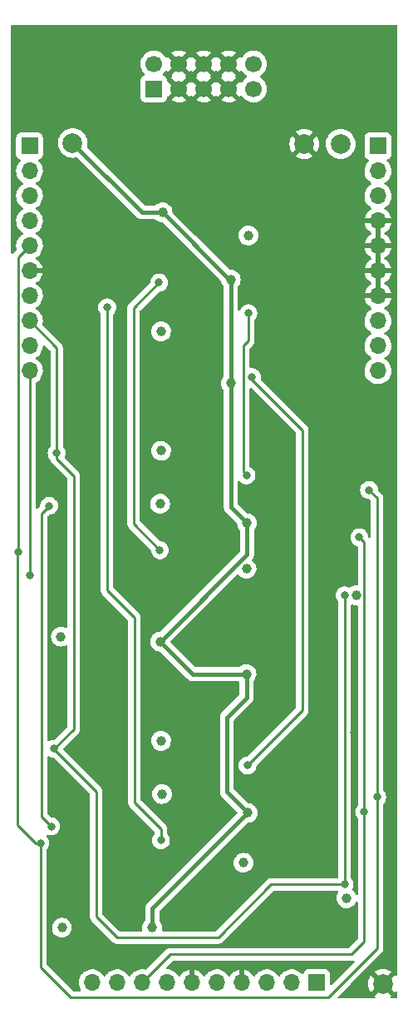
<source format=gbr>
%TF.GenerationSoftware,KiCad,Pcbnew,(6.0.11)*%
%TF.CreationDate,2023-07-04T16:59:20+01:00*%
%TF.ProjectId,Quilter_Components,5175696c-7465-4725-9f43-6f6d706f6e65,rev?*%
%TF.SameCoordinates,Original*%
%TF.FileFunction,Copper,L4,Bot*%
%TF.FilePolarity,Positive*%
%FSLAX46Y46*%
G04 Gerber Fmt 4.6, Leading zero omitted, Abs format (unit mm)*
G04 Created by KiCad (PCBNEW (6.0.11)) date 2023-07-04 16:59:20*
%MOMM*%
%LPD*%
G01*
G04 APERTURE LIST*
%TA.AperFunction,ComponentPad*%
%ADD10R,1.700000X1.700000*%
%TD*%
%TA.AperFunction,ComponentPad*%
%ADD11C,1.700000*%
%TD*%
%TA.AperFunction,ComponentPad*%
%ADD12C,2.000000*%
%TD*%
%TA.AperFunction,ComponentPad*%
%ADD13O,1.700000X1.700000*%
%TD*%
%TA.AperFunction,ViaPad*%
%ADD14C,1.000000*%
%TD*%
%TA.AperFunction,ViaPad*%
%ADD15C,0.800000*%
%TD*%
%TA.AperFunction,Conductor*%
%ADD16C,0.400000*%
%TD*%
%TA.AperFunction,Conductor*%
%ADD17C,0.250000*%
%TD*%
G04 APERTURE END LIST*
D10*
%TO.P,J4,1,Pin_1*%
%TO.N,/-12V_IN*%
X65060000Y-57000000D03*
D11*
%TO.P,J4,2,Pin_2*%
X65060000Y-54460000D03*
%TO.P,J4,3,Pin_3*%
%TO.N,GND*%
X67600000Y-57000000D03*
%TO.P,J4,4,Pin_4*%
X67600000Y-54460000D03*
%TO.P,J4,5,Pin_5*%
X70140000Y-57000000D03*
%TO.P,J4,6,Pin_6*%
X70140000Y-54460000D03*
%TO.P,J4,7,Pin_7*%
X72680000Y-57000000D03*
%TO.P,J4,8,Pin_8*%
X72680000Y-54460000D03*
%TO.P,J4,9,Pin_9*%
%TO.N,/+12V_IN*%
X75220000Y-57000000D03*
%TO.P,J4,10,Pin_10*%
X75220000Y-54460000D03*
%TD*%
D12*
%TO.P,TP2,1,1*%
%TO.N,-12V*%
X56800000Y-62500000D03*
%TD*%
%TO.P,TP4,1,1*%
%TO.N,GND*%
X80400000Y-62600000D03*
%TD*%
%TO.P,TP1,1,1*%
%TO.N,+12V*%
X84100000Y-62600000D03*
%TD*%
%TO.P,TP3,1,1*%
%TO.N,GND*%
X88400000Y-148000000D03*
%TD*%
D10*
%TO.P,J3,1,Pin_1*%
%TO.N,/AUDIO_IN3*%
X81650000Y-147900000D03*
D13*
%TO.P,J3,2,Pin_2*%
%TO.N,/FREQ_V_OCT4*%
X79110000Y-147900000D03*
%TO.P,J3,3,Pin_3*%
%TO.N,/FREQ_CV_DAMP4*%
X76570000Y-147900000D03*
%TO.P,J3,4,Pin_4*%
%TO.N,GND*%
X74030000Y-147900000D03*
%TO.P,J3,5,Pin_5*%
%TO.N,/AUDIO_IN4*%
X71490000Y-147900000D03*
%TO.P,J3,6,Pin_6*%
%TO.N,GND*%
X68950000Y-147900000D03*
%TO.P,J3,7,Pin_7*%
%TO.N,/FREQ_CV_DAMP1*%
X66410000Y-147900000D03*
%TO.P,J3,8,Pin_8*%
%TO.N,/FREQ_JACK*%
X63870000Y-147900000D03*
%TO.P,J3,9,Pin_9*%
%TO.N,/FREQ_CV_DAMP3*%
X61330000Y-147900000D03*
%TO.P,J3,10,Pin_10*%
%TO.N,/FREQ_V_OCT3*%
X58790000Y-147900000D03*
%TD*%
D10*
%TO.P,J1,1,Pin_1*%
%TO.N,/FREQ_POT_-5V*%
X52400000Y-62800000D03*
D13*
%TO.P,J1,2,Pin_2*%
%TO.N,/AUDIO_BUFF2*%
X52400000Y-65340000D03*
%TO.P,J1,3,Pin_3*%
%TO.N,/AUDIO_BUFF4*%
X52400000Y-67880000D03*
%TO.P,J1,4,Pin_4*%
%TO.N,/FREQ_POT_5V*%
X52400000Y-70420000D03*
%TO.P,J1,5,Pin_5*%
%TO.N,/FREQ_POT*%
X52400000Y-72960000D03*
%TO.P,J1,6,Pin_6*%
%TO.N,GND*%
X52400000Y-75500000D03*
%TO.P,J1,7,Pin_7*%
%TO.N,/FREQ_V_OCT1*%
X52400000Y-78040000D03*
%TO.P,J1,8,Pin_8*%
%TO.N,/Q_POT*%
X52400000Y-80580000D03*
%TO.P,J1,9,Pin_9*%
%TO.N,/AUDIO_MIX*%
X52400000Y-83120000D03*
%TO.P,J1,10,Pin_10*%
%TO.N,/AUDIO_IN2*%
X52400000Y-85660000D03*
%TD*%
D10*
%TO.P,J2,1,Pin_1*%
%TO.N,+12V*%
X87900000Y-62800000D03*
D13*
%TO.P,J2,2,Pin_2*%
%TO.N,/AUDIO_BUFF1*%
X87900000Y-65340000D03*
%TO.P,J2,3,Pin_3*%
%TO.N,/AUDIO_BUFF3*%
X87900000Y-67880000D03*
%TO.P,J2,4,Pin_4*%
%TO.N,GND*%
X87900000Y-70420000D03*
%TO.P,J2,5,Pin_5*%
X87900000Y-72960000D03*
%TO.P,J2,6,Pin_6*%
X87900000Y-75500000D03*
%TO.P,J2,7,Pin_7*%
X87900000Y-78040000D03*
%TO.P,J2,8,Pin_8*%
%TO.N,/AUDIO_IN1*%
X87900000Y-80580000D03*
%TO.P,J2,9,Pin_9*%
%TO.N,/FREQ_CV_DAMP2*%
X87900000Y-83120000D03*
%TO.P,J2,10,Pin_10*%
%TO.N,/FREQ_V_OCT2*%
X87900000Y-85660000D03*
%TD*%
D14*
%TO.N,+12V*%
X74200000Y-135700000D03*
X65800000Y-123300000D03*
X65700000Y-99200000D03*
X74500000Y-105800000D03*
X65800000Y-81662502D03*
X65800000Y-93800000D03*
X74700000Y-71900000D03*
X65900000Y-128700000D03*
D15*
%TO.N,GND*%
X85500000Y-122500000D03*
X69200000Y-128300000D03*
X61500000Y-135800000D03*
X71300000Y-69200000D03*
X78900000Y-88400000D03*
X61500000Y-106300000D03*
X78900000Y-125100000D03*
X61500000Y-70200000D03*
X78900000Y-130400000D03*
X61600000Y-123300000D03*
X71700000Y-141400000D03*
X67600000Y-87600000D03*
X69100000Y-69100000D03*
X66312299Y-71687701D03*
X61500000Y-111700000D03*
X79000000Y-78000000D03*
X85600000Y-93000000D03*
X54800000Y-135300000D03*
X78900000Y-135800000D03*
X69200000Y-101400000D03*
X71200000Y-98800000D03*
X61500000Y-99200000D03*
X61600000Y-82387500D03*
X61500000Y-128700000D03*
X78800000Y-100900000D03*
X71200000Y-130900000D03*
X61500000Y-93800000D03*
X54700000Y-125700000D03*
X72800000Y-112700000D03*
X71400000Y-80000000D03*
X79200000Y-71700000D03*
X81600000Y-105800000D03*
X54800000Y-105800000D03*
X78800000Y-95600000D03*
X71200000Y-128300000D03*
X69200000Y-98800000D03*
X78800000Y-106300000D03*
X81600000Y-135300000D03*
X57200000Y-73200000D03*
X54700000Y-122500000D03*
X69200000Y-130900000D03*
X66100000Y-78700000D03*
X61600000Y-141200000D03*
X54800000Y-96200000D03*
X71200000Y-101400000D03*
X78900000Y-117900000D03*
X71300000Y-71600000D03*
D14*
%TO.N,-12V*%
X64900000Y-142300000D03*
X72900000Y-76400000D03*
X74570000Y-101170000D03*
X72899999Y-86924499D03*
X84700000Y-139300000D03*
X55600000Y-112700000D03*
X74630000Y-130630000D03*
X55700000Y-142300000D03*
X65950000Y-69550000D03*
X85675500Y-108500000D03*
X65700000Y-113200000D03*
X74500000Y-116500000D03*
D15*
%TO.N,/AUDIO_IN2*%
X52399999Y-106499999D03*
%TO.N,/FREQ_POT*%
X51225000Y-104100000D03*
X87000000Y-97800000D03*
X87821710Y-129002889D03*
X53500000Y-133700000D03*
%TO.N,/Q_POT*%
X55162299Y-94037701D03*
X84500000Y-137900000D03*
X84500000Y-108500000D03*
X54900000Y-124100000D03*
%TO.N,/FREQ_JACK*%
X54400000Y-99400000D03*
X86000000Y-102600000D03*
X86500000Y-130500000D03*
X54600000Y-132000000D03*
%TO.N,Net-(C10-Pad1)*%
X74700000Y-79800000D03*
X74510000Y-96290000D03*
%TO.N,Net-(C18-Pad1)*%
X65690000Y-103910000D03*
X65600000Y-76700000D03*
%TO.N,Net-(C26-Pad1)*%
X74610000Y-125790000D03*
X75081187Y-86324500D03*
%TO.N,Net-(C34-Pad1)*%
X60312500Y-79212500D03*
X65790000Y-133410000D03*
%TD*%
D16*
%TO.N,-12V*%
X64900000Y-140360000D02*
X74630000Y-130630000D01*
X64900000Y-142300000D02*
X64900000Y-140360000D01*
X72500000Y-128500000D02*
X74630000Y-130630000D01*
X72500000Y-120900000D02*
X72500000Y-128500000D01*
X74500000Y-116500000D02*
X74500000Y-118900000D01*
X74500000Y-118900000D02*
X72500000Y-120900000D01*
X72899999Y-99499999D02*
X74570000Y-101170000D01*
X72899999Y-86924499D02*
X72899999Y-99499999D01*
X74570000Y-104330000D02*
X74570000Y-101170000D01*
X65700000Y-113200000D02*
X74570000Y-104330000D01*
X65950000Y-69550000D02*
X72800000Y-76400000D01*
X72899999Y-86924499D02*
X72900000Y-76400000D01*
X56800000Y-62500000D02*
X63850000Y-69550000D01*
X69000000Y-116500000D02*
X74500000Y-116500000D01*
X65700000Y-113200000D02*
X69000000Y-116500000D01*
X72800000Y-76400000D02*
X72900000Y-76400000D01*
X63850000Y-69550000D02*
X65950000Y-69550000D01*
D17*
%TO.N,/AUDIO_IN2*%
X52400000Y-85660000D02*
X52399999Y-106499999D01*
%TO.N,/FREQ_POT*%
X51200000Y-131900000D02*
X53000000Y-133700000D01*
X53000000Y-133700000D02*
X53500000Y-133700000D01*
X51200000Y-104125000D02*
X51200000Y-131900000D01*
X87000000Y-97800000D02*
X87800000Y-98600000D01*
X87821710Y-144378290D02*
X82800000Y-149400000D01*
X51225000Y-104100000D02*
X51200000Y-104125000D01*
X53500000Y-146300000D02*
X53500000Y-133700000D01*
X82800000Y-149400000D02*
X56600000Y-149400000D01*
X87800000Y-98600000D02*
X87800000Y-128981179D01*
X51225000Y-74135000D02*
X52400000Y-72960000D01*
X87821710Y-129002889D02*
X87821710Y-144378290D01*
X51225000Y-104100000D02*
X51225000Y-74135000D01*
X56600000Y-149400000D02*
X53500000Y-146300000D01*
X87800000Y-128981179D02*
X87821710Y-129002889D01*
%TO.N,/Q_POT*%
X59200000Y-128475500D02*
X59200000Y-141200000D01*
X77030000Y-137900000D02*
X84500000Y-137900000D01*
X55162299Y-83342299D02*
X55162299Y-94037701D01*
X59200000Y-141200000D02*
X61300000Y-143300000D01*
X56900000Y-96364310D02*
X55162299Y-94626609D01*
X56900000Y-122100000D02*
X56900000Y-96364310D01*
X71630000Y-143300000D02*
X77030000Y-137900000D01*
X55162299Y-94626609D02*
X55162299Y-94037701D01*
X54900000Y-124100000D02*
X54900000Y-124175500D01*
X84500000Y-108500000D02*
X84500000Y-137900000D01*
X61300000Y-143300000D02*
X71630000Y-143300000D01*
X54900000Y-124175500D02*
X59200000Y-128475500D01*
X54900000Y-124100000D02*
X56900000Y-122100000D01*
X52400000Y-80580000D02*
X55162299Y-83342299D01*
%TO.N,/FREQ_JACK*%
X86500000Y-143700000D02*
X86500000Y-130500000D01*
X53600000Y-100200000D02*
X54400000Y-99400000D01*
X86000000Y-102600000D02*
X86500000Y-103100000D01*
X54600000Y-132000000D02*
X53600000Y-131000000D01*
X86500000Y-103100000D02*
X86500000Y-130500000D01*
X66770000Y-145000000D02*
X85200000Y-145000000D01*
X63870000Y-147900000D02*
X66770000Y-145000000D01*
X53600000Y-131000000D02*
X53600000Y-100200000D01*
X85200000Y-145000000D02*
X86500000Y-143700000D01*
%TO.N,Net-(C10-Pad1)*%
X74510000Y-96290000D02*
X74200000Y-95980000D01*
X74200000Y-83100000D02*
X74700000Y-82600000D01*
X74200000Y-95980000D02*
X74200000Y-83100000D01*
X74700000Y-82600000D02*
X74700000Y-79800000D01*
%TO.N,Net-(C18-Pad1)*%
X63000000Y-79300000D02*
X65600000Y-76700000D01*
X63000000Y-101220000D02*
X63000000Y-79300000D01*
X65690000Y-103910000D02*
X63000000Y-101220000D01*
%TO.N,Net-(C26-Pad1)*%
X80200000Y-91700000D02*
X75081187Y-86581187D01*
X74610000Y-125790000D02*
X80200000Y-120200000D01*
X75081187Y-86581187D02*
X75081187Y-86324500D01*
X80200000Y-120200000D02*
X80200000Y-91700000D01*
%TO.N,Net-(C34-Pad1)*%
X60300000Y-108000000D02*
X60300000Y-79225000D01*
X65790000Y-133410000D02*
X65790000Y-132290000D01*
X63100000Y-110800000D02*
X60300000Y-108000000D01*
X63100000Y-129600000D02*
X63100000Y-110800000D01*
X60300000Y-79225000D02*
X60312500Y-79212500D01*
X65790000Y-132290000D02*
X63100000Y-129600000D01*
%TD*%
%TA.AperFunction,Conductor*%
%TO.N,GND*%
G36*
X89833621Y-50528502D02*
G01*
X89880114Y-50582158D01*
X89891500Y-50634500D01*
X89891500Y-147101013D01*
X89871498Y-147169134D01*
X89817842Y-147215627D01*
X89747568Y-147225731D01*
X89682988Y-147196237D01*
X89658068Y-147166849D01*
X89642567Y-147141554D01*
X89632110Y-147132093D01*
X89623334Y-147135876D01*
X88772022Y-147987188D01*
X88764408Y-148001132D01*
X88764539Y-148002965D01*
X88768790Y-148009580D01*
X89620290Y-148861080D01*
X89632670Y-148867840D01*
X89640319Y-148862114D01*
X89658068Y-148833151D01*
X89710716Y-148785520D01*
X89780757Y-148773914D01*
X89845955Y-148802018D01*
X89885608Y-148860909D01*
X89891500Y-148898987D01*
X89891500Y-149365500D01*
X89871498Y-149433621D01*
X89817842Y-149480114D01*
X89765500Y-149491500D01*
X89298987Y-149491500D01*
X89230866Y-149471498D01*
X89184373Y-149417842D01*
X89174269Y-149347568D01*
X89203763Y-149282988D01*
X89233151Y-149258068D01*
X89258446Y-149242567D01*
X89267907Y-149232110D01*
X89264124Y-149223334D01*
X88412812Y-148372022D01*
X88398868Y-148364408D01*
X88397035Y-148364539D01*
X88390420Y-148368790D01*
X87538920Y-149220290D01*
X87532160Y-149232670D01*
X87537886Y-149240319D01*
X87566849Y-149258068D01*
X87614480Y-149310716D01*
X87626086Y-149380757D01*
X87597982Y-149445955D01*
X87539091Y-149485608D01*
X87501013Y-149491500D01*
X83908594Y-149491500D01*
X83840473Y-149471498D01*
X83793980Y-149417842D01*
X83783876Y-149347568D01*
X83813370Y-149282988D01*
X83819499Y-149276405D01*
X85090974Y-148004930D01*
X86887725Y-148004930D01*
X86905572Y-148231699D01*
X86907115Y-148241446D01*
X86960217Y-148462627D01*
X86963266Y-148472012D01*
X87050313Y-148682163D01*
X87054795Y-148690958D01*
X87157432Y-148858445D01*
X87167890Y-148867907D01*
X87176666Y-148864124D01*
X88027978Y-148012812D01*
X88035592Y-147998868D01*
X88035461Y-147997035D01*
X88031210Y-147990420D01*
X87179710Y-147138920D01*
X87167330Y-147132160D01*
X87159680Y-147137887D01*
X87054795Y-147309042D01*
X87050313Y-147317837D01*
X86963266Y-147527988D01*
X86960217Y-147537373D01*
X86907115Y-147758554D01*
X86905572Y-147768301D01*
X86887725Y-147995070D01*
X86887725Y-148004930D01*
X85090974Y-148004930D01*
X86328014Y-146767890D01*
X87532093Y-146767890D01*
X87535876Y-146776666D01*
X88387188Y-147627978D01*
X88401132Y-147635592D01*
X88402965Y-147635461D01*
X88409580Y-147631210D01*
X89261080Y-146779710D01*
X89267840Y-146767330D01*
X89262113Y-146759680D01*
X89090958Y-146654795D01*
X89082163Y-146650313D01*
X88872012Y-146563266D01*
X88862627Y-146560217D01*
X88641446Y-146507115D01*
X88631699Y-146505572D01*
X88404930Y-146487725D01*
X88395070Y-146487725D01*
X88168301Y-146505572D01*
X88158554Y-146507115D01*
X87937373Y-146560217D01*
X87927988Y-146563266D01*
X87717837Y-146650313D01*
X87709042Y-146654795D01*
X87541555Y-146757432D01*
X87532093Y-146767890D01*
X86328014Y-146767890D01*
X88213957Y-144881947D01*
X88222247Y-144874403D01*
X88228728Y-144870290D01*
X88275369Y-144820622D01*
X88278123Y-144817781D01*
X88297844Y-144798060D01*
X88300322Y-144794865D01*
X88308028Y-144785843D01*
X88332868Y-144759391D01*
X88338296Y-144753611D01*
X88348056Y-144735858D01*
X88358909Y-144719335D01*
X88366463Y-144709596D01*
X88371323Y-144703331D01*
X88388886Y-144662747D01*
X88394093Y-144652117D01*
X88415405Y-144613350D01*
X88417376Y-144605673D01*
X88417378Y-144605668D01*
X88420442Y-144593732D01*
X88426848Y-144575020D01*
X88429630Y-144568593D01*
X88434891Y-144556435D01*
X88441170Y-144516796D01*
X88441807Y-144512771D01*
X88444214Y-144501150D01*
X88453238Y-144466001D01*
X88453238Y-144466000D01*
X88455210Y-144458320D01*
X88455210Y-144438059D01*
X88456761Y-144418348D01*
X88458689Y-144406175D01*
X88459929Y-144398347D01*
X88455769Y-144354336D01*
X88455210Y-144342479D01*
X88455210Y-129705413D01*
X88475212Y-129637292D01*
X88487568Y-129621110D01*
X88560750Y-129539833D01*
X88656237Y-129374445D01*
X88715252Y-129192817D01*
X88724343Y-129106326D01*
X88734524Y-129009454D01*
X88735214Y-129002889D01*
X88732497Y-128977034D01*
X88715942Y-128819524D01*
X88715942Y-128819522D01*
X88715252Y-128812961D01*
X88656237Y-128631333D01*
X88638320Y-128600299D01*
X88619024Y-128566879D01*
X88560750Y-128465945D01*
X88465864Y-128360563D01*
X88435146Y-128296556D01*
X88433500Y-128276253D01*
X88433500Y-98678767D01*
X88434027Y-98667584D01*
X88435702Y-98660091D01*
X88434896Y-98634428D01*
X88433562Y-98592001D01*
X88433500Y-98588043D01*
X88433500Y-98560144D01*
X88432996Y-98556153D01*
X88432063Y-98544311D01*
X88430923Y-98508036D01*
X88430674Y-98500111D01*
X88428462Y-98492497D01*
X88428461Y-98492492D01*
X88425023Y-98480659D01*
X88421012Y-98461295D01*
X88419467Y-98449064D01*
X88418474Y-98441203D01*
X88415557Y-98433836D01*
X88415556Y-98433831D01*
X88402198Y-98400092D01*
X88398354Y-98388865D01*
X88391071Y-98363799D01*
X88386018Y-98346407D01*
X88381697Y-98339100D01*
X88375707Y-98328972D01*
X88367012Y-98311224D01*
X88359552Y-98292383D01*
X88333564Y-98256613D01*
X88327048Y-98246693D01*
X88308580Y-98215465D01*
X88308578Y-98215462D01*
X88304542Y-98208638D01*
X88290221Y-98194317D01*
X88277380Y-98179283D01*
X88270131Y-98169306D01*
X88265472Y-98162893D01*
X88259367Y-98157842D01*
X88259362Y-98157837D01*
X88231402Y-98134706D01*
X88222624Y-98126719D01*
X88085833Y-97989928D01*
X87947122Y-97851218D01*
X87913097Y-97788905D01*
X87910907Y-97775292D01*
X87894232Y-97616635D01*
X87894232Y-97616633D01*
X87893542Y-97610072D01*
X87834527Y-97428444D01*
X87739040Y-97263056D01*
X87611253Y-97121134D01*
X87456752Y-97008882D01*
X87450724Y-97006198D01*
X87450722Y-97006197D01*
X87288319Y-96933891D01*
X87288318Y-96933891D01*
X87282288Y-96931206D01*
X87188887Y-96911353D01*
X87101944Y-96892872D01*
X87101939Y-96892872D01*
X87095487Y-96891500D01*
X86904513Y-96891500D01*
X86898061Y-96892872D01*
X86898056Y-96892872D01*
X86811112Y-96911353D01*
X86717712Y-96931206D01*
X86711682Y-96933891D01*
X86711681Y-96933891D01*
X86549278Y-97006197D01*
X86549276Y-97006198D01*
X86543248Y-97008882D01*
X86388747Y-97121134D01*
X86260960Y-97263056D01*
X86165473Y-97428444D01*
X86106458Y-97610072D01*
X86086496Y-97800000D01*
X86106458Y-97989928D01*
X86165473Y-98171556D01*
X86168776Y-98177278D01*
X86168777Y-98177279D01*
X86178614Y-98194317D01*
X86260960Y-98336944D01*
X86265378Y-98341851D01*
X86265379Y-98341852D01*
X86348197Y-98433831D01*
X86388747Y-98478866D01*
X86543248Y-98591118D01*
X86549276Y-98593802D01*
X86549278Y-98593803D01*
X86711681Y-98666109D01*
X86717712Y-98668794D01*
X86811112Y-98688647D01*
X86898056Y-98707128D01*
X86898061Y-98707128D01*
X86904513Y-98708500D01*
X86960405Y-98708500D01*
X87028526Y-98728502D01*
X87049500Y-98745405D01*
X87129595Y-98825500D01*
X87163621Y-98887812D01*
X87166500Y-98914595D01*
X87166500Y-102561434D01*
X87146498Y-102629555D01*
X87092842Y-102676048D01*
X87022568Y-102686152D01*
X86960186Y-102658520D01*
X86955416Y-102654574D01*
X86915677Y-102595740D01*
X86910420Y-102570658D01*
X86894232Y-102416635D01*
X86894232Y-102416633D01*
X86893542Y-102410072D01*
X86834527Y-102228444D01*
X86739040Y-102063056D01*
X86631528Y-101943651D01*
X86615675Y-101926045D01*
X86615674Y-101926044D01*
X86611253Y-101921134D01*
X86456752Y-101808882D01*
X86450724Y-101806198D01*
X86450722Y-101806197D01*
X86288319Y-101733891D01*
X86288318Y-101733891D01*
X86282288Y-101731206D01*
X86188887Y-101711353D01*
X86101944Y-101692872D01*
X86101939Y-101692872D01*
X86095487Y-101691500D01*
X85904513Y-101691500D01*
X85898061Y-101692872D01*
X85898056Y-101692872D01*
X85811113Y-101711353D01*
X85717712Y-101731206D01*
X85711682Y-101733891D01*
X85711681Y-101733891D01*
X85549278Y-101806197D01*
X85549276Y-101806198D01*
X85543248Y-101808882D01*
X85388747Y-101921134D01*
X85384326Y-101926044D01*
X85384325Y-101926045D01*
X85368473Y-101943651D01*
X85260960Y-102063056D01*
X85165473Y-102228444D01*
X85106458Y-102410072D01*
X85086496Y-102600000D01*
X85106458Y-102789928D01*
X85165473Y-102971556D01*
X85260960Y-103136944D01*
X85265378Y-103141851D01*
X85265379Y-103141852D01*
X85290672Y-103169943D01*
X85388747Y-103278866D01*
X85543248Y-103391118D01*
X85549276Y-103393802D01*
X85549278Y-103393803D01*
X85711681Y-103466109D01*
X85717712Y-103468794D01*
X85766697Y-103479206D01*
X85829170Y-103512934D01*
X85863492Y-103575084D01*
X85866500Y-103602453D01*
X85866500Y-107366039D01*
X85846498Y-107434160D01*
X85792842Y-107480653D01*
X85727330Y-107491349D01*
X85682575Y-107486645D01*
X85600076Y-107494153D01*
X85491751Y-107504011D01*
X85491748Y-107504012D01*
X85485612Y-107504570D01*
X85479706Y-107506308D01*
X85479702Y-107506309D01*
X85374576Y-107537249D01*
X85295881Y-107560410D01*
X85290423Y-107563263D01*
X85290419Y-107563265D01*
X85233787Y-107592872D01*
X85120610Y-107652040D01*
X85115811Y-107655898D01*
X85115804Y-107655903D01*
X85076650Y-107687384D01*
X85011028Y-107714481D01*
X84946449Y-107704295D01*
X84904022Y-107685405D01*
X84829082Y-107652040D01*
X84788319Y-107633891D01*
X84788318Y-107633891D01*
X84782288Y-107631206D01*
X84688887Y-107611353D01*
X84601944Y-107592872D01*
X84601939Y-107592872D01*
X84595487Y-107591500D01*
X84404513Y-107591500D01*
X84398061Y-107592872D01*
X84398056Y-107592872D01*
X84311113Y-107611353D01*
X84217712Y-107631206D01*
X84211682Y-107633891D01*
X84211681Y-107633891D01*
X84049278Y-107706197D01*
X84049276Y-107706198D01*
X84043248Y-107708882D01*
X84037907Y-107712762D01*
X84037906Y-107712763D01*
X84003728Y-107737595D01*
X83888747Y-107821134D01*
X83884326Y-107826044D01*
X83884325Y-107826045D01*
X83781802Y-107939909D01*
X83760960Y-107963056D01*
X83665473Y-108128444D01*
X83606458Y-108310072D01*
X83605768Y-108316633D01*
X83605768Y-108316635D01*
X83587186Y-108493435D01*
X83586496Y-108500000D01*
X83606458Y-108689928D01*
X83665473Y-108871556D01*
X83760960Y-109036944D01*
X83834137Y-109118215D01*
X83864853Y-109182221D01*
X83866500Y-109202524D01*
X83866500Y-137140500D01*
X83846498Y-137208621D01*
X83792842Y-137255114D01*
X83740500Y-137266500D01*
X77108767Y-137266500D01*
X77097584Y-137265973D01*
X77090091Y-137264298D01*
X77082165Y-137264547D01*
X77082164Y-137264547D01*
X77022014Y-137266438D01*
X77018055Y-137266500D01*
X76990144Y-137266500D01*
X76986210Y-137266997D01*
X76986209Y-137266997D01*
X76986144Y-137267005D01*
X76974307Y-137267938D01*
X76942490Y-137268938D01*
X76938029Y-137269078D01*
X76930110Y-137269327D01*
X76912454Y-137274456D01*
X76910658Y-137274978D01*
X76891306Y-137278986D01*
X76884235Y-137279880D01*
X76871203Y-137281526D01*
X76863834Y-137284443D01*
X76863832Y-137284444D01*
X76830097Y-137297800D01*
X76818869Y-137301645D01*
X76776407Y-137313982D01*
X76769585Y-137318016D01*
X76769579Y-137318019D01*
X76758968Y-137324294D01*
X76741218Y-137332990D01*
X76729756Y-137337528D01*
X76729751Y-137337531D01*
X76722383Y-137340448D01*
X76715968Y-137345109D01*
X76686625Y-137366427D01*
X76676707Y-137372943D01*
X76658019Y-137383995D01*
X76638637Y-137395458D01*
X76624313Y-137409782D01*
X76609281Y-137422621D01*
X76592893Y-137434528D01*
X76564712Y-137468593D01*
X76556722Y-137477373D01*
X71404500Y-142629595D01*
X71342188Y-142663621D01*
X71315405Y-142666500D01*
X66013159Y-142666500D01*
X65945038Y-142646498D01*
X65898545Y-142592842D01*
X65888730Y-142524580D01*
X65888197Y-142524513D01*
X65888442Y-142522574D01*
X65912985Y-142328295D01*
X65913380Y-142300000D01*
X65894080Y-142103167D01*
X65836916Y-141913831D01*
X65744066Y-141739204D01*
X65636857Y-141607753D01*
X65609303Y-141542321D01*
X65608500Y-141528117D01*
X65608500Y-140705660D01*
X65628502Y-140637539D01*
X65645405Y-140616565D01*
X70576119Y-135685851D01*
X73186719Y-135685851D01*
X73203268Y-135882934D01*
X73257783Y-136073050D01*
X73348187Y-136248956D01*
X73471035Y-136403953D01*
X73621650Y-136532136D01*
X73794294Y-136628624D01*
X73982392Y-136689740D01*
X74178777Y-136713158D01*
X74184912Y-136712686D01*
X74184914Y-136712686D01*
X74369830Y-136698457D01*
X74369834Y-136698456D01*
X74375972Y-136697984D01*
X74566463Y-136644798D01*
X74571967Y-136642018D01*
X74571969Y-136642017D01*
X74737495Y-136558404D01*
X74737497Y-136558403D01*
X74742996Y-136555625D01*
X74898847Y-136433861D01*
X75028078Y-136284145D01*
X75125769Y-136112179D01*
X75188197Y-135924513D01*
X75212985Y-135728295D01*
X75213380Y-135700000D01*
X75194080Y-135503167D01*
X75136916Y-135313831D01*
X75044066Y-135139204D01*
X74973709Y-135052938D01*
X74922960Y-134990713D01*
X74922957Y-134990710D01*
X74919065Y-134985938D01*
X74912724Y-134980692D01*
X74771425Y-134863799D01*
X74771421Y-134863797D01*
X74766675Y-134859870D01*
X74592701Y-134765802D01*
X74403768Y-134707318D01*
X74397643Y-134706674D01*
X74397642Y-134706674D01*
X74213204Y-134687289D01*
X74213202Y-134687289D01*
X74207075Y-134686645D01*
X74124576Y-134694153D01*
X74016251Y-134704011D01*
X74016248Y-134704012D01*
X74010112Y-134704570D01*
X74004206Y-134706308D01*
X74004202Y-134706309D01*
X73899076Y-134737249D01*
X73820381Y-134760410D01*
X73814923Y-134763263D01*
X73814919Y-134763265D01*
X73724147Y-134810720D01*
X73645110Y-134852040D01*
X73490975Y-134975968D01*
X73363846Y-135127474D01*
X73360879Y-135132872D01*
X73360875Y-135132877D01*
X73357397Y-135139204D01*
X73268567Y-135300787D01*
X73266706Y-135306654D01*
X73266705Y-135306656D01*
X73210627Y-135483436D01*
X73208765Y-135489306D01*
X73186719Y-135685851D01*
X70576119Y-135685851D01*
X74586691Y-131675279D01*
X74649003Y-131641253D01*
X74666115Y-131638746D01*
X74720929Y-131634528D01*
X74799830Y-131628457D01*
X74799834Y-131628456D01*
X74805972Y-131627984D01*
X74996463Y-131574798D01*
X75001967Y-131572018D01*
X75001969Y-131572017D01*
X75167495Y-131488404D01*
X75167497Y-131488403D01*
X75172996Y-131485625D01*
X75328847Y-131363861D01*
X75458078Y-131214145D01*
X75555769Y-131042179D01*
X75618197Y-130854513D01*
X75642985Y-130658295D01*
X75643380Y-130630000D01*
X75624080Y-130433167D01*
X75566916Y-130243831D01*
X75474066Y-130069204D01*
X75383495Y-129958153D01*
X75352960Y-129920713D01*
X75352957Y-129920710D01*
X75349065Y-129915938D01*
X75307784Y-129881787D01*
X75201425Y-129793799D01*
X75201421Y-129793797D01*
X75196675Y-129789870D01*
X75022701Y-129695802D01*
X74833768Y-129637318D01*
X74827643Y-129636674D01*
X74827642Y-129636674D01*
X74722448Y-129625618D01*
X74660820Y-129619141D01*
X74595164Y-129592128D01*
X74584896Y-129582926D01*
X73245405Y-128243435D01*
X73211379Y-128181123D01*
X73208500Y-128154340D01*
X73208500Y-121245660D01*
X73228502Y-121177539D01*
X73245405Y-121156565D01*
X74980528Y-119421443D01*
X74986793Y-119415589D01*
X75024664Y-119382552D01*
X75024665Y-119382551D01*
X75030385Y-119377561D01*
X75067136Y-119325271D01*
X75071028Y-119320029D01*
X75110476Y-119269718D01*
X75113600Y-119262799D01*
X75114988Y-119260507D01*
X75123357Y-119245835D01*
X75124622Y-119243475D01*
X75128990Y-119237261D01*
X75152203Y-119177723D01*
X75154759Y-119171642D01*
X75177918Y-119120352D01*
X75181045Y-119113427D01*
X75182430Y-119105954D01*
X75183234Y-119103388D01*
X75187855Y-119087165D01*
X75188520Y-119084573D01*
X75191282Y-119077491D01*
X75199622Y-119014139D01*
X75200654Y-119007623D01*
X75210911Y-118952281D01*
X75212295Y-118944814D01*
X75208709Y-118882620D01*
X75208500Y-118875367D01*
X75208500Y-117269538D01*
X75228502Y-117201417D01*
X75239118Y-117187207D01*
X75324054Y-117088807D01*
X75324055Y-117088806D01*
X75328078Y-117084145D01*
X75335520Y-117071046D01*
X75364315Y-117020357D01*
X75425769Y-116912179D01*
X75488197Y-116724513D01*
X75512985Y-116528295D01*
X75513380Y-116500000D01*
X75494080Y-116303167D01*
X75436916Y-116113831D01*
X75344066Y-115939204D01*
X75273709Y-115852938D01*
X75222960Y-115790713D01*
X75222957Y-115790710D01*
X75219065Y-115785938D01*
X75214316Y-115782009D01*
X75071425Y-115663799D01*
X75071421Y-115663797D01*
X75066675Y-115659870D01*
X74892701Y-115565802D01*
X74703768Y-115507318D01*
X74697643Y-115506674D01*
X74697642Y-115506674D01*
X74513204Y-115487289D01*
X74513202Y-115487289D01*
X74507075Y-115486645D01*
X74424576Y-115494153D01*
X74316251Y-115504011D01*
X74316248Y-115504012D01*
X74310112Y-115504570D01*
X74304206Y-115506308D01*
X74304202Y-115506309D01*
X74199076Y-115537249D01*
X74120381Y-115560410D01*
X74114923Y-115563263D01*
X74114919Y-115563265D01*
X74024147Y-115610720D01*
X73945110Y-115652040D01*
X73806236Y-115763698D01*
X73740616Y-115790793D01*
X73727286Y-115791500D01*
X69345660Y-115791500D01*
X69277539Y-115771498D01*
X69256565Y-115754595D01*
X66791065Y-113289095D01*
X66757039Y-113226783D01*
X66762104Y-113155968D01*
X66791065Y-113110905D01*
X73506108Y-106395863D01*
X73568420Y-106361837D01*
X73639235Y-106366902D01*
X73693949Y-106406694D01*
X73767206Y-106499123D01*
X73767211Y-106499128D01*
X73771035Y-106503953D01*
X73921650Y-106632136D01*
X74094294Y-106728624D01*
X74282392Y-106789740D01*
X74478777Y-106813158D01*
X74484912Y-106812686D01*
X74484914Y-106812686D01*
X74669830Y-106798457D01*
X74669834Y-106798456D01*
X74675972Y-106797984D01*
X74866463Y-106744798D01*
X74871967Y-106742018D01*
X74871969Y-106742017D01*
X75037495Y-106658404D01*
X75037497Y-106658403D01*
X75042996Y-106655625D01*
X75198847Y-106533861D01*
X75308614Y-106406694D01*
X75324049Y-106388813D01*
X75324050Y-106388811D01*
X75328078Y-106384145D01*
X75425769Y-106212179D01*
X75488197Y-106024513D01*
X75512985Y-105828295D01*
X75513380Y-105800000D01*
X75494080Y-105603167D01*
X75436916Y-105413831D01*
X75344066Y-105239204D01*
X75273709Y-105152938D01*
X75222960Y-105090713D01*
X75222957Y-105090710D01*
X75219065Y-105085938D01*
X75107933Y-104994002D01*
X75068196Y-104935169D01*
X75066574Y-104864191D01*
X75094610Y-104812611D01*
X75094661Y-104812555D01*
X75100385Y-104807561D01*
X75137136Y-104755271D01*
X75141028Y-104750029D01*
X75180476Y-104699718D01*
X75183600Y-104692799D01*
X75184988Y-104690507D01*
X75193357Y-104675835D01*
X75194622Y-104673475D01*
X75198990Y-104667261D01*
X75222203Y-104607723D01*
X75224759Y-104601642D01*
X75228775Y-104592749D01*
X75251045Y-104543427D01*
X75252430Y-104535954D01*
X75253234Y-104533388D01*
X75257855Y-104517165D01*
X75258520Y-104514573D01*
X75261282Y-104507491D01*
X75269622Y-104444139D01*
X75270654Y-104437623D01*
X75280911Y-104382281D01*
X75282295Y-104374814D01*
X75278709Y-104312620D01*
X75278500Y-104305367D01*
X75278500Y-101939538D01*
X75298502Y-101871417D01*
X75309118Y-101857207D01*
X75394054Y-101758807D01*
X75394055Y-101758806D01*
X75398078Y-101754145D01*
X75495769Y-101582179D01*
X75558197Y-101394513D01*
X75582985Y-101198295D01*
X75583380Y-101170000D01*
X75564080Y-100973167D01*
X75506916Y-100783831D01*
X75414066Y-100609204D01*
X75294339Y-100462404D01*
X75292960Y-100460713D01*
X75292957Y-100460710D01*
X75289065Y-100455938D01*
X75155454Y-100345405D01*
X75141425Y-100333799D01*
X75141421Y-100333797D01*
X75136675Y-100329870D01*
X74962701Y-100235802D01*
X74773768Y-100177318D01*
X74767643Y-100176674D01*
X74767642Y-100176674D01*
X74704084Y-100169994D01*
X74600820Y-100159141D01*
X74535164Y-100132128D01*
X74524896Y-100122926D01*
X73645404Y-99243434D01*
X73611378Y-99181122D01*
X73608499Y-99154339D01*
X73608499Y-96974753D01*
X73628501Y-96906632D01*
X73682157Y-96860139D01*
X73752431Y-96850035D01*
X73817011Y-96879529D01*
X73828132Y-96890440D01*
X73898747Y-96968866D01*
X74053248Y-97081118D01*
X74059276Y-97083802D01*
X74059278Y-97083803D01*
X74154156Y-97126045D01*
X74227712Y-97158794D01*
X74321113Y-97178647D01*
X74408056Y-97197128D01*
X74408061Y-97197128D01*
X74414513Y-97198500D01*
X74605487Y-97198500D01*
X74611939Y-97197128D01*
X74611944Y-97197128D01*
X74698887Y-97178647D01*
X74792288Y-97158794D01*
X74865844Y-97126045D01*
X74960722Y-97083803D01*
X74960724Y-97083802D01*
X74966752Y-97081118D01*
X75121253Y-96968866D01*
X75249040Y-96826944D01*
X75344527Y-96661556D01*
X75403542Y-96479928D01*
X75423504Y-96290000D01*
X75414624Y-96205513D01*
X75404232Y-96106635D01*
X75404232Y-96106633D01*
X75403542Y-96100072D01*
X75344527Y-95918444D01*
X75249040Y-95753056D01*
X75121253Y-95611134D01*
X74966752Y-95498882D01*
X74908251Y-95472836D01*
X74854155Y-95426856D01*
X74833500Y-95357729D01*
X74833500Y-87533594D01*
X74853502Y-87465473D01*
X74907158Y-87418980D01*
X74977432Y-87408876D01*
X75042012Y-87438370D01*
X75048595Y-87444499D01*
X79529595Y-91925500D01*
X79563621Y-91987812D01*
X79566500Y-92014595D01*
X79566500Y-119885406D01*
X79546498Y-119953527D01*
X79529595Y-119974501D01*
X74659500Y-124844595D01*
X74597188Y-124878621D01*
X74570405Y-124881500D01*
X74514513Y-124881500D01*
X74508061Y-124882872D01*
X74508056Y-124882872D01*
X74421113Y-124901353D01*
X74327712Y-124921206D01*
X74321682Y-124923891D01*
X74321681Y-124923891D01*
X74159278Y-124996197D01*
X74159276Y-124996198D01*
X74153248Y-124998882D01*
X73998747Y-125111134D01*
X73870960Y-125253056D01*
X73775473Y-125418444D01*
X73716458Y-125600072D01*
X73696496Y-125790000D01*
X73716458Y-125979928D01*
X73775473Y-126161556D01*
X73870960Y-126326944D01*
X73998747Y-126468866D01*
X74153248Y-126581118D01*
X74159276Y-126583802D01*
X74159278Y-126583803D01*
X74321681Y-126656109D01*
X74327712Y-126658794D01*
X74421112Y-126678647D01*
X74508056Y-126697128D01*
X74508061Y-126697128D01*
X74514513Y-126698500D01*
X74705487Y-126698500D01*
X74711939Y-126697128D01*
X74711944Y-126697128D01*
X74798888Y-126678647D01*
X74892288Y-126658794D01*
X74898319Y-126656109D01*
X75060722Y-126583803D01*
X75060724Y-126583802D01*
X75066752Y-126581118D01*
X75221253Y-126468866D01*
X75349040Y-126326944D01*
X75444527Y-126161556D01*
X75503542Y-125979928D01*
X75520907Y-125814706D01*
X75547920Y-125749050D01*
X75557122Y-125738782D01*
X78062014Y-123233891D01*
X80592253Y-120703652D01*
X80600539Y-120696112D01*
X80607018Y-120692000D01*
X80653644Y-120642348D01*
X80656398Y-120639507D01*
X80676135Y-120619770D01*
X80678615Y-120616573D01*
X80686320Y-120607551D01*
X80711159Y-120581100D01*
X80716586Y-120575321D01*
X80720405Y-120568375D01*
X80720407Y-120568372D01*
X80726348Y-120557566D01*
X80737199Y-120541047D01*
X80744758Y-120531301D01*
X80749614Y-120525041D01*
X80752759Y-120517772D01*
X80752762Y-120517768D01*
X80767174Y-120484463D01*
X80772391Y-120473813D01*
X80793695Y-120435060D01*
X80798733Y-120415437D01*
X80805137Y-120396734D01*
X80810033Y-120385420D01*
X80810033Y-120385419D01*
X80813181Y-120378145D01*
X80814420Y-120370322D01*
X80814423Y-120370312D01*
X80820099Y-120334476D01*
X80822505Y-120322856D01*
X80831528Y-120287711D01*
X80831528Y-120287710D01*
X80833500Y-120280030D01*
X80833500Y-120259776D01*
X80835051Y-120240065D01*
X80836980Y-120227886D01*
X80838220Y-120220057D01*
X80834059Y-120176038D01*
X80833500Y-120164181D01*
X80833500Y-91778768D01*
X80834027Y-91767585D01*
X80835702Y-91760092D01*
X80833562Y-91692001D01*
X80833500Y-91688044D01*
X80833500Y-91660144D01*
X80832996Y-91656153D01*
X80832063Y-91644311D01*
X80830923Y-91608036D01*
X80830674Y-91600111D01*
X80828462Y-91592497D01*
X80828461Y-91592492D01*
X80825023Y-91580659D01*
X80821012Y-91561295D01*
X80819467Y-91549064D01*
X80818474Y-91541203D01*
X80815557Y-91533836D01*
X80815556Y-91533831D01*
X80802198Y-91500092D01*
X80798354Y-91488865D01*
X80788230Y-91454022D01*
X80786018Y-91446407D01*
X80775707Y-91428972D01*
X80767012Y-91411224D01*
X80759552Y-91392383D01*
X80733564Y-91356613D01*
X80727048Y-91346693D01*
X80708580Y-91315465D01*
X80708578Y-91315462D01*
X80704542Y-91308638D01*
X80690221Y-91294317D01*
X80677380Y-91279283D01*
X80670131Y-91269306D01*
X80665472Y-91262893D01*
X80631395Y-91234702D01*
X80622616Y-91226712D01*
X76011101Y-86615196D01*
X75977075Y-86552884D01*
X75974886Y-86512930D01*
X75979505Y-86468990D01*
X75994691Y-86324500D01*
X75988945Y-86269829D01*
X75975419Y-86141135D01*
X75975419Y-86141133D01*
X75974729Y-86134572D01*
X75915714Y-85952944D01*
X75820227Y-85787556D01*
X75692440Y-85645634D01*
X75666373Y-85626695D01*
X86537251Y-85626695D01*
X86537548Y-85631848D01*
X86537548Y-85631851D01*
X86543011Y-85726590D01*
X86550110Y-85849715D01*
X86551247Y-85854761D01*
X86551248Y-85854767D01*
X86571119Y-85942939D01*
X86599222Y-86067639D01*
X86683266Y-86274616D01*
X86799987Y-86465088D01*
X86946250Y-86633938D01*
X87118126Y-86776632D01*
X87311000Y-86889338D01*
X87519692Y-86969030D01*
X87524760Y-86970061D01*
X87524763Y-86970062D01*
X87632017Y-86991883D01*
X87738597Y-87013567D01*
X87743772Y-87013757D01*
X87743774Y-87013757D01*
X87956673Y-87021564D01*
X87956677Y-87021564D01*
X87961837Y-87021753D01*
X87966957Y-87021097D01*
X87966959Y-87021097D01*
X88178288Y-86994025D01*
X88178289Y-86994025D01*
X88183416Y-86993368D01*
X88188366Y-86991883D01*
X88392429Y-86930661D01*
X88392434Y-86930659D01*
X88397384Y-86929174D01*
X88597994Y-86830896D01*
X88779860Y-86701173D01*
X88938096Y-86543489D01*
X88997594Y-86460689D01*
X89065435Y-86366277D01*
X89068453Y-86362077D01*
X89070777Y-86357376D01*
X89165136Y-86166453D01*
X89165137Y-86166451D01*
X89167430Y-86161811D01*
X89232370Y-85948069D01*
X89261529Y-85726590D01*
X89263156Y-85660000D01*
X89244852Y-85437361D01*
X89190431Y-85220702D01*
X89101354Y-85015840D01*
X88980014Y-84828277D01*
X88829670Y-84663051D01*
X88825619Y-84659852D01*
X88825615Y-84659848D01*
X88658414Y-84527800D01*
X88658410Y-84527798D01*
X88654359Y-84524598D01*
X88613053Y-84501796D01*
X88563084Y-84451364D01*
X88548312Y-84381921D01*
X88573428Y-84315516D01*
X88600780Y-84288909D01*
X88644603Y-84257650D01*
X88779860Y-84161173D01*
X88938096Y-84003489D01*
X88997594Y-83920689D01*
X89065435Y-83826277D01*
X89068453Y-83822077D01*
X89163329Y-83630110D01*
X89165136Y-83626453D01*
X89165137Y-83626451D01*
X89167430Y-83621811D01*
X89232370Y-83408069D01*
X89261529Y-83186590D01*
X89263156Y-83120000D01*
X89244852Y-82897361D01*
X89190431Y-82680702D01*
X89101354Y-82475840D01*
X89027465Y-82361625D01*
X88982822Y-82292617D01*
X88982820Y-82292614D01*
X88980014Y-82288277D01*
X88829670Y-82123051D01*
X88825619Y-82119852D01*
X88825615Y-82119848D01*
X88658414Y-81987800D01*
X88658410Y-81987798D01*
X88654359Y-81984598D01*
X88613053Y-81961796D01*
X88563084Y-81911364D01*
X88548312Y-81841921D01*
X88573428Y-81775516D01*
X88600780Y-81748909D01*
X88644603Y-81717650D01*
X88779860Y-81621173D01*
X88938096Y-81463489D01*
X88997594Y-81380689D01*
X89065435Y-81286277D01*
X89068453Y-81282077D01*
X89157598Y-81101706D01*
X89165136Y-81086453D01*
X89165137Y-81086451D01*
X89167430Y-81081811D01*
X89209545Y-80943194D01*
X89230865Y-80873023D01*
X89230865Y-80873021D01*
X89232370Y-80868069D01*
X89261529Y-80646590D01*
X89263156Y-80580000D01*
X89244852Y-80357361D01*
X89190431Y-80140702D01*
X89101354Y-79935840D01*
X89052799Y-79860786D01*
X88982822Y-79752617D01*
X88982820Y-79752614D01*
X88980014Y-79748277D01*
X88829670Y-79583051D01*
X88825619Y-79579852D01*
X88825615Y-79579848D01*
X88658414Y-79447800D01*
X88658410Y-79447798D01*
X88654359Y-79444598D01*
X88636480Y-79434728D01*
X88616672Y-79423794D01*
X88612569Y-79421529D01*
X88562598Y-79371097D01*
X88547826Y-79301654D01*
X88572942Y-79235248D01*
X88600294Y-79208641D01*
X88775328Y-79083792D01*
X88783200Y-79077139D01*
X88934052Y-78926812D01*
X88940730Y-78918965D01*
X89065003Y-78746020D01*
X89070313Y-78737183D01*
X89164670Y-78546267D01*
X89168469Y-78536672D01*
X89230377Y-78332910D01*
X89232555Y-78322837D01*
X89233986Y-78311962D01*
X89231775Y-78297778D01*
X89218617Y-78294000D01*
X86583225Y-78294000D01*
X86569694Y-78297973D01*
X86568257Y-78307966D01*
X86598565Y-78442446D01*
X86601645Y-78452275D01*
X86681770Y-78649603D01*
X86686413Y-78658794D01*
X86797694Y-78840388D01*
X86803777Y-78848699D01*
X86943213Y-79009667D01*
X86950580Y-79016883D01*
X87114434Y-79152916D01*
X87122881Y-79158831D01*
X87191969Y-79199203D01*
X87240693Y-79250842D01*
X87253764Y-79320625D01*
X87227033Y-79386396D01*
X87186584Y-79419752D01*
X87173607Y-79426507D01*
X87169474Y-79429610D01*
X87169471Y-79429612D01*
X87026622Y-79536866D01*
X86994965Y-79560635D01*
X86840629Y-79722138D01*
X86714743Y-79906680D01*
X86699003Y-79940590D01*
X86633836Y-80080981D01*
X86620688Y-80109305D01*
X86560989Y-80324570D01*
X86537251Y-80546695D01*
X86537548Y-80551848D01*
X86537548Y-80551851D01*
X86544192Y-80667072D01*
X86550110Y-80769715D01*
X86551247Y-80774761D01*
X86551248Y-80774767D01*
X86559569Y-80811689D01*
X86599222Y-80987639D01*
X86683266Y-81194616D01*
X86799987Y-81385088D01*
X86946250Y-81553938D01*
X87118126Y-81696632D01*
X87188595Y-81737811D01*
X87191445Y-81739476D01*
X87240169Y-81791114D01*
X87253240Y-81860897D01*
X87226509Y-81926669D01*
X87186055Y-81960027D01*
X87173607Y-81966507D01*
X87169474Y-81969610D01*
X87169471Y-81969612D01*
X86999100Y-82097530D01*
X86994965Y-82100635D01*
X86991393Y-82104373D01*
X86855433Y-82246647D01*
X86840629Y-82262138D01*
X86714743Y-82446680D01*
X86620688Y-82649305D01*
X86560989Y-82864570D01*
X86537251Y-83086695D01*
X86537548Y-83091848D01*
X86537548Y-83091851D01*
X86545108Y-83222958D01*
X86550110Y-83309715D01*
X86551247Y-83314761D01*
X86551248Y-83314767D01*
X86558394Y-83346474D01*
X86599222Y-83527639D01*
X86683266Y-83734616D01*
X86799987Y-83925088D01*
X86946250Y-84093938D01*
X87118126Y-84236632D01*
X87188595Y-84277811D01*
X87191445Y-84279476D01*
X87240169Y-84331114D01*
X87253240Y-84400897D01*
X87226509Y-84466669D01*
X87186055Y-84500027D01*
X87173607Y-84506507D01*
X87169474Y-84509610D01*
X87169471Y-84509612D01*
X87145247Y-84527800D01*
X86994965Y-84640635D01*
X86840629Y-84802138D01*
X86714743Y-84986680D01*
X86620688Y-85189305D01*
X86560989Y-85404570D01*
X86560440Y-85409707D01*
X86559621Y-85417372D01*
X86537251Y-85626695D01*
X75666373Y-85626695D01*
X75537939Y-85533382D01*
X75531911Y-85530698D01*
X75531909Y-85530697D01*
X75369506Y-85458391D01*
X75369505Y-85458391D01*
X75363475Y-85455706D01*
X75253557Y-85432342D01*
X75183131Y-85417372D01*
X75183126Y-85417372D01*
X75176674Y-85416000D01*
X74985700Y-85416000D01*
X74979243Y-85417372D01*
X74972672Y-85418063D01*
X74972168Y-85413271D01*
X74928394Y-85414854D01*
X74867320Y-85378654D01*
X74835512Y-85315182D01*
X74833500Y-85292754D01*
X74833500Y-83414595D01*
X74853502Y-83346474D01*
X74870405Y-83325499D01*
X74972947Y-83222958D01*
X75092258Y-83103647D01*
X75100537Y-83096113D01*
X75107018Y-83092000D01*
X75153644Y-83042348D01*
X75156398Y-83039507D01*
X75176135Y-83019770D01*
X75178615Y-83016573D01*
X75186320Y-83007551D01*
X75211159Y-82981100D01*
X75216586Y-82975321D01*
X75220405Y-82968375D01*
X75220407Y-82968372D01*
X75226348Y-82957566D01*
X75237199Y-82941047D01*
X75244758Y-82931301D01*
X75249614Y-82925041D01*
X75252759Y-82917772D01*
X75252762Y-82917768D01*
X75267174Y-82884463D01*
X75272391Y-82873813D01*
X75293695Y-82835060D01*
X75298733Y-82815437D01*
X75305137Y-82796734D01*
X75310033Y-82785420D01*
X75310033Y-82785419D01*
X75313181Y-82778145D01*
X75314420Y-82770322D01*
X75314423Y-82770312D01*
X75320099Y-82734476D01*
X75322505Y-82722856D01*
X75331528Y-82687711D01*
X75331528Y-82687710D01*
X75333500Y-82680030D01*
X75333500Y-82659776D01*
X75335051Y-82640065D01*
X75336980Y-82627886D01*
X75338220Y-82620057D01*
X75334059Y-82576038D01*
X75333500Y-82564181D01*
X75333500Y-80502524D01*
X75353502Y-80434403D01*
X75365858Y-80418221D01*
X75439040Y-80336944D01*
X75534527Y-80171556D01*
X75593542Y-79989928D01*
X75599956Y-79928907D01*
X75612814Y-79806565D01*
X75613504Y-79800000D01*
X75605770Y-79726411D01*
X75594232Y-79616635D01*
X75594232Y-79616633D01*
X75593542Y-79610072D01*
X75534527Y-79428444D01*
X75530690Y-79421797D01*
X75477618Y-79329875D01*
X75439040Y-79263056D01*
X75430846Y-79253955D01*
X75315675Y-79126045D01*
X75315674Y-79126044D01*
X75311253Y-79121134D01*
X75184628Y-79029135D01*
X75162094Y-79012763D01*
X75162093Y-79012762D01*
X75156752Y-79008882D01*
X75150724Y-79006198D01*
X75150722Y-79006197D01*
X74988319Y-78933891D01*
X74988318Y-78933891D01*
X74982288Y-78931206D01*
X74888888Y-78911353D01*
X74801944Y-78892872D01*
X74801939Y-78892872D01*
X74795487Y-78891500D01*
X74604513Y-78891500D01*
X74598061Y-78892872D01*
X74598056Y-78892872D01*
X74511112Y-78911353D01*
X74417712Y-78931206D01*
X74411682Y-78933891D01*
X74411681Y-78933891D01*
X74249278Y-79006197D01*
X74249276Y-79006198D01*
X74243248Y-79008882D01*
X74237907Y-79012762D01*
X74237906Y-79012763D01*
X74215372Y-79029135D01*
X74088747Y-79121134D01*
X74084326Y-79126044D01*
X74084325Y-79126045D01*
X73969155Y-79253955D01*
X73960960Y-79263056D01*
X73922382Y-79329875D01*
X73869311Y-79421797D01*
X73865473Y-79428444D01*
X73863432Y-79434726D01*
X73863431Y-79434728D01*
X73854333Y-79462730D01*
X73814260Y-79521335D01*
X73748864Y-79548973D01*
X73678907Y-79536866D01*
X73626600Y-79488861D01*
X73608500Y-79423794D01*
X73608500Y-77774183D01*
X86564389Y-77774183D01*
X86565912Y-77782607D01*
X86578292Y-77786000D01*
X87627885Y-77786000D01*
X87643124Y-77781525D01*
X87644329Y-77780135D01*
X87646000Y-77772452D01*
X87646000Y-77767885D01*
X88154000Y-77767885D01*
X88158475Y-77783124D01*
X88159865Y-77784329D01*
X88167548Y-77786000D01*
X89218344Y-77786000D01*
X89231875Y-77782027D01*
X89233180Y-77772947D01*
X89191214Y-77605875D01*
X89187894Y-77596124D01*
X89102972Y-77400814D01*
X89098105Y-77391739D01*
X88982426Y-77212926D01*
X88976136Y-77204757D01*
X88832806Y-77047240D01*
X88825273Y-77040215D01*
X88658139Y-76908222D01*
X88649552Y-76902517D01*
X88612116Y-76881851D01*
X88562146Y-76831419D01*
X88547374Y-76761976D01*
X88572490Y-76695571D01*
X88599842Y-76668964D01*
X88775327Y-76543792D01*
X88783200Y-76537139D01*
X88934052Y-76386812D01*
X88940730Y-76378965D01*
X89065003Y-76206020D01*
X89070313Y-76197183D01*
X89164670Y-76006267D01*
X89168469Y-75996672D01*
X89230377Y-75792910D01*
X89232555Y-75782837D01*
X89233986Y-75771962D01*
X89231775Y-75757778D01*
X89218617Y-75754000D01*
X88172115Y-75754000D01*
X88156876Y-75758475D01*
X88155671Y-75759865D01*
X88154000Y-75767548D01*
X88154000Y-77767885D01*
X87646000Y-77767885D01*
X87646000Y-75772115D01*
X87641525Y-75756876D01*
X87640135Y-75755671D01*
X87632452Y-75754000D01*
X86583225Y-75754000D01*
X86569694Y-75757973D01*
X86568257Y-75767966D01*
X86598565Y-75902446D01*
X86601645Y-75912275D01*
X86681770Y-76109603D01*
X86686413Y-76118794D01*
X86797694Y-76300388D01*
X86803777Y-76308699D01*
X86943213Y-76469667D01*
X86950580Y-76476883D01*
X87114434Y-76612916D01*
X87122881Y-76618831D01*
X87192479Y-76659501D01*
X87241203Y-76711140D01*
X87254274Y-76780923D01*
X87227543Y-76846694D01*
X87187087Y-76880053D01*
X87178462Y-76884542D01*
X87169738Y-76890036D01*
X86999433Y-77017905D01*
X86991726Y-77024748D01*
X86844590Y-77178717D01*
X86838104Y-77186727D01*
X86718098Y-77362649D01*
X86713000Y-77371623D01*
X86623338Y-77564783D01*
X86619775Y-77574470D01*
X86564389Y-77774183D01*
X73608500Y-77774183D01*
X73608500Y-77169538D01*
X73628502Y-77101417D01*
X73639118Y-77087207D01*
X73724054Y-76988807D01*
X73724055Y-76988806D01*
X73728078Y-76984145D01*
X73825769Y-76812179D01*
X73888197Y-76624513D01*
X73912985Y-76428295D01*
X73913380Y-76400000D01*
X73894080Y-76203167D01*
X73892274Y-76197183D01*
X73865831Y-76109603D01*
X73836916Y-76013831D01*
X73744066Y-75839204D01*
X73658262Y-75733998D01*
X73622960Y-75690713D01*
X73622957Y-75690710D01*
X73619065Y-75685938D01*
X73549030Y-75628000D01*
X73471425Y-75563799D01*
X73471421Y-75563797D01*
X73466675Y-75559870D01*
X73292701Y-75465802D01*
X73103768Y-75407318D01*
X73097643Y-75406674D01*
X73097642Y-75406674D01*
X72913204Y-75387289D01*
X72913202Y-75387289D01*
X72907075Y-75386645D01*
X72857275Y-75391177D01*
X72787622Y-75377431D01*
X72756761Y-75354791D01*
X72636153Y-75234183D01*
X86564389Y-75234183D01*
X86565912Y-75242607D01*
X86578292Y-75246000D01*
X87627885Y-75246000D01*
X87643124Y-75241525D01*
X87644329Y-75240135D01*
X87646000Y-75232452D01*
X87646000Y-75227885D01*
X88154000Y-75227885D01*
X88158475Y-75243124D01*
X88159865Y-75244329D01*
X88167548Y-75246000D01*
X89218344Y-75246000D01*
X89231875Y-75242027D01*
X89233180Y-75232947D01*
X89191214Y-75065875D01*
X89187894Y-75056124D01*
X89102972Y-74860814D01*
X89098105Y-74851739D01*
X88982426Y-74672926D01*
X88976136Y-74664757D01*
X88832806Y-74507240D01*
X88825273Y-74500215D01*
X88658139Y-74368222D01*
X88649552Y-74362517D01*
X88612116Y-74341851D01*
X88562146Y-74291419D01*
X88547374Y-74221976D01*
X88572490Y-74155571D01*
X88599842Y-74128964D01*
X88775327Y-74003792D01*
X88783200Y-73997139D01*
X88934052Y-73846812D01*
X88940730Y-73838965D01*
X89065003Y-73666020D01*
X89070313Y-73657183D01*
X89164670Y-73466267D01*
X89168469Y-73456672D01*
X89230377Y-73252910D01*
X89232555Y-73242837D01*
X89233986Y-73231962D01*
X89231775Y-73217778D01*
X89218617Y-73214000D01*
X88172115Y-73214000D01*
X88156876Y-73218475D01*
X88155671Y-73219865D01*
X88154000Y-73227548D01*
X88154000Y-75227885D01*
X87646000Y-75227885D01*
X87646000Y-73232115D01*
X87641525Y-73216876D01*
X87640135Y-73215671D01*
X87632452Y-73214000D01*
X86583225Y-73214000D01*
X86569694Y-73217973D01*
X86568257Y-73227966D01*
X86598565Y-73362446D01*
X86601645Y-73372275D01*
X86681770Y-73569603D01*
X86686413Y-73578794D01*
X86797694Y-73760388D01*
X86803777Y-73768699D01*
X86943213Y-73929667D01*
X86950580Y-73936883D01*
X87114434Y-74072916D01*
X87122881Y-74078831D01*
X87192479Y-74119501D01*
X87241203Y-74171140D01*
X87254274Y-74240923D01*
X87227543Y-74306694D01*
X87187087Y-74340053D01*
X87178462Y-74344542D01*
X87169738Y-74350036D01*
X86999433Y-74477905D01*
X86991726Y-74484748D01*
X86844590Y-74638717D01*
X86838104Y-74646727D01*
X86718098Y-74822649D01*
X86713000Y-74831623D01*
X86623338Y-75024783D01*
X86619775Y-75034470D01*
X86564389Y-75234183D01*
X72636153Y-75234183D01*
X69287821Y-71885851D01*
X73686719Y-71885851D01*
X73687235Y-71891995D01*
X73692933Y-71959848D01*
X73703268Y-72082934D01*
X73757783Y-72273050D01*
X73848187Y-72448956D01*
X73971035Y-72603953D01*
X74121650Y-72732136D01*
X74294294Y-72828624D01*
X74482392Y-72889740D01*
X74678777Y-72913158D01*
X74684912Y-72912686D01*
X74684914Y-72912686D01*
X74869830Y-72898457D01*
X74869834Y-72898456D01*
X74875972Y-72897984D01*
X75066463Y-72844798D01*
X75071967Y-72842018D01*
X75071969Y-72842017D01*
X75237495Y-72758404D01*
X75237497Y-72758403D01*
X75242996Y-72755625D01*
X75321638Y-72694183D01*
X86564389Y-72694183D01*
X86565912Y-72702607D01*
X86578292Y-72706000D01*
X87627885Y-72706000D01*
X87643124Y-72701525D01*
X87644329Y-72700135D01*
X87646000Y-72692452D01*
X87646000Y-72687885D01*
X88154000Y-72687885D01*
X88158475Y-72703124D01*
X88159865Y-72704329D01*
X88167548Y-72706000D01*
X89218344Y-72706000D01*
X89231875Y-72702027D01*
X89233180Y-72692947D01*
X89191214Y-72525875D01*
X89187894Y-72516124D01*
X89102972Y-72320814D01*
X89098105Y-72311739D01*
X88982426Y-72132926D01*
X88976136Y-72124757D01*
X88832806Y-71967240D01*
X88825273Y-71960215D01*
X88658139Y-71828222D01*
X88649552Y-71822517D01*
X88612116Y-71801851D01*
X88562146Y-71751419D01*
X88547374Y-71681976D01*
X88572490Y-71615571D01*
X88599842Y-71588964D01*
X88775327Y-71463792D01*
X88783200Y-71457139D01*
X88934052Y-71306812D01*
X88940730Y-71298965D01*
X89065003Y-71126020D01*
X89070313Y-71117183D01*
X89164670Y-70926267D01*
X89168469Y-70916672D01*
X89230377Y-70712910D01*
X89232555Y-70702837D01*
X89233986Y-70691962D01*
X89231775Y-70677778D01*
X89218617Y-70674000D01*
X88172115Y-70674000D01*
X88156876Y-70678475D01*
X88155671Y-70679865D01*
X88154000Y-70687548D01*
X88154000Y-72687885D01*
X87646000Y-72687885D01*
X87646000Y-70692115D01*
X87641525Y-70676876D01*
X87640135Y-70675671D01*
X87632452Y-70674000D01*
X86583225Y-70674000D01*
X86569694Y-70677973D01*
X86568257Y-70687966D01*
X86598565Y-70822446D01*
X86601645Y-70832275D01*
X86681770Y-71029603D01*
X86686413Y-71038794D01*
X86797694Y-71220388D01*
X86803777Y-71228699D01*
X86943213Y-71389667D01*
X86950580Y-71396883D01*
X87114434Y-71532916D01*
X87122881Y-71538831D01*
X87192479Y-71579501D01*
X87241203Y-71631140D01*
X87254274Y-71700923D01*
X87227543Y-71766694D01*
X87187087Y-71800053D01*
X87178462Y-71804542D01*
X87169738Y-71810036D01*
X86999433Y-71937905D01*
X86991726Y-71944748D01*
X86844590Y-72098717D01*
X86838104Y-72106727D01*
X86718098Y-72282649D01*
X86713000Y-72291623D01*
X86623338Y-72484783D01*
X86619775Y-72494470D01*
X86564389Y-72694183D01*
X75321638Y-72694183D01*
X75398847Y-72633861D01*
X75528078Y-72484145D01*
X75625769Y-72312179D01*
X75688197Y-72124513D01*
X75712985Y-71928295D01*
X75713380Y-71900000D01*
X75694080Y-71703167D01*
X75687666Y-71681921D01*
X75638697Y-71519731D01*
X75636916Y-71513831D01*
X75544066Y-71339204D01*
X75473709Y-71252938D01*
X75422960Y-71190713D01*
X75422957Y-71190710D01*
X75419065Y-71185938D01*
X75412724Y-71180692D01*
X75271425Y-71063799D01*
X75271421Y-71063797D01*
X75266675Y-71059870D01*
X75092701Y-70965802D01*
X74903768Y-70907318D01*
X74897643Y-70906674D01*
X74897642Y-70906674D01*
X74713204Y-70887289D01*
X74713202Y-70887289D01*
X74707075Y-70886645D01*
X74624576Y-70894153D01*
X74516251Y-70904011D01*
X74516248Y-70904012D01*
X74510112Y-70904570D01*
X74504206Y-70906308D01*
X74504202Y-70906309D01*
X74399076Y-70937249D01*
X74320381Y-70960410D01*
X74314923Y-70963263D01*
X74314919Y-70963265D01*
X74224147Y-71010720D01*
X74145110Y-71052040D01*
X73990975Y-71175968D01*
X73863846Y-71327474D01*
X73860879Y-71332872D01*
X73860875Y-71332877D01*
X73792348Y-71457529D01*
X73768567Y-71500787D01*
X73766706Y-71506654D01*
X73766705Y-71506656D01*
X73732173Y-71615516D01*
X73708765Y-71689306D01*
X73686719Y-71885851D01*
X69287821Y-71885851D01*
X66996522Y-69594552D01*
X66962496Y-69532240D01*
X66960218Y-69517753D01*
X66951343Y-69427240D01*
X66944080Y-69353167D01*
X66886916Y-69163831D01*
X66794066Y-68989204D01*
X66686439Y-68857240D01*
X66672960Y-68840713D01*
X66672957Y-68840710D01*
X66669065Y-68835938D01*
X66664316Y-68832009D01*
X66521425Y-68713799D01*
X66521421Y-68713797D01*
X66516675Y-68709870D01*
X66342701Y-68615802D01*
X66153768Y-68557318D01*
X66147643Y-68556674D01*
X66147642Y-68556674D01*
X65963204Y-68537289D01*
X65963202Y-68537289D01*
X65957075Y-68536645D01*
X65874576Y-68544153D01*
X65766251Y-68554011D01*
X65766248Y-68554012D01*
X65760112Y-68554570D01*
X65754206Y-68556308D01*
X65754202Y-68556309D01*
X65682412Y-68577438D01*
X65570381Y-68610410D01*
X65564923Y-68613263D01*
X65564919Y-68613265D01*
X65474147Y-68660720D01*
X65395110Y-68702040D01*
X65256236Y-68813698D01*
X65190616Y-68840793D01*
X65177286Y-68841500D01*
X64195661Y-68841500D01*
X64127540Y-68821498D01*
X64106566Y-68804595D01*
X63148666Y-67846695D01*
X86537251Y-67846695D01*
X86537548Y-67851848D01*
X86537548Y-67851851D01*
X86543011Y-67946590D01*
X86550110Y-68069715D01*
X86551247Y-68074761D01*
X86551248Y-68074767D01*
X86571119Y-68162939D01*
X86599222Y-68287639D01*
X86683266Y-68494616D01*
X86799987Y-68685088D01*
X86946250Y-68853938D01*
X87118126Y-68996632D01*
X87191445Y-69039476D01*
X87191955Y-69039774D01*
X87240679Y-69091412D01*
X87253750Y-69161195D01*
X87227019Y-69226967D01*
X87186562Y-69260327D01*
X87178457Y-69264546D01*
X87169738Y-69270036D01*
X86999433Y-69397905D01*
X86991726Y-69404748D01*
X86844590Y-69558717D01*
X86838104Y-69566727D01*
X86718098Y-69742649D01*
X86713000Y-69751623D01*
X86623338Y-69944783D01*
X86619775Y-69954470D01*
X86564389Y-70154183D01*
X86565912Y-70162607D01*
X86578292Y-70166000D01*
X89218344Y-70166000D01*
X89231875Y-70162027D01*
X89233180Y-70152947D01*
X89191214Y-69985875D01*
X89187894Y-69976124D01*
X89102972Y-69780814D01*
X89098105Y-69771739D01*
X88982426Y-69592926D01*
X88976136Y-69584757D01*
X88832806Y-69427240D01*
X88825273Y-69420215D01*
X88658139Y-69288222D01*
X88649556Y-69282520D01*
X88612602Y-69262120D01*
X88562631Y-69211687D01*
X88547859Y-69142245D01*
X88572975Y-69075839D01*
X88600327Y-69049232D01*
X88623797Y-69032491D01*
X88779860Y-68921173D01*
X88938096Y-68763489D01*
X88984302Y-68699187D01*
X89065435Y-68586277D01*
X89068453Y-68582077D01*
X89081189Y-68556309D01*
X89165136Y-68386453D01*
X89165137Y-68386451D01*
X89167430Y-68381811D01*
X89232370Y-68168069D01*
X89261529Y-67946590D01*
X89263156Y-67880000D01*
X89244852Y-67657361D01*
X89190431Y-67440702D01*
X89101354Y-67235840D01*
X88980014Y-67048277D01*
X88829670Y-66883051D01*
X88825619Y-66879852D01*
X88825615Y-66879848D01*
X88658414Y-66747800D01*
X88658410Y-66747798D01*
X88654359Y-66744598D01*
X88613053Y-66721796D01*
X88563084Y-66671364D01*
X88548312Y-66601921D01*
X88573428Y-66535516D01*
X88600780Y-66508909D01*
X88644603Y-66477650D01*
X88779860Y-66381173D01*
X88938096Y-66223489D01*
X88997594Y-66140689D01*
X89065435Y-66046277D01*
X89068453Y-66042077D01*
X89167430Y-65841811D01*
X89232370Y-65628069D01*
X89261529Y-65406590D01*
X89263156Y-65340000D01*
X89244852Y-65117361D01*
X89190431Y-64900702D01*
X89101354Y-64695840D01*
X88980014Y-64508277D01*
X88976532Y-64504450D01*
X88832798Y-64346488D01*
X88801746Y-64282642D01*
X88810141Y-64212143D01*
X88855317Y-64157375D01*
X88881761Y-64143706D01*
X88988297Y-64103767D01*
X88996705Y-64100615D01*
X89113261Y-64013261D01*
X89200615Y-63896705D01*
X89251745Y-63760316D01*
X89258500Y-63698134D01*
X89258500Y-61901866D01*
X89251745Y-61839684D01*
X89200615Y-61703295D01*
X89113261Y-61586739D01*
X88996705Y-61499385D01*
X88860316Y-61448255D01*
X88798134Y-61441500D01*
X87001866Y-61441500D01*
X86939684Y-61448255D01*
X86803295Y-61499385D01*
X86686739Y-61586739D01*
X86599385Y-61703295D01*
X86548255Y-61839684D01*
X86541500Y-61901866D01*
X86541500Y-63698134D01*
X86548255Y-63760316D01*
X86599385Y-63896705D01*
X86686739Y-64013261D01*
X86803295Y-64100615D01*
X86811704Y-64103767D01*
X86811705Y-64103768D01*
X86920451Y-64144535D01*
X86977216Y-64187176D01*
X87001916Y-64253738D01*
X86986709Y-64323087D01*
X86967316Y-64349568D01*
X86840629Y-64482138D01*
X86714743Y-64666680D01*
X86620688Y-64869305D01*
X86560989Y-65084570D01*
X86537251Y-65306695D01*
X86537548Y-65311848D01*
X86537548Y-65311851D01*
X86543011Y-65406590D01*
X86550110Y-65529715D01*
X86551247Y-65534761D01*
X86551248Y-65534767D01*
X86571119Y-65622939D01*
X86599222Y-65747639D01*
X86683266Y-65954616D01*
X86799987Y-66145088D01*
X86946250Y-66313938D01*
X87118126Y-66456632D01*
X87188595Y-66497811D01*
X87191445Y-66499476D01*
X87240169Y-66551114D01*
X87253240Y-66620897D01*
X87226509Y-66686669D01*
X87186055Y-66720027D01*
X87173607Y-66726507D01*
X87169474Y-66729610D01*
X87169471Y-66729612D01*
X87145247Y-66747800D01*
X86994965Y-66860635D01*
X86840629Y-67022138D01*
X86714743Y-67206680D01*
X86620688Y-67409305D01*
X86560989Y-67624570D01*
X86537251Y-67846695D01*
X63148666Y-67846695D01*
X59134640Y-63832670D01*
X79532160Y-63832670D01*
X79537887Y-63840320D01*
X79709042Y-63945205D01*
X79717837Y-63949687D01*
X79927988Y-64036734D01*
X79937373Y-64039783D01*
X80158554Y-64092885D01*
X80168301Y-64094428D01*
X80395070Y-64112275D01*
X80404930Y-64112275D01*
X80631699Y-64094428D01*
X80641446Y-64092885D01*
X80862627Y-64039783D01*
X80872012Y-64036734D01*
X81082163Y-63949687D01*
X81090958Y-63945205D01*
X81258445Y-63842568D01*
X81267907Y-63832110D01*
X81264124Y-63823334D01*
X80412812Y-62972022D01*
X80398868Y-62964408D01*
X80397035Y-62964539D01*
X80390420Y-62968790D01*
X79538920Y-63820290D01*
X79532160Y-63832670D01*
X59134640Y-63832670D01*
X58294898Y-62992928D01*
X58260872Y-62930616D01*
X58261474Y-62874419D01*
X58271731Y-62831699D01*
X58294535Y-62736711D01*
X58304907Y-62604930D01*
X78887725Y-62604930D01*
X78905572Y-62831699D01*
X78907115Y-62841446D01*
X78960217Y-63062627D01*
X78963266Y-63072012D01*
X79050313Y-63282163D01*
X79054795Y-63290958D01*
X79157432Y-63458445D01*
X79167890Y-63467907D01*
X79176666Y-63464124D01*
X80027978Y-62612812D01*
X80034356Y-62601132D01*
X80764408Y-62601132D01*
X80764539Y-62602965D01*
X80768790Y-62609580D01*
X81620290Y-63461080D01*
X81632670Y-63467840D01*
X81640320Y-63462113D01*
X81745205Y-63290958D01*
X81749687Y-63282163D01*
X81836734Y-63072012D01*
X81839783Y-63062627D01*
X81892885Y-62841446D01*
X81894428Y-62831699D01*
X81912275Y-62604930D01*
X81912275Y-62600000D01*
X82586835Y-62600000D01*
X82605465Y-62836711D01*
X82606619Y-62841518D01*
X82606620Y-62841524D01*
X82630990Y-62943032D01*
X82660895Y-63067594D01*
X82662788Y-63072165D01*
X82662789Y-63072167D01*
X82749772Y-63282163D01*
X82751760Y-63286963D01*
X82754346Y-63291183D01*
X82873241Y-63485202D01*
X82873245Y-63485208D01*
X82875824Y-63489416D01*
X83030031Y-63669969D01*
X83210584Y-63824176D01*
X83214792Y-63826755D01*
X83214798Y-63826759D01*
X83340666Y-63903891D01*
X83413037Y-63948240D01*
X83417607Y-63950133D01*
X83417611Y-63950135D01*
X83627833Y-64037211D01*
X83632406Y-64039105D01*
X83712609Y-64058360D01*
X83858476Y-64093380D01*
X83858482Y-64093381D01*
X83863289Y-64094535D01*
X84100000Y-64113165D01*
X84336711Y-64094535D01*
X84341518Y-64093381D01*
X84341524Y-64093380D01*
X84487391Y-64058360D01*
X84567594Y-64039105D01*
X84572167Y-64037211D01*
X84782389Y-63950135D01*
X84782393Y-63950133D01*
X84786963Y-63948240D01*
X84859334Y-63903891D01*
X84985202Y-63826759D01*
X84985208Y-63826755D01*
X84989416Y-63824176D01*
X85169969Y-63669969D01*
X85324176Y-63489416D01*
X85326755Y-63485208D01*
X85326759Y-63485202D01*
X85445654Y-63291183D01*
X85448240Y-63286963D01*
X85450229Y-63282163D01*
X85537211Y-63072167D01*
X85537212Y-63072165D01*
X85539105Y-63067594D01*
X85569010Y-62943032D01*
X85593380Y-62841524D01*
X85593381Y-62841518D01*
X85594535Y-62836711D01*
X85613165Y-62600000D01*
X85594535Y-62363289D01*
X85539105Y-62132406D01*
X85495790Y-62027833D01*
X85450135Y-61917611D01*
X85450133Y-61917607D01*
X85448240Y-61913037D01*
X85384374Y-61808817D01*
X85326759Y-61714798D01*
X85326755Y-61714792D01*
X85324176Y-61710584D01*
X85169969Y-61530031D01*
X84989416Y-61375824D01*
X84985208Y-61373245D01*
X84985202Y-61373241D01*
X84791183Y-61254346D01*
X84786963Y-61251760D01*
X84782393Y-61249867D01*
X84782389Y-61249865D01*
X84572167Y-61162789D01*
X84572165Y-61162788D01*
X84567594Y-61160895D01*
X84487391Y-61141640D01*
X84341524Y-61106620D01*
X84341518Y-61106619D01*
X84336711Y-61105465D01*
X84100000Y-61086835D01*
X83863289Y-61105465D01*
X83858482Y-61106619D01*
X83858476Y-61106620D01*
X83712609Y-61141640D01*
X83632406Y-61160895D01*
X83627835Y-61162788D01*
X83627833Y-61162789D01*
X83417611Y-61249865D01*
X83417607Y-61249867D01*
X83413037Y-61251760D01*
X83408817Y-61254346D01*
X83214798Y-61373241D01*
X83214792Y-61373245D01*
X83210584Y-61375824D01*
X83030031Y-61530031D01*
X82875824Y-61710584D01*
X82873245Y-61714792D01*
X82873241Y-61714798D01*
X82815626Y-61808817D01*
X82751760Y-61913037D01*
X82749867Y-61917607D01*
X82749865Y-61917611D01*
X82704210Y-62027833D01*
X82660895Y-62132406D01*
X82605465Y-62363289D01*
X82586835Y-62600000D01*
X81912275Y-62600000D01*
X81912275Y-62595070D01*
X81894428Y-62368301D01*
X81892885Y-62358554D01*
X81839783Y-62137373D01*
X81836734Y-62127988D01*
X81749687Y-61917837D01*
X81745205Y-61909042D01*
X81642568Y-61741555D01*
X81632110Y-61732093D01*
X81623334Y-61735876D01*
X80772022Y-62587188D01*
X80764408Y-62601132D01*
X80034356Y-62601132D01*
X80035592Y-62598868D01*
X80035461Y-62597035D01*
X80031210Y-62590420D01*
X79179710Y-61738920D01*
X79167330Y-61732160D01*
X79159680Y-61737887D01*
X79054795Y-61909042D01*
X79050313Y-61917837D01*
X78963266Y-62127988D01*
X78960217Y-62137373D01*
X78907115Y-62358554D01*
X78905572Y-62368301D01*
X78887725Y-62595070D01*
X78887725Y-62604930D01*
X58304907Y-62604930D01*
X58313165Y-62500000D01*
X58294535Y-62263289D01*
X58287855Y-62235461D01*
X58240260Y-62037218D01*
X58239105Y-62032406D01*
X58237211Y-62027833D01*
X58150135Y-61817611D01*
X58150133Y-61817607D01*
X58148240Y-61813037D01*
X58102188Y-61737887D01*
X58026759Y-61614798D01*
X58026755Y-61614792D01*
X58024176Y-61610584D01*
X57880080Y-61441869D01*
X57873177Y-61433787D01*
X57869969Y-61430031D01*
X57797211Y-61367890D01*
X79532093Y-61367890D01*
X79535876Y-61376666D01*
X80387188Y-62227978D01*
X80401132Y-62235592D01*
X80402965Y-62235461D01*
X80409580Y-62231210D01*
X81261080Y-61379710D01*
X81267840Y-61367330D01*
X81262113Y-61359680D01*
X81090958Y-61254795D01*
X81082163Y-61250313D01*
X80872012Y-61163266D01*
X80862627Y-61160217D01*
X80641446Y-61107115D01*
X80631699Y-61105572D01*
X80404930Y-61087725D01*
X80395070Y-61087725D01*
X80168301Y-61105572D01*
X80158554Y-61107115D01*
X79937373Y-61160217D01*
X79927988Y-61163266D01*
X79717837Y-61250313D01*
X79709042Y-61254795D01*
X79541555Y-61357432D01*
X79532093Y-61367890D01*
X57797211Y-61367890D01*
X57689416Y-61275824D01*
X57685208Y-61273245D01*
X57685202Y-61273241D01*
X57491183Y-61154346D01*
X57486963Y-61151760D01*
X57482393Y-61149867D01*
X57482389Y-61149865D01*
X57272167Y-61062789D01*
X57272165Y-61062788D01*
X57267594Y-61060895D01*
X57187391Y-61041640D01*
X57041524Y-61006620D01*
X57041518Y-61006619D01*
X57036711Y-61005465D01*
X56800000Y-60986835D01*
X56563289Y-61005465D01*
X56558482Y-61006619D01*
X56558476Y-61006620D01*
X56412609Y-61041640D01*
X56332406Y-61060895D01*
X56327835Y-61062788D01*
X56327833Y-61062789D01*
X56117611Y-61149865D01*
X56117607Y-61149867D01*
X56113037Y-61151760D01*
X56108817Y-61154346D01*
X55914798Y-61273241D01*
X55914792Y-61273245D01*
X55910584Y-61275824D01*
X55730031Y-61430031D01*
X55726823Y-61433787D01*
X55719920Y-61441869D01*
X55575824Y-61610584D01*
X55573245Y-61614792D01*
X55573241Y-61614798D01*
X55497812Y-61737887D01*
X55451760Y-61813037D01*
X55449867Y-61817607D01*
X55449865Y-61817611D01*
X55362789Y-62027833D01*
X55360895Y-62032406D01*
X55359740Y-62037218D01*
X55312146Y-62235461D01*
X55305465Y-62263289D01*
X55286835Y-62500000D01*
X55305465Y-62736711D01*
X55306619Y-62741518D01*
X55306620Y-62741524D01*
X55330628Y-62841524D01*
X55360895Y-62967594D01*
X55362788Y-62972165D01*
X55362789Y-62972167D01*
X55400259Y-63062627D01*
X55451760Y-63186963D01*
X55454346Y-63191183D01*
X55573241Y-63385202D01*
X55573245Y-63385208D01*
X55575824Y-63389416D01*
X55730031Y-63569969D01*
X55910584Y-63724176D01*
X55914792Y-63726755D01*
X55914798Y-63726759D01*
X56067427Y-63820290D01*
X56113037Y-63848240D01*
X56117607Y-63850133D01*
X56117611Y-63850135D01*
X56247391Y-63903891D01*
X56332406Y-63939105D01*
X56412609Y-63958360D01*
X56558476Y-63993380D01*
X56558482Y-63993381D01*
X56563289Y-63994535D01*
X56800000Y-64013165D01*
X57036711Y-63994535D01*
X57041518Y-63993381D01*
X57041524Y-63993380D01*
X57112648Y-63976304D01*
X57174420Y-63961474D01*
X57245327Y-63965021D01*
X57292928Y-63994898D01*
X63328550Y-70030520D01*
X63334404Y-70036785D01*
X63372439Y-70080385D01*
X63378657Y-70084755D01*
X63424697Y-70117112D01*
X63429993Y-70121045D01*
X63480282Y-70160477D01*
X63487204Y-70163602D01*
X63489452Y-70164964D01*
X63504185Y-70173368D01*
X63506524Y-70174622D01*
X63512739Y-70178990D01*
X63519815Y-70181749D01*
X63519819Y-70181751D01*
X63572274Y-70202202D01*
X63578352Y-70204757D01*
X63636574Y-70231045D01*
X63644045Y-70232429D01*
X63646599Y-70233230D01*
X63662878Y-70237867D01*
X63665433Y-70238523D01*
X63672509Y-70241282D01*
X63700962Y-70245028D01*
X63735851Y-70249621D01*
X63742367Y-70250653D01*
X63784706Y-70258500D01*
X63805187Y-70262296D01*
X63812767Y-70261859D01*
X63812768Y-70261859D01*
X63867398Y-70258709D01*
X63874651Y-70258500D01*
X65180019Y-70258500D01*
X65248140Y-70278502D01*
X65261682Y-70288546D01*
X65371650Y-70382136D01*
X65544294Y-70478624D01*
X65732392Y-70539740D01*
X65909355Y-70560842D01*
X65922253Y-70562380D01*
X65987526Y-70590308D01*
X65996429Y-70598399D01*
X71863541Y-76465511D01*
X71897567Y-76527823D01*
X71900004Y-76544063D01*
X71903268Y-76582934D01*
X71915191Y-76624513D01*
X71954608Y-76761976D01*
X71957783Y-76773050D01*
X71960602Y-76778535D01*
X72027036Y-76907800D01*
X72048187Y-76948956D01*
X72157763Y-77087207D01*
X72164246Y-77095387D01*
X72190883Y-77161197D01*
X72191500Y-77173651D01*
X72191499Y-81666025D01*
X72191499Y-86153982D01*
X72171497Y-86222103D01*
X72162020Y-86234972D01*
X72063845Y-86351973D01*
X72060878Y-86357371D01*
X72060874Y-86357376D01*
X72058290Y-86362077D01*
X71968566Y-86525286D01*
X71966705Y-86531153D01*
X71966704Y-86531155D01*
X71961634Y-86547137D01*
X71908764Y-86713805D01*
X71886718Y-86910350D01*
X71887234Y-86916494D01*
X71896057Y-87021564D01*
X71903267Y-87107433D01*
X71957782Y-87297549D01*
X71960601Y-87303034D01*
X72033305Y-87444499D01*
X72048186Y-87473455D01*
X72052012Y-87478282D01*
X72164245Y-87619886D01*
X72190882Y-87685696D01*
X72191499Y-87698150D01*
X72191499Y-99471087D01*
X72191207Y-99479657D01*
X72187274Y-99537351D01*
X72188579Y-99544828D01*
X72188579Y-99544829D01*
X72198260Y-99600298D01*
X72199222Y-99606820D01*
X72206897Y-99670241D01*
X72209580Y-99677342D01*
X72210221Y-99679951D01*
X72214684Y-99696261D01*
X72215449Y-99698797D01*
X72216756Y-99706283D01*
X72219810Y-99713240D01*
X72242441Y-99764794D01*
X72244932Y-99770898D01*
X72267512Y-99830655D01*
X72271816Y-99836918D01*
X72273053Y-99839284D01*
X72281298Y-99854096D01*
X72282631Y-99856350D01*
X72285684Y-99863304D01*
X72324572Y-99913982D01*
X72324578Y-99913990D01*
X72328458Y-99919331D01*
X72360338Y-99965719D01*
X72360343Y-99965724D01*
X72364642Y-99971980D01*
X72370312Y-99977031D01*
X72370313Y-99977033D01*
X72411169Y-100013434D01*
X72416445Y-100018415D01*
X73524374Y-101126344D01*
X73558400Y-101188656D01*
X73560837Y-101204896D01*
X73566783Y-101275699D01*
X73573268Y-101352934D01*
X73580684Y-101378797D01*
X73625198Y-101534034D01*
X73627783Y-101543050D01*
X73630602Y-101548535D01*
X73704782Y-101692872D01*
X73718187Y-101718956D01*
X73827763Y-101857207D01*
X73834246Y-101865387D01*
X73860883Y-101931197D01*
X73861500Y-101943651D01*
X73861500Y-103984340D01*
X73841498Y-104052461D01*
X73824595Y-104073435D01*
X65744069Y-112153961D01*
X65681757Y-112187987D01*
X65666394Y-112190347D01*
X65516251Y-112204011D01*
X65516248Y-112204012D01*
X65510112Y-112204570D01*
X65504206Y-112206308D01*
X65504202Y-112206309D01*
X65399076Y-112237249D01*
X65320381Y-112260410D01*
X65314923Y-112263263D01*
X65314919Y-112263265D01*
X65253467Y-112295392D01*
X65145110Y-112352040D01*
X64990975Y-112475968D01*
X64863846Y-112627474D01*
X64860879Y-112632872D01*
X64860875Y-112632877D01*
X64782095Y-112776180D01*
X64768567Y-112800787D01*
X64708765Y-112989306D01*
X64686719Y-113185851D01*
X64703268Y-113382934D01*
X64704967Y-113388858D01*
X64746913Y-113535141D01*
X64757783Y-113573050D01*
X64760602Y-113578535D01*
X64829415Y-113712429D01*
X64848187Y-113748956D01*
X64971035Y-113903953D01*
X65121650Y-114032136D01*
X65294294Y-114128624D01*
X65482392Y-114189740D01*
X65659355Y-114210842D01*
X65672253Y-114212380D01*
X65737526Y-114240308D01*
X65746429Y-114248399D01*
X68478550Y-116980520D01*
X68484404Y-116986785D01*
X68522439Y-117030385D01*
X68528657Y-117034755D01*
X68574697Y-117067112D01*
X68579993Y-117071045D01*
X68630282Y-117110477D01*
X68637204Y-117113602D01*
X68639452Y-117114964D01*
X68654185Y-117123368D01*
X68656524Y-117124622D01*
X68662739Y-117128990D01*
X68669815Y-117131749D01*
X68669819Y-117131751D01*
X68722269Y-117152200D01*
X68728334Y-117154749D01*
X68786573Y-117181045D01*
X68794038Y-117182429D01*
X68796582Y-117183226D01*
X68812848Y-117187859D01*
X68815428Y-117188521D01*
X68822509Y-117191282D01*
X68830042Y-117192274D01*
X68830043Y-117192274D01*
X68862699Y-117196573D01*
X68885857Y-117199622D01*
X68892355Y-117200650D01*
X68955187Y-117212296D01*
X68962767Y-117211859D01*
X68962768Y-117211859D01*
X69017393Y-117208709D01*
X69024647Y-117208500D01*
X73665500Y-117208500D01*
X73733621Y-117228502D01*
X73780114Y-117282158D01*
X73791500Y-117334500D01*
X73791500Y-118554340D01*
X73771498Y-118622461D01*
X73754595Y-118643435D01*
X72019480Y-120378550D01*
X72013215Y-120384404D01*
X71969615Y-120422439D01*
X71965248Y-120428653D01*
X71932872Y-120474719D01*
X71928939Y-120480014D01*
X71889524Y-120530282D01*
X71886401Y-120537198D01*
X71885017Y-120539484D01*
X71876643Y-120554165D01*
X71875378Y-120556525D01*
X71871010Y-120562739D01*
X71868250Y-120569818D01*
X71868249Y-120569820D01*
X71847798Y-120622275D01*
X71845247Y-120628344D01*
X71818955Y-120686573D01*
X71817571Y-120694040D01*
X71816770Y-120696595D01*
X71812141Y-120712848D01*
X71811478Y-120715428D01*
X71808718Y-120722509D01*
X71807727Y-120730040D01*
X71807726Y-120730042D01*
X71800379Y-120785852D01*
X71799348Y-120792359D01*
X71787704Y-120855186D01*
X71788141Y-120862766D01*
X71788141Y-120862767D01*
X71791291Y-120917392D01*
X71791500Y-120924646D01*
X71791500Y-128471088D01*
X71791208Y-128479658D01*
X71787275Y-128537352D01*
X71788580Y-128544829D01*
X71788580Y-128544830D01*
X71798261Y-128600299D01*
X71799223Y-128606821D01*
X71806898Y-128670242D01*
X71809581Y-128677343D01*
X71810222Y-128679952D01*
X71814685Y-128696262D01*
X71815450Y-128698798D01*
X71816757Y-128706284D01*
X71841791Y-128763311D01*
X71842442Y-128764795D01*
X71844935Y-128770904D01*
X71863307Y-128819524D01*
X71867513Y-128830656D01*
X71871817Y-128836919D01*
X71873054Y-128839285D01*
X71881299Y-128854097D01*
X71882632Y-128856351D01*
X71885685Y-128863305D01*
X71900748Y-128882934D01*
X71924579Y-128913991D01*
X71928459Y-128919332D01*
X71960339Y-128965720D01*
X71960344Y-128965725D01*
X71964643Y-128971981D01*
X71970313Y-128977032D01*
X71970314Y-128977034D01*
X72011170Y-129013435D01*
X72016446Y-129018416D01*
X73538935Y-130540905D01*
X73572961Y-130603217D01*
X73567896Y-130674032D01*
X73538935Y-130719095D01*
X64419480Y-139838550D01*
X64413215Y-139844404D01*
X64369615Y-139882439D01*
X64332872Y-139934719D01*
X64328939Y-139940014D01*
X64289524Y-139990282D01*
X64286401Y-139997198D01*
X64285017Y-139999484D01*
X64276643Y-140014165D01*
X64275378Y-140016525D01*
X64271010Y-140022739D01*
X64268250Y-140029818D01*
X64268249Y-140029820D01*
X64247798Y-140082275D01*
X64245247Y-140088344D01*
X64218955Y-140146573D01*
X64217571Y-140154040D01*
X64216770Y-140156595D01*
X64212141Y-140172848D01*
X64211478Y-140175428D01*
X64208718Y-140182509D01*
X64207727Y-140190040D01*
X64207726Y-140190042D01*
X64200379Y-140245852D01*
X64199348Y-140252359D01*
X64187704Y-140315186D01*
X64188141Y-140322766D01*
X64188141Y-140322767D01*
X64191291Y-140377392D01*
X64191500Y-140384646D01*
X64191500Y-141529483D01*
X64171498Y-141597604D01*
X64162021Y-141610473D01*
X64063846Y-141727474D01*
X64060879Y-141732872D01*
X64060875Y-141732877D01*
X64057397Y-141739204D01*
X63968567Y-141900787D01*
X63966706Y-141906654D01*
X63966705Y-141906656D01*
X63910627Y-142083436D01*
X63908765Y-142089306D01*
X63886719Y-142285851D01*
X63903268Y-142482934D01*
X63904967Y-142488858D01*
X63909816Y-142505770D01*
X63909365Y-142576765D01*
X63870603Y-142636247D01*
X63805836Y-142665329D01*
X63788697Y-142666500D01*
X61614595Y-142666500D01*
X61546474Y-142646498D01*
X61525500Y-142629595D01*
X59870405Y-140974500D01*
X59836379Y-140912188D01*
X59833500Y-140885405D01*
X59833500Y-128554263D01*
X59834027Y-128543079D01*
X59835701Y-128535591D01*
X59833562Y-128467532D01*
X59833500Y-128463575D01*
X59833500Y-128435644D01*
X59832994Y-128431638D01*
X59832061Y-128419792D01*
X59831738Y-128409493D01*
X59830673Y-128375610D01*
X59825022Y-128356158D01*
X59821014Y-128336806D01*
X59819467Y-128324563D01*
X59818474Y-128316703D01*
X59815556Y-128309332D01*
X59802200Y-128275597D01*
X59798355Y-128264370D01*
X59797721Y-128262187D01*
X59786018Y-128221907D01*
X59781984Y-128215085D01*
X59781981Y-128215079D01*
X59775706Y-128204468D01*
X59767010Y-128186718D01*
X59762472Y-128175256D01*
X59762469Y-128175251D01*
X59759552Y-128167883D01*
X59733573Y-128132125D01*
X59727057Y-128122207D01*
X59708575Y-128090957D01*
X59704542Y-128084137D01*
X59690218Y-128069813D01*
X59677376Y-128054778D01*
X59665472Y-128038393D01*
X59631406Y-128010211D01*
X59622627Y-128002222D01*
X55847250Y-124226845D01*
X55813224Y-124164533D01*
X55818289Y-124093718D01*
X55847250Y-124048655D01*
X57292253Y-122603652D01*
X57300539Y-122596112D01*
X57307018Y-122592000D01*
X57353644Y-122542348D01*
X57356398Y-122539507D01*
X57376135Y-122519770D01*
X57378615Y-122516573D01*
X57386320Y-122507551D01*
X57411159Y-122481100D01*
X57416586Y-122475321D01*
X57420405Y-122468375D01*
X57420407Y-122468372D01*
X57426348Y-122457566D01*
X57437199Y-122441047D01*
X57444758Y-122431301D01*
X57449614Y-122425041D01*
X57452759Y-122417772D01*
X57452762Y-122417768D01*
X57467174Y-122384463D01*
X57472391Y-122373813D01*
X57493695Y-122335060D01*
X57498733Y-122315437D01*
X57505137Y-122296734D01*
X57510033Y-122285420D01*
X57510033Y-122285419D01*
X57513181Y-122278145D01*
X57514420Y-122270322D01*
X57514423Y-122270312D01*
X57520099Y-122234476D01*
X57522505Y-122222856D01*
X57531528Y-122187711D01*
X57531528Y-122187710D01*
X57533500Y-122180030D01*
X57533500Y-122159776D01*
X57535051Y-122140065D01*
X57536980Y-122127886D01*
X57538220Y-122120057D01*
X57534059Y-122076038D01*
X57533500Y-122064181D01*
X57533500Y-96443073D01*
X57534027Y-96431889D01*
X57535701Y-96424401D01*
X57533562Y-96356342D01*
X57533500Y-96352385D01*
X57533500Y-96324454D01*
X57532994Y-96320448D01*
X57532061Y-96308602D01*
X57530922Y-96272347D01*
X57530673Y-96264420D01*
X57525022Y-96244968D01*
X57521014Y-96225616D01*
X57519467Y-96213373D01*
X57518474Y-96205513D01*
X57515556Y-96198142D01*
X57502200Y-96164407D01*
X57498355Y-96153180D01*
X57497721Y-96150997D01*
X57486018Y-96110717D01*
X57481984Y-96103895D01*
X57481981Y-96103889D01*
X57475706Y-96093278D01*
X57467010Y-96075528D01*
X57462472Y-96064066D01*
X57462469Y-96064061D01*
X57459552Y-96056693D01*
X57433573Y-96020935D01*
X57427057Y-96011017D01*
X57408575Y-95979767D01*
X57404542Y-95972947D01*
X57390218Y-95958623D01*
X57377376Y-95943588D01*
X57365472Y-95927203D01*
X57331406Y-95899021D01*
X57322627Y-95891032D01*
X56008101Y-94576506D01*
X55974075Y-94514194D01*
X55979140Y-94443379D01*
X55988078Y-94424409D01*
X55993526Y-94414973D01*
X55993527Y-94414972D01*
X55996826Y-94409257D01*
X56055841Y-94227629D01*
X56061578Y-94173050D01*
X56075113Y-94044266D01*
X56075803Y-94037701D01*
X56073774Y-94018393D01*
X56056531Y-93854336D01*
X56056531Y-93854334D01*
X56055841Y-93847773D01*
X55996826Y-93666145D01*
X55901339Y-93500757D01*
X55828162Y-93419486D01*
X55797446Y-93355480D01*
X55795799Y-93335177D01*
X55795799Y-83421067D01*
X55796326Y-83409884D01*
X55798001Y-83402391D01*
X55795861Y-83334300D01*
X55795799Y-83330343D01*
X55795799Y-83302443D01*
X55795295Y-83298452D01*
X55794362Y-83286610D01*
X55793222Y-83250335D01*
X55792973Y-83242410D01*
X55790761Y-83234796D01*
X55790760Y-83234791D01*
X55787322Y-83222958D01*
X55783311Y-83203594D01*
X55781766Y-83191363D01*
X55780773Y-83183502D01*
X55777856Y-83176135D01*
X55777855Y-83176130D01*
X55764497Y-83142391D01*
X55760653Y-83131164D01*
X55750529Y-83096321D01*
X55748317Y-83088706D01*
X55738006Y-83071271D01*
X55729311Y-83053523D01*
X55721851Y-83034682D01*
X55702140Y-83007551D01*
X55695863Y-82998912D01*
X55689347Y-82988992D01*
X55670879Y-82957764D01*
X55670877Y-82957761D01*
X55666841Y-82950937D01*
X55652520Y-82936616D01*
X55639679Y-82921582D01*
X55632430Y-82911605D01*
X55627771Y-82905192D01*
X55593694Y-82877001D01*
X55584915Y-82869011D01*
X53751218Y-81035313D01*
X53717192Y-80973001D01*
X53719755Y-80909589D01*
X53730865Y-80873022D01*
X53732370Y-80868069D01*
X53761529Y-80646590D01*
X53763156Y-80580000D01*
X53744852Y-80357361D01*
X53690431Y-80140702D01*
X53601354Y-79935840D01*
X53552799Y-79860786D01*
X53482822Y-79752617D01*
X53482820Y-79752614D01*
X53480014Y-79748277D01*
X53329670Y-79583051D01*
X53325619Y-79579852D01*
X53325615Y-79579848D01*
X53158414Y-79447800D01*
X53158410Y-79447798D01*
X53154359Y-79444598D01*
X53113053Y-79421796D01*
X53063084Y-79371364D01*
X53048312Y-79301921D01*
X53073428Y-79235516D01*
X53097088Y-79212500D01*
X59398996Y-79212500D01*
X59399686Y-79219065D01*
X59409154Y-79309144D01*
X59418958Y-79402428D01*
X59477973Y-79584056D01*
X59481276Y-79589778D01*
X59481277Y-79589779D01*
X59515186Y-79648510D01*
X59573460Y-79749444D01*
X59634138Y-79816834D01*
X59664854Y-79880840D01*
X59666500Y-79901142D01*
X59666500Y-107921233D01*
X59665973Y-107932416D01*
X59664298Y-107939909D01*
X59664547Y-107947835D01*
X59664547Y-107947836D01*
X59666438Y-108007986D01*
X59666500Y-108011945D01*
X59666500Y-108039856D01*
X59666997Y-108043790D01*
X59666997Y-108043791D01*
X59667005Y-108043856D01*
X59667938Y-108055693D01*
X59669327Y-108099889D01*
X59674978Y-108119339D01*
X59678987Y-108138700D01*
X59681526Y-108158797D01*
X59684445Y-108166168D01*
X59684445Y-108166170D01*
X59697804Y-108199912D01*
X59701649Y-108211142D01*
X59713982Y-108253593D01*
X59718015Y-108260412D01*
X59718017Y-108260417D01*
X59724293Y-108271028D01*
X59732988Y-108288776D01*
X59740448Y-108307617D01*
X59745110Y-108314033D01*
X59745110Y-108314034D01*
X59766436Y-108343387D01*
X59772952Y-108353307D01*
X59795458Y-108391362D01*
X59809779Y-108405683D01*
X59822619Y-108420716D01*
X59834528Y-108437107D01*
X59840634Y-108442158D01*
X59868605Y-108465298D01*
X59877384Y-108473288D01*
X62429595Y-111025500D01*
X62463621Y-111087812D01*
X62466500Y-111114595D01*
X62466500Y-129521233D01*
X62465973Y-129532416D01*
X62464298Y-129539909D01*
X62464547Y-129547835D01*
X62464547Y-129547836D01*
X62466438Y-129607986D01*
X62466500Y-129611945D01*
X62466500Y-129639856D01*
X62466997Y-129643790D01*
X62466997Y-129643791D01*
X62467005Y-129643856D01*
X62467938Y-129655693D01*
X62469327Y-129699889D01*
X62473045Y-129712686D01*
X62474978Y-129719339D01*
X62478987Y-129738700D01*
X62481526Y-129758797D01*
X62484445Y-129766168D01*
X62484445Y-129766170D01*
X62497804Y-129799912D01*
X62501649Y-129811142D01*
X62513982Y-129853593D01*
X62518015Y-129860412D01*
X62518017Y-129860417D01*
X62524293Y-129871028D01*
X62532988Y-129888776D01*
X62540448Y-129907617D01*
X62545110Y-129914033D01*
X62545110Y-129914034D01*
X62566436Y-129943387D01*
X62572952Y-129953307D01*
X62578718Y-129963056D01*
X62595458Y-129991362D01*
X62609779Y-130005683D01*
X62622619Y-130020716D01*
X62634528Y-130037107D01*
X62640634Y-130042158D01*
X62668605Y-130065298D01*
X62677384Y-130073288D01*
X65119595Y-132515499D01*
X65153621Y-132577811D01*
X65156500Y-132604594D01*
X65156500Y-132707476D01*
X65136498Y-132775597D01*
X65124142Y-132791779D01*
X65050960Y-132873056D01*
X64955473Y-133038444D01*
X64896458Y-133220072D01*
X64876496Y-133410000D01*
X64896458Y-133599928D01*
X64955473Y-133781556D01*
X65050960Y-133946944D01*
X65178747Y-134088866D01*
X65195484Y-134101026D01*
X65312878Y-134186318D01*
X65333248Y-134201118D01*
X65339276Y-134203802D01*
X65339278Y-134203803D01*
X65493328Y-134272390D01*
X65507712Y-134278794D01*
X65600821Y-134298585D01*
X65688056Y-134317128D01*
X65688061Y-134317128D01*
X65694513Y-134318500D01*
X65885487Y-134318500D01*
X65891939Y-134317128D01*
X65891944Y-134317128D01*
X65979179Y-134298585D01*
X66072288Y-134278794D01*
X66086672Y-134272390D01*
X66240722Y-134203803D01*
X66240724Y-134203802D01*
X66246752Y-134201118D01*
X66267123Y-134186318D01*
X66384516Y-134101026D01*
X66401253Y-134088866D01*
X66529040Y-133946944D01*
X66624527Y-133781556D01*
X66683542Y-133599928D01*
X66703504Y-133410000D01*
X66683542Y-133220072D01*
X66624527Y-133038444D01*
X66529040Y-132873056D01*
X66455863Y-132791785D01*
X66425147Y-132727779D01*
X66423500Y-132707476D01*
X66423500Y-132368763D01*
X66424027Y-132357579D01*
X66425701Y-132350091D01*
X66423562Y-132282032D01*
X66423500Y-132278075D01*
X66423500Y-132250144D01*
X66422994Y-132246138D01*
X66422061Y-132234292D01*
X66420922Y-132198037D01*
X66420673Y-132190110D01*
X66415022Y-132170658D01*
X66411014Y-132151306D01*
X66409468Y-132139068D01*
X66409467Y-132139066D01*
X66408474Y-132131203D01*
X66392194Y-132090086D01*
X66388359Y-132078885D01*
X66376018Y-132036406D01*
X66371985Y-132029587D01*
X66371983Y-132029582D01*
X66365707Y-132018971D01*
X66357010Y-132001221D01*
X66349552Y-131982383D01*
X66323571Y-131946623D01*
X66317053Y-131936701D01*
X66298578Y-131905460D01*
X66298574Y-131905455D01*
X66294542Y-131898637D01*
X66280218Y-131884313D01*
X66267376Y-131869278D01*
X66255472Y-131852893D01*
X66221406Y-131824711D01*
X66212627Y-131816722D01*
X63770405Y-129374500D01*
X63736379Y-129312188D01*
X63733500Y-129285405D01*
X63733500Y-128685851D01*
X64886719Y-128685851D01*
X64887235Y-128691995D01*
X64902126Y-128869328D01*
X64903268Y-128882934D01*
X64912925Y-128916611D01*
X64940689Y-129013435D01*
X64957783Y-129073050D01*
X65048187Y-129248956D01*
X65171035Y-129403953D01*
X65321650Y-129532136D01*
X65494294Y-129628624D01*
X65682392Y-129689740D01*
X65878777Y-129713158D01*
X65884912Y-129712686D01*
X65884914Y-129712686D01*
X66069830Y-129698457D01*
X66069834Y-129698456D01*
X66075972Y-129697984D01*
X66266463Y-129644798D01*
X66271967Y-129642018D01*
X66271969Y-129642017D01*
X66437495Y-129558404D01*
X66437497Y-129558403D01*
X66442996Y-129555625D01*
X66598847Y-129433861D01*
X66728078Y-129284145D01*
X66825769Y-129112179D01*
X66888197Y-128924513D01*
X66912985Y-128728295D01*
X66913380Y-128700000D01*
X66894080Y-128503167D01*
X66884569Y-128471663D01*
X66865798Y-128409493D01*
X66836916Y-128313831D01*
X66744066Y-128139204D01*
X66657725Y-128033340D01*
X66622960Y-127990713D01*
X66622957Y-127990710D01*
X66619065Y-127985938D01*
X66612724Y-127980692D01*
X66471425Y-127863799D01*
X66471421Y-127863797D01*
X66466675Y-127859870D01*
X66292701Y-127765802D01*
X66103768Y-127707318D01*
X66097643Y-127706674D01*
X66097642Y-127706674D01*
X65913204Y-127687289D01*
X65913202Y-127687289D01*
X65907075Y-127686645D01*
X65824576Y-127694153D01*
X65716251Y-127704011D01*
X65716248Y-127704012D01*
X65710112Y-127704570D01*
X65704206Y-127706308D01*
X65704202Y-127706309D01*
X65599076Y-127737249D01*
X65520381Y-127760410D01*
X65514923Y-127763263D01*
X65514919Y-127763265D01*
X65424147Y-127810720D01*
X65345110Y-127852040D01*
X65190975Y-127975968D01*
X65063846Y-128127474D01*
X65060879Y-128132872D01*
X65060875Y-128132877D01*
X65026209Y-128195936D01*
X64968567Y-128300787D01*
X64966706Y-128306654D01*
X64966705Y-128306656D01*
X64910627Y-128483436D01*
X64908765Y-128489306D01*
X64886719Y-128685851D01*
X63733500Y-128685851D01*
X63733500Y-123285851D01*
X64786719Y-123285851D01*
X64788653Y-123308882D01*
X64798079Y-123421134D01*
X64803268Y-123482934D01*
X64857783Y-123673050D01*
X64948187Y-123848956D01*
X65071035Y-124003953D01*
X65221650Y-124132136D01*
X65394294Y-124228624D01*
X65582392Y-124289740D01*
X65778777Y-124313158D01*
X65784912Y-124312686D01*
X65784914Y-124312686D01*
X65969830Y-124298457D01*
X65969834Y-124298456D01*
X65975972Y-124297984D01*
X66166463Y-124244798D01*
X66171967Y-124242018D01*
X66171969Y-124242017D01*
X66337495Y-124158404D01*
X66337497Y-124158403D01*
X66342996Y-124155625D01*
X66498847Y-124033861D01*
X66628078Y-123884145D01*
X66725769Y-123712179D01*
X66788197Y-123524513D01*
X66812985Y-123328295D01*
X66813256Y-123308882D01*
X66813331Y-123303523D01*
X66813331Y-123303520D01*
X66813380Y-123300000D01*
X66794080Y-123103167D01*
X66736916Y-122913831D01*
X66644066Y-122739204D01*
X66573709Y-122652938D01*
X66522960Y-122590713D01*
X66522957Y-122590710D01*
X66519065Y-122585938D01*
X66512724Y-122580692D01*
X66371425Y-122463799D01*
X66371421Y-122463797D01*
X66366675Y-122459870D01*
X66192701Y-122365802D01*
X66003768Y-122307318D01*
X65997643Y-122306674D01*
X65997642Y-122306674D01*
X65813204Y-122287289D01*
X65813202Y-122287289D01*
X65807075Y-122286645D01*
X65724576Y-122294153D01*
X65616251Y-122304011D01*
X65616248Y-122304012D01*
X65610112Y-122304570D01*
X65604206Y-122306308D01*
X65604202Y-122306309D01*
X65532595Y-122327384D01*
X65420381Y-122360410D01*
X65414923Y-122363263D01*
X65414919Y-122363265D01*
X65374372Y-122384463D01*
X65245110Y-122452040D01*
X65090975Y-122575968D01*
X65087011Y-122580692D01*
X65074449Y-122595663D01*
X64963846Y-122727474D01*
X64960879Y-122732872D01*
X64960875Y-122732877D01*
X64957397Y-122739204D01*
X64868567Y-122900787D01*
X64866706Y-122906654D01*
X64866705Y-122906656D01*
X64810627Y-123083436D01*
X64808765Y-123089306D01*
X64786719Y-123285851D01*
X63733500Y-123285851D01*
X63733500Y-110878767D01*
X63734027Y-110867584D01*
X63735702Y-110860091D01*
X63733562Y-110792000D01*
X63733500Y-110788043D01*
X63733500Y-110760144D01*
X63732996Y-110756153D01*
X63732063Y-110744311D01*
X63730923Y-110708036D01*
X63730674Y-110700111D01*
X63728462Y-110692497D01*
X63728461Y-110692492D01*
X63725023Y-110680659D01*
X63721012Y-110661295D01*
X63719467Y-110649064D01*
X63718474Y-110641203D01*
X63715557Y-110633836D01*
X63715556Y-110633831D01*
X63702198Y-110600092D01*
X63698354Y-110588865D01*
X63688230Y-110554022D01*
X63686018Y-110546407D01*
X63675707Y-110528972D01*
X63667012Y-110511224D01*
X63659552Y-110492383D01*
X63633564Y-110456613D01*
X63627048Y-110446693D01*
X63608580Y-110415465D01*
X63608578Y-110415462D01*
X63604542Y-110408638D01*
X63590221Y-110394317D01*
X63577380Y-110379283D01*
X63570131Y-110369306D01*
X63565472Y-110362893D01*
X63531395Y-110334702D01*
X63522616Y-110326712D01*
X60970405Y-107774500D01*
X60936379Y-107712188D01*
X60933500Y-107685405D01*
X60933500Y-79928907D01*
X60953502Y-79860786D01*
X60965864Y-79844597D01*
X61047121Y-79754352D01*
X61047122Y-79754351D01*
X61051540Y-79749444D01*
X61109814Y-79648510D01*
X61143723Y-79589779D01*
X61143724Y-79589778D01*
X61147027Y-79584056D01*
X61206042Y-79402428D01*
X61215847Y-79309144D01*
X61218916Y-79279943D01*
X62361780Y-79279943D01*
X62362526Y-79287835D01*
X62365941Y-79323961D01*
X62366500Y-79335819D01*
X62366500Y-101141233D01*
X62365973Y-101152416D01*
X62364298Y-101159909D01*
X62364547Y-101167835D01*
X62364547Y-101167836D01*
X62366438Y-101227986D01*
X62366500Y-101231945D01*
X62366500Y-101259856D01*
X62366997Y-101263790D01*
X62366997Y-101263791D01*
X62367005Y-101263856D01*
X62367938Y-101275693D01*
X62369327Y-101319889D01*
X62374978Y-101339339D01*
X62378987Y-101358700D01*
X62381526Y-101378797D01*
X62384445Y-101386168D01*
X62384445Y-101386170D01*
X62397804Y-101419912D01*
X62401649Y-101431142D01*
X62413982Y-101473593D01*
X62418015Y-101480412D01*
X62418017Y-101480417D01*
X62424293Y-101491028D01*
X62432988Y-101508776D01*
X62440448Y-101527617D01*
X62445110Y-101534033D01*
X62445110Y-101534034D01*
X62466436Y-101563387D01*
X62472952Y-101573307D01*
X62481371Y-101587542D01*
X62495458Y-101611362D01*
X62509779Y-101625683D01*
X62522619Y-101640716D01*
X62534528Y-101657107D01*
X62540634Y-101662158D01*
X62568605Y-101685298D01*
X62577384Y-101693288D01*
X64742878Y-103858782D01*
X64776904Y-103921094D01*
X64779093Y-103934707D01*
X64793674Y-104073435D01*
X64796458Y-104099928D01*
X64855473Y-104281556D01*
X64950960Y-104446944D01*
X64955378Y-104451851D01*
X64955379Y-104451852D01*
X65044069Y-104550352D01*
X65078747Y-104588866D01*
X65096332Y-104601642D01*
X65207784Y-104682617D01*
X65233248Y-104701118D01*
X65239276Y-104703802D01*
X65239278Y-104703803D01*
X65354943Y-104755300D01*
X65407712Y-104778794D01*
X65501113Y-104798647D01*
X65588056Y-104817128D01*
X65588061Y-104817128D01*
X65594513Y-104818500D01*
X65785487Y-104818500D01*
X65791939Y-104817128D01*
X65791944Y-104817128D01*
X65878887Y-104798647D01*
X65972288Y-104778794D01*
X66025057Y-104755300D01*
X66140722Y-104703803D01*
X66140724Y-104703802D01*
X66146752Y-104701118D01*
X66172217Y-104682617D01*
X66283668Y-104601642D01*
X66301253Y-104588866D01*
X66335931Y-104550352D01*
X66424621Y-104451852D01*
X66424622Y-104451851D01*
X66429040Y-104446944D01*
X66524527Y-104281556D01*
X66583542Y-104099928D01*
X66586327Y-104073435D01*
X66602814Y-103916565D01*
X66603504Y-103910000D01*
X66583542Y-103720072D01*
X66524527Y-103538444D01*
X66429040Y-103373056D01*
X66301253Y-103231134D01*
X66146752Y-103118882D01*
X66140724Y-103116198D01*
X66140722Y-103116197D01*
X65978319Y-103043891D01*
X65978318Y-103043891D01*
X65972288Y-103041206D01*
X65878888Y-103021353D01*
X65791944Y-103002872D01*
X65791939Y-103002872D01*
X65785487Y-103001500D01*
X65729595Y-103001500D01*
X65661474Y-102981498D01*
X65640500Y-102964595D01*
X63670405Y-100994500D01*
X63636379Y-100932188D01*
X63633500Y-100905405D01*
X63633500Y-99185851D01*
X64686719Y-99185851D01*
X64703268Y-99382934D01*
X64713436Y-99418393D01*
X64755878Y-99566405D01*
X64757783Y-99573050D01*
X64848187Y-99748956D01*
X64971035Y-99903953D01*
X65121650Y-100032136D01*
X65294294Y-100128624D01*
X65482392Y-100189740D01*
X65678777Y-100213158D01*
X65684912Y-100212686D01*
X65684914Y-100212686D01*
X65869830Y-100198457D01*
X65869834Y-100198456D01*
X65875972Y-100197984D01*
X66066463Y-100144798D01*
X66071967Y-100142018D01*
X66071969Y-100142017D01*
X66237495Y-100058404D01*
X66237497Y-100058403D01*
X66242996Y-100055625D01*
X66398847Y-99933861D01*
X66528078Y-99784145D01*
X66625769Y-99612179D01*
X66688197Y-99424513D01*
X66712985Y-99228295D01*
X66713380Y-99200000D01*
X66694080Y-99003167D01*
X66636916Y-98813831D01*
X66544066Y-98639204D01*
X66437088Y-98508036D01*
X66422960Y-98490713D01*
X66422957Y-98490710D01*
X66419065Y-98485938D01*
X66412684Y-98480659D01*
X66271425Y-98363799D01*
X66271421Y-98363797D01*
X66266675Y-98359870D01*
X66092701Y-98265802D01*
X65903768Y-98207318D01*
X65897643Y-98206674D01*
X65897642Y-98206674D01*
X65713204Y-98187289D01*
X65713202Y-98187289D01*
X65707075Y-98186645D01*
X65624576Y-98194153D01*
X65516251Y-98204011D01*
X65516248Y-98204012D01*
X65510112Y-98204570D01*
X65504206Y-98206308D01*
X65504202Y-98206309D01*
X65399076Y-98237249D01*
X65320381Y-98260410D01*
X65314923Y-98263263D01*
X65314919Y-98263265D01*
X65245123Y-98299754D01*
X65145110Y-98352040D01*
X64990975Y-98475968D01*
X64863846Y-98627474D01*
X64860879Y-98632872D01*
X64860875Y-98632877D01*
X64820056Y-98707128D01*
X64768567Y-98800787D01*
X64766706Y-98806654D01*
X64766705Y-98806656D01*
X64748814Y-98863056D01*
X64708765Y-98989306D01*
X64686719Y-99185851D01*
X63633500Y-99185851D01*
X63633500Y-93785851D01*
X64786719Y-93785851D01*
X64803268Y-93982934D01*
X64857783Y-94173050D01*
X64948187Y-94348956D01*
X65071035Y-94503953D01*
X65221650Y-94632136D01*
X65394294Y-94728624D01*
X65582392Y-94789740D01*
X65778777Y-94813158D01*
X65784912Y-94812686D01*
X65784914Y-94812686D01*
X65969830Y-94798457D01*
X65969834Y-94798456D01*
X65975972Y-94797984D01*
X66166463Y-94744798D01*
X66171967Y-94742018D01*
X66171969Y-94742017D01*
X66337495Y-94658404D01*
X66337497Y-94658403D01*
X66342996Y-94655625D01*
X66498847Y-94533861D01*
X66628078Y-94384145D01*
X66725769Y-94212179D01*
X66788197Y-94024513D01*
X66812985Y-93828295D01*
X66813380Y-93800000D01*
X66794080Y-93603167D01*
X66736916Y-93413831D01*
X66644066Y-93239204D01*
X66573709Y-93152938D01*
X66522960Y-93090713D01*
X66522957Y-93090710D01*
X66519065Y-93085938D01*
X66512724Y-93080692D01*
X66371425Y-92963799D01*
X66371421Y-92963797D01*
X66366675Y-92959870D01*
X66192701Y-92865802D01*
X66003768Y-92807318D01*
X65997643Y-92806674D01*
X65997642Y-92806674D01*
X65813204Y-92787289D01*
X65813202Y-92787289D01*
X65807075Y-92786645D01*
X65724576Y-92794153D01*
X65616251Y-92804011D01*
X65616248Y-92804012D01*
X65610112Y-92804570D01*
X65604206Y-92806308D01*
X65604202Y-92806309D01*
X65499076Y-92837249D01*
X65420381Y-92860410D01*
X65414923Y-92863263D01*
X65414919Y-92863265D01*
X65324147Y-92910720D01*
X65245110Y-92952040D01*
X65090975Y-93075968D01*
X64963846Y-93227474D01*
X64960879Y-93232872D01*
X64960875Y-93232877D01*
X64882095Y-93376180D01*
X64868567Y-93400787D01*
X64866706Y-93406654D01*
X64866705Y-93406656D01*
X64835041Y-93506475D01*
X64808765Y-93589306D01*
X64786719Y-93785851D01*
X63633500Y-93785851D01*
X63633500Y-81648353D01*
X64786719Y-81648353D01*
X64787235Y-81654497D01*
X64798707Y-81791114D01*
X64803268Y-81845436D01*
X64808407Y-81863357D01*
X64837985Y-81966507D01*
X64857783Y-82035552D01*
X64948187Y-82211458D01*
X65071035Y-82366455D01*
X65075728Y-82370449D01*
X65075729Y-82370450D01*
X65205144Y-82480590D01*
X65221650Y-82494638D01*
X65394294Y-82591126D01*
X65582392Y-82652242D01*
X65778777Y-82675660D01*
X65784912Y-82675188D01*
X65784914Y-82675188D01*
X65969830Y-82660959D01*
X65969834Y-82660958D01*
X65975972Y-82660486D01*
X66166463Y-82607300D01*
X66171967Y-82604520D01*
X66171969Y-82604519D01*
X66337495Y-82520906D01*
X66337497Y-82520905D01*
X66342996Y-82518127D01*
X66498847Y-82396363D01*
X66628078Y-82246647D01*
X66725769Y-82074681D01*
X66788197Y-81887015D01*
X66812985Y-81690797D01*
X66813380Y-81662502D01*
X66794080Y-81465669D01*
X66736916Y-81276333D01*
X66644066Y-81101706D01*
X66573709Y-81015440D01*
X66522960Y-80953215D01*
X66522957Y-80953212D01*
X66519065Y-80948440D01*
X66512724Y-80943194D01*
X66371425Y-80826301D01*
X66371421Y-80826299D01*
X66366675Y-80822372D01*
X66192701Y-80728304D01*
X66003768Y-80669820D01*
X65997643Y-80669176D01*
X65997642Y-80669176D01*
X65813204Y-80649791D01*
X65813202Y-80649791D01*
X65807075Y-80649147D01*
X65724576Y-80656655D01*
X65616251Y-80666513D01*
X65616248Y-80666514D01*
X65610112Y-80667072D01*
X65604206Y-80668810D01*
X65604202Y-80668811D01*
X65499076Y-80699751D01*
X65420381Y-80722912D01*
X65414923Y-80725765D01*
X65414919Y-80725767D01*
X65340741Y-80764547D01*
X65245110Y-80814542D01*
X65090975Y-80938470D01*
X64963846Y-81089976D01*
X64960879Y-81095374D01*
X64960875Y-81095379D01*
X64906320Y-81194616D01*
X64868567Y-81263289D01*
X64866706Y-81269156D01*
X64866705Y-81269158D01*
X64861275Y-81286277D01*
X64808765Y-81451808D01*
X64786719Y-81648353D01*
X63633500Y-81648353D01*
X63633500Y-79614594D01*
X63653502Y-79546473D01*
X63670405Y-79525499D01*
X65550499Y-77645405D01*
X65612811Y-77611379D01*
X65639594Y-77608500D01*
X65695487Y-77608500D01*
X65701939Y-77607128D01*
X65701944Y-77607128D01*
X65788888Y-77588647D01*
X65882288Y-77568794D01*
X65891297Y-77564783D01*
X66050722Y-77493803D01*
X66050724Y-77493802D01*
X66056752Y-77491118D01*
X66211253Y-77378866D01*
X66339040Y-77236944D01*
X66434527Y-77071556D01*
X66493542Y-76889928D01*
X66499692Y-76831419D01*
X66512814Y-76706565D01*
X66513504Y-76700000D01*
X66493542Y-76510072D01*
X66434527Y-76328444D01*
X66339040Y-76163056D01*
X66299187Y-76118794D01*
X66215675Y-76026045D01*
X66215674Y-76026044D01*
X66211253Y-76021134D01*
X66056752Y-75908882D01*
X66050724Y-75906198D01*
X66050722Y-75906197D01*
X65888319Y-75833891D01*
X65888318Y-75833891D01*
X65882288Y-75831206D01*
X65788887Y-75811353D01*
X65701944Y-75792872D01*
X65701939Y-75792872D01*
X65695487Y-75791500D01*
X65504513Y-75791500D01*
X65498061Y-75792872D01*
X65498056Y-75792872D01*
X65411113Y-75811353D01*
X65317712Y-75831206D01*
X65311682Y-75833891D01*
X65311681Y-75833891D01*
X65149278Y-75906197D01*
X65149276Y-75906198D01*
X65143248Y-75908882D01*
X64988747Y-76021134D01*
X64984326Y-76026044D01*
X64984325Y-76026045D01*
X64900814Y-76118794D01*
X64860960Y-76163056D01*
X64765473Y-76328444D01*
X64706458Y-76510072D01*
X64705768Y-76516633D01*
X64705768Y-76516635D01*
X64689093Y-76675292D01*
X64662080Y-76740949D01*
X64652878Y-76751217D01*
X62607747Y-78796348D01*
X62599461Y-78803888D01*
X62592982Y-78808000D01*
X62587557Y-78813777D01*
X62546357Y-78857651D01*
X62543602Y-78860493D01*
X62523865Y-78880230D01*
X62521385Y-78883427D01*
X62513682Y-78892447D01*
X62483414Y-78924679D01*
X62479595Y-78931625D01*
X62479593Y-78931628D01*
X62473652Y-78942434D01*
X62462801Y-78958953D01*
X62450386Y-78974959D01*
X62447241Y-78982228D01*
X62447238Y-78982232D01*
X62432826Y-79015537D01*
X62427609Y-79026187D01*
X62406305Y-79064940D01*
X62404334Y-79072615D01*
X62404334Y-79072616D01*
X62401267Y-79084562D01*
X62394863Y-79103266D01*
X62386819Y-79121855D01*
X62385580Y-79129678D01*
X62385577Y-79129688D01*
X62379901Y-79165524D01*
X62377495Y-79177144D01*
X62366500Y-79219970D01*
X62366500Y-79240224D01*
X62364949Y-79259934D01*
X62361780Y-79279943D01*
X61218916Y-79279943D01*
X61225314Y-79219065D01*
X61226004Y-79212500D01*
X61212516Y-79084171D01*
X61206732Y-79029135D01*
X61206732Y-79029133D01*
X61206042Y-79022572D01*
X61147027Y-78840944D01*
X61051540Y-78675556D01*
X61036448Y-78658794D01*
X60928175Y-78538545D01*
X60928174Y-78538544D01*
X60923753Y-78533634D01*
X60769252Y-78421382D01*
X60763224Y-78418698D01*
X60763222Y-78418697D01*
X60600819Y-78346391D01*
X60600818Y-78346391D01*
X60594788Y-78343706D01*
X60501387Y-78323853D01*
X60414444Y-78305372D01*
X60414439Y-78305372D01*
X60407987Y-78304000D01*
X60217013Y-78304000D01*
X60210561Y-78305372D01*
X60210556Y-78305372D01*
X60123613Y-78323853D01*
X60030212Y-78343706D01*
X60024182Y-78346391D01*
X60024181Y-78346391D01*
X59861778Y-78418697D01*
X59861776Y-78418698D01*
X59855748Y-78421382D01*
X59701247Y-78533634D01*
X59696826Y-78538544D01*
X59696825Y-78538545D01*
X59588553Y-78658794D01*
X59573460Y-78675556D01*
X59477973Y-78840944D01*
X59418958Y-79022572D01*
X59418268Y-79029133D01*
X59418268Y-79029135D01*
X59412484Y-79084171D01*
X59398996Y-79212500D01*
X53097088Y-79212500D01*
X53100780Y-79208909D01*
X53153381Y-79171389D01*
X53279860Y-79081173D01*
X53335028Y-79026198D01*
X53410371Y-78951117D01*
X53438096Y-78923489D01*
X53460097Y-78892872D01*
X53565435Y-78746277D01*
X53568453Y-78742077D01*
X53667430Y-78541811D01*
X53732370Y-78328069D01*
X53761529Y-78106590D01*
X53763156Y-78040000D01*
X53744852Y-77817361D01*
X53690431Y-77600702D01*
X53601354Y-77395840D01*
X53498560Y-77236944D01*
X53482822Y-77212617D01*
X53482820Y-77212614D01*
X53480014Y-77208277D01*
X53329670Y-77043051D01*
X53325619Y-77039852D01*
X53325615Y-77039848D01*
X53158414Y-76907800D01*
X53158410Y-76907798D01*
X53154359Y-76904598D01*
X53112569Y-76881529D01*
X53062598Y-76831097D01*
X53047826Y-76761654D01*
X53072942Y-76695248D01*
X53100294Y-76668641D01*
X53275328Y-76543792D01*
X53283200Y-76537139D01*
X53434052Y-76386812D01*
X53440730Y-76378965D01*
X53565003Y-76206020D01*
X53570313Y-76197183D01*
X53664670Y-76006267D01*
X53668469Y-75996672D01*
X53730377Y-75792910D01*
X53732555Y-75782837D01*
X53733986Y-75771962D01*
X53731775Y-75757778D01*
X53718617Y-75754000D01*
X52272000Y-75754000D01*
X52203879Y-75733998D01*
X52157386Y-75680342D01*
X52146000Y-75628000D01*
X52146000Y-75372000D01*
X52166002Y-75303879D01*
X52219658Y-75257386D01*
X52272000Y-75246000D01*
X53718344Y-75246000D01*
X53731875Y-75242027D01*
X53733180Y-75232947D01*
X53691214Y-75065875D01*
X53687894Y-75056124D01*
X53602972Y-74860814D01*
X53598105Y-74851739D01*
X53482426Y-74672926D01*
X53476136Y-74664757D01*
X53332806Y-74507240D01*
X53325273Y-74500215D01*
X53158139Y-74368222D01*
X53149556Y-74362520D01*
X53112602Y-74342120D01*
X53062631Y-74291687D01*
X53047859Y-74222245D01*
X53072975Y-74155839D01*
X53100327Y-74129232D01*
X53179279Y-74072916D01*
X53279860Y-74001173D01*
X53438096Y-73843489D01*
X53568453Y-73662077D01*
X53575027Y-73648777D01*
X53665136Y-73466453D01*
X53665137Y-73466451D01*
X53667430Y-73461811D01*
X53732370Y-73248069D01*
X53761529Y-73026590D01*
X53763156Y-72960000D01*
X53744852Y-72737361D01*
X53690431Y-72520702D01*
X53601354Y-72315840D01*
X53480014Y-72128277D01*
X53329670Y-71963051D01*
X53325619Y-71959852D01*
X53325615Y-71959848D01*
X53158414Y-71827800D01*
X53158410Y-71827798D01*
X53154359Y-71824598D01*
X53113053Y-71801796D01*
X53063084Y-71751364D01*
X53048312Y-71681921D01*
X53073428Y-71615516D01*
X53100780Y-71588909D01*
X53144603Y-71557650D01*
X53279860Y-71461173D01*
X53438096Y-71303489D01*
X53497594Y-71220689D01*
X53565435Y-71126277D01*
X53568453Y-71122077D01*
X53599198Y-71059870D01*
X53665136Y-70926453D01*
X53665137Y-70926451D01*
X53667430Y-70921811D01*
X53732370Y-70708069D01*
X53761529Y-70486590D01*
X53763156Y-70420000D01*
X53744852Y-70197361D01*
X53690431Y-69980702D01*
X53601354Y-69775840D01*
X53561906Y-69714862D01*
X53482822Y-69592617D01*
X53482820Y-69592614D01*
X53480014Y-69588277D01*
X53329670Y-69423051D01*
X53325619Y-69419852D01*
X53325615Y-69419848D01*
X53158414Y-69287800D01*
X53158410Y-69287798D01*
X53154359Y-69284598D01*
X53113053Y-69261796D01*
X53063084Y-69211364D01*
X53048312Y-69141921D01*
X53073428Y-69075516D01*
X53100780Y-69048909D01*
X53144603Y-69017650D01*
X53279860Y-68921173D01*
X53438096Y-68763489D01*
X53484302Y-68699187D01*
X53565435Y-68586277D01*
X53568453Y-68582077D01*
X53581189Y-68556309D01*
X53665136Y-68386453D01*
X53665137Y-68386451D01*
X53667430Y-68381811D01*
X53732370Y-68168069D01*
X53761529Y-67946590D01*
X53763156Y-67880000D01*
X53744852Y-67657361D01*
X53690431Y-67440702D01*
X53601354Y-67235840D01*
X53480014Y-67048277D01*
X53329670Y-66883051D01*
X53325619Y-66879852D01*
X53325615Y-66879848D01*
X53158414Y-66747800D01*
X53158410Y-66747798D01*
X53154359Y-66744598D01*
X53113053Y-66721796D01*
X53063084Y-66671364D01*
X53048312Y-66601921D01*
X53073428Y-66535516D01*
X53100780Y-66508909D01*
X53144603Y-66477650D01*
X53279860Y-66381173D01*
X53438096Y-66223489D01*
X53497594Y-66140689D01*
X53565435Y-66046277D01*
X53568453Y-66042077D01*
X53667430Y-65841811D01*
X53732370Y-65628069D01*
X53761529Y-65406590D01*
X53763156Y-65340000D01*
X53744852Y-65117361D01*
X53690431Y-64900702D01*
X53601354Y-64695840D01*
X53480014Y-64508277D01*
X53476532Y-64504450D01*
X53332798Y-64346488D01*
X53301746Y-64282642D01*
X53310141Y-64212143D01*
X53355317Y-64157375D01*
X53381761Y-64143706D01*
X53488297Y-64103767D01*
X53496705Y-64100615D01*
X53613261Y-64013261D01*
X53700615Y-63896705D01*
X53751745Y-63760316D01*
X53758500Y-63698134D01*
X53758500Y-61901866D01*
X53751745Y-61839684D01*
X53700615Y-61703295D01*
X53613261Y-61586739D01*
X53496705Y-61499385D01*
X53360316Y-61448255D01*
X53298134Y-61441500D01*
X51501866Y-61441500D01*
X51439684Y-61448255D01*
X51303295Y-61499385D01*
X51186739Y-61586739D01*
X51099385Y-61703295D01*
X51048255Y-61839684D01*
X51041500Y-61901866D01*
X51041500Y-63698134D01*
X51048255Y-63760316D01*
X51099385Y-63896705D01*
X51186739Y-64013261D01*
X51303295Y-64100615D01*
X51311704Y-64103767D01*
X51311705Y-64103768D01*
X51420451Y-64144535D01*
X51477216Y-64187176D01*
X51501916Y-64253738D01*
X51486709Y-64323087D01*
X51467316Y-64349568D01*
X51340629Y-64482138D01*
X51214743Y-64666680D01*
X51120688Y-64869305D01*
X51060989Y-65084570D01*
X51037251Y-65306695D01*
X51037548Y-65311848D01*
X51037548Y-65311851D01*
X51043011Y-65406590D01*
X51050110Y-65529715D01*
X51051247Y-65534761D01*
X51051248Y-65534767D01*
X51071119Y-65622939D01*
X51099222Y-65747639D01*
X51183266Y-65954616D01*
X51299987Y-66145088D01*
X51446250Y-66313938D01*
X51618126Y-66456632D01*
X51688595Y-66497811D01*
X51691445Y-66499476D01*
X51740169Y-66551114D01*
X51753240Y-66620897D01*
X51726509Y-66686669D01*
X51686055Y-66720027D01*
X51673607Y-66726507D01*
X51669474Y-66729610D01*
X51669471Y-66729612D01*
X51645247Y-66747800D01*
X51494965Y-66860635D01*
X51340629Y-67022138D01*
X51214743Y-67206680D01*
X51120688Y-67409305D01*
X51060989Y-67624570D01*
X51037251Y-67846695D01*
X51037548Y-67851848D01*
X51037548Y-67851851D01*
X51043011Y-67946590D01*
X51050110Y-68069715D01*
X51051247Y-68074761D01*
X51051248Y-68074767D01*
X51071119Y-68162939D01*
X51099222Y-68287639D01*
X51183266Y-68494616D01*
X51299987Y-68685088D01*
X51446250Y-68853938D01*
X51618126Y-68996632D01*
X51688595Y-69037811D01*
X51691445Y-69039476D01*
X51740169Y-69091114D01*
X51753240Y-69160897D01*
X51726509Y-69226669D01*
X51686055Y-69260027D01*
X51673607Y-69266507D01*
X51669474Y-69269610D01*
X51669471Y-69269612D01*
X51499100Y-69397530D01*
X51494965Y-69400635D01*
X51340629Y-69562138D01*
X51337715Y-69566410D01*
X51337714Y-69566411D01*
X51325404Y-69584457D01*
X51214743Y-69746680D01*
X51120688Y-69949305D01*
X51060989Y-70164570D01*
X51037251Y-70386695D01*
X51037548Y-70391848D01*
X51037548Y-70391851D01*
X51046075Y-70539740D01*
X51050110Y-70609715D01*
X51051247Y-70614761D01*
X51051248Y-70614767D01*
X51065449Y-70677778D01*
X51099222Y-70827639D01*
X51183266Y-71034616D01*
X51299987Y-71225088D01*
X51446250Y-71393938D01*
X51618126Y-71536632D01*
X51688595Y-71577811D01*
X51691445Y-71579476D01*
X51740169Y-71631114D01*
X51753240Y-71700897D01*
X51726509Y-71766669D01*
X51686055Y-71800027D01*
X51673607Y-71806507D01*
X51669474Y-71809610D01*
X51669471Y-71809612D01*
X51511400Y-71928295D01*
X51494965Y-71940635D01*
X51340629Y-72102138D01*
X51337715Y-72106410D01*
X51337714Y-72106411D01*
X51325404Y-72124457D01*
X51214743Y-72286680D01*
X51199003Y-72320590D01*
X51125572Y-72478784D01*
X51120688Y-72489305D01*
X51060989Y-72704570D01*
X51037251Y-72926695D01*
X51037548Y-72931848D01*
X51037548Y-72931851D01*
X51043011Y-73026590D01*
X51050110Y-73149715D01*
X51051247Y-73154761D01*
X51051248Y-73154767D01*
X51083453Y-73297668D01*
X51078917Y-73368520D01*
X51049631Y-73414464D01*
X50832747Y-73631348D01*
X50824461Y-73638888D01*
X50817982Y-73643000D01*
X50812557Y-73648777D01*
X50771357Y-73692651D01*
X50768602Y-73695493D01*
X50748865Y-73715230D01*
X50746385Y-73718427D01*
X50738680Y-73727449D01*
X50726350Y-73740579D01*
X50665137Y-73776545D01*
X50594197Y-73773706D01*
X50536053Y-73732966D01*
X50509165Y-73667257D01*
X50508500Y-73654326D01*
X50508500Y-54426695D01*
X63697251Y-54426695D01*
X63697548Y-54431848D01*
X63697548Y-54431851D01*
X63703011Y-54526590D01*
X63710110Y-54649715D01*
X63711247Y-54654761D01*
X63711248Y-54654767D01*
X63731119Y-54742939D01*
X63759222Y-54867639D01*
X63843266Y-55074616D01*
X63880072Y-55134678D01*
X63957288Y-55260683D01*
X63959987Y-55265088D01*
X64106250Y-55433938D01*
X64110230Y-55437242D01*
X64114981Y-55441187D01*
X64154616Y-55500090D01*
X64156113Y-55571071D01*
X64118997Y-55631593D01*
X64078725Y-55656112D01*
X64038641Y-55671139D01*
X63963295Y-55699385D01*
X63846739Y-55786739D01*
X63759385Y-55903295D01*
X63708255Y-56039684D01*
X63701500Y-56101866D01*
X63701500Y-57898134D01*
X63708255Y-57960316D01*
X63759385Y-58096705D01*
X63846739Y-58213261D01*
X63963295Y-58300615D01*
X64099684Y-58351745D01*
X64161866Y-58358500D01*
X65958134Y-58358500D01*
X66020316Y-58351745D01*
X66156705Y-58300615D01*
X66273261Y-58213261D01*
X66339519Y-58124853D01*
X66839977Y-58124853D01*
X66845258Y-58131907D01*
X67006756Y-58226279D01*
X67016042Y-58230729D01*
X67215001Y-58306703D01*
X67224899Y-58309579D01*
X67433595Y-58352038D01*
X67443823Y-58353257D01*
X67656650Y-58361062D01*
X67666936Y-58360595D01*
X67878185Y-58333534D01*
X67888262Y-58331392D01*
X68092255Y-58270191D01*
X68101842Y-58266433D01*
X68293098Y-58172738D01*
X68301944Y-58167465D01*
X68349247Y-58133723D01*
X68356211Y-58124853D01*
X69379977Y-58124853D01*
X69385258Y-58131907D01*
X69546756Y-58226279D01*
X69556042Y-58230729D01*
X69755001Y-58306703D01*
X69764899Y-58309579D01*
X69973595Y-58352038D01*
X69983823Y-58353257D01*
X70196650Y-58361062D01*
X70206936Y-58360595D01*
X70418185Y-58333534D01*
X70428262Y-58331392D01*
X70632255Y-58270191D01*
X70641842Y-58266433D01*
X70833098Y-58172738D01*
X70841944Y-58167465D01*
X70889247Y-58133723D01*
X70896211Y-58124853D01*
X71919977Y-58124853D01*
X71925258Y-58131907D01*
X72086756Y-58226279D01*
X72096042Y-58230729D01*
X72295001Y-58306703D01*
X72304899Y-58309579D01*
X72513595Y-58352038D01*
X72523823Y-58353257D01*
X72736650Y-58361062D01*
X72746936Y-58360595D01*
X72958185Y-58333534D01*
X72968262Y-58331392D01*
X73172255Y-58270191D01*
X73181842Y-58266433D01*
X73373098Y-58172738D01*
X73381944Y-58167465D01*
X73429247Y-58133723D01*
X73437648Y-58123023D01*
X73430660Y-58109870D01*
X72692812Y-57372022D01*
X72678868Y-57364408D01*
X72677035Y-57364539D01*
X72670420Y-57368790D01*
X71926737Y-58112473D01*
X71919977Y-58124853D01*
X70896211Y-58124853D01*
X70897648Y-58123023D01*
X70890660Y-58109870D01*
X70152812Y-57372022D01*
X70138868Y-57364408D01*
X70137035Y-57364539D01*
X70130420Y-57368790D01*
X69386737Y-58112473D01*
X69379977Y-58124853D01*
X68356211Y-58124853D01*
X68357648Y-58123023D01*
X68350660Y-58109870D01*
X67612812Y-57372022D01*
X67598868Y-57364408D01*
X67597035Y-57364539D01*
X67590420Y-57368790D01*
X66846737Y-58112473D01*
X66839977Y-58124853D01*
X66339519Y-58124853D01*
X66360615Y-58096705D01*
X66411745Y-57960316D01*
X66418500Y-57898134D01*
X66418500Y-57866955D01*
X66438502Y-57798834D01*
X66472608Y-57769915D01*
X66471507Y-57768707D01*
X66478005Y-57762785D01*
X67227978Y-57012812D01*
X67234356Y-57001132D01*
X67964408Y-57001132D01*
X67964539Y-57002965D01*
X67968790Y-57009580D01*
X68710474Y-57751264D01*
X68722484Y-57757823D01*
X68734223Y-57748855D01*
X68768022Y-57701819D01*
X68769149Y-57702629D01*
X68816659Y-57658881D01*
X68886596Y-57646661D01*
X68952038Y-57674191D01*
X68979870Y-57706029D01*
X69006459Y-57749419D01*
X69016916Y-57758880D01*
X69025694Y-57755096D01*
X69767978Y-57012812D01*
X69774356Y-57001132D01*
X70504408Y-57001132D01*
X70504539Y-57002965D01*
X70508790Y-57009580D01*
X71250474Y-57751264D01*
X71262484Y-57757823D01*
X71274223Y-57748855D01*
X71308022Y-57701819D01*
X71309149Y-57702629D01*
X71356659Y-57658881D01*
X71426596Y-57646661D01*
X71492038Y-57674191D01*
X71519870Y-57706029D01*
X71546459Y-57749419D01*
X71556916Y-57758880D01*
X71565694Y-57755096D01*
X72307978Y-57012812D01*
X72314356Y-57001132D01*
X73044408Y-57001132D01*
X73044539Y-57002965D01*
X73048790Y-57009580D01*
X73790474Y-57751264D01*
X73802484Y-57757823D01*
X73814223Y-57748855D01*
X73848022Y-57701819D01*
X73849277Y-57702721D01*
X73896391Y-57659355D01*
X73966330Y-57647148D01*
X74031767Y-57674691D01*
X74059580Y-57706513D01*
X74117287Y-57800683D01*
X74117291Y-57800688D01*
X74119987Y-57805088D01*
X74266250Y-57973938D01*
X74438126Y-58116632D01*
X74631000Y-58229338D01*
X74839692Y-58309030D01*
X74844760Y-58310061D01*
X74844763Y-58310062D01*
X74949604Y-58331392D01*
X75058597Y-58353567D01*
X75063772Y-58353757D01*
X75063774Y-58353757D01*
X75276673Y-58361564D01*
X75276677Y-58361564D01*
X75281837Y-58361753D01*
X75286957Y-58361097D01*
X75286959Y-58361097D01*
X75498288Y-58334025D01*
X75498289Y-58334025D01*
X75503416Y-58333368D01*
X75508366Y-58331883D01*
X75712429Y-58270661D01*
X75712434Y-58270659D01*
X75717384Y-58269174D01*
X75917994Y-58170896D01*
X76099860Y-58041173D01*
X76258096Y-57883489D01*
X76318927Y-57798834D01*
X76385435Y-57706277D01*
X76388453Y-57702077D01*
X76409568Y-57659355D01*
X76485136Y-57506453D01*
X76485137Y-57506451D01*
X76487430Y-57501811D01*
X76552370Y-57288069D01*
X76581529Y-57066590D01*
X76583156Y-57000000D01*
X76564852Y-56777361D01*
X76510431Y-56560702D01*
X76421354Y-56355840D01*
X76300014Y-56168277D01*
X76149670Y-56003051D01*
X76145619Y-55999852D01*
X76145615Y-55999848D01*
X75978414Y-55867800D01*
X75978410Y-55867798D01*
X75974359Y-55864598D01*
X75933053Y-55841796D01*
X75883084Y-55791364D01*
X75868312Y-55721921D01*
X75893428Y-55655516D01*
X75920780Y-55628909D01*
X75985110Y-55583023D01*
X76099860Y-55501173D01*
X76258096Y-55343489D01*
X76317594Y-55260689D01*
X76385435Y-55166277D01*
X76388453Y-55162077D01*
X76401995Y-55134678D01*
X76485136Y-54966453D01*
X76485137Y-54966451D01*
X76487430Y-54961811D01*
X76552370Y-54748069D01*
X76581529Y-54526590D01*
X76583156Y-54460000D01*
X76564852Y-54237361D01*
X76510431Y-54020702D01*
X76421354Y-53815840D01*
X76300014Y-53628277D01*
X76149670Y-53463051D01*
X76145619Y-53459852D01*
X76145615Y-53459848D01*
X75978414Y-53327800D01*
X75978410Y-53327798D01*
X75974359Y-53324598D01*
X75778789Y-53216638D01*
X75773920Y-53214914D01*
X75773916Y-53214912D01*
X75573087Y-53143795D01*
X75573083Y-53143794D01*
X75568212Y-53142069D01*
X75563119Y-53141162D01*
X75563116Y-53141161D01*
X75353373Y-53103800D01*
X75353367Y-53103799D01*
X75348284Y-53102894D01*
X75274452Y-53101992D01*
X75130081Y-53100228D01*
X75130079Y-53100228D01*
X75124911Y-53100165D01*
X74904091Y-53133955D01*
X74691756Y-53203357D01*
X74493607Y-53306507D01*
X74489474Y-53309610D01*
X74489471Y-53309612D01*
X74319100Y-53437530D01*
X74314965Y-53440635D01*
X74160629Y-53602138D01*
X74087693Y-53709059D01*
X74052898Y-53760066D01*
X73997987Y-53805069D01*
X73927462Y-53813240D01*
X73863715Y-53781986D01*
X73843017Y-53757501D01*
X73813062Y-53711197D01*
X73802377Y-53701995D01*
X73792812Y-53706398D01*
X73052022Y-54447188D01*
X73044408Y-54461132D01*
X73044539Y-54462965D01*
X73048790Y-54469580D01*
X73790474Y-55211264D01*
X73802484Y-55217823D01*
X73814223Y-55208855D01*
X73848022Y-55161819D01*
X73849277Y-55162721D01*
X73896391Y-55119355D01*
X73966330Y-55107148D01*
X74031767Y-55134691D01*
X74059580Y-55166513D01*
X74117287Y-55260683D01*
X74117291Y-55260688D01*
X74119987Y-55265088D01*
X74266250Y-55433938D01*
X74438126Y-55576632D01*
X74449063Y-55583023D01*
X74511445Y-55619476D01*
X74560169Y-55671114D01*
X74573240Y-55740897D01*
X74546509Y-55806669D01*
X74506055Y-55840027D01*
X74493607Y-55846507D01*
X74489474Y-55849610D01*
X74489471Y-55849612D01*
X74319100Y-55977530D01*
X74314965Y-55980635D01*
X74160629Y-56142138D01*
X74087693Y-56249059D01*
X74052898Y-56300066D01*
X73997987Y-56345069D01*
X73927462Y-56353240D01*
X73863715Y-56321986D01*
X73843017Y-56297501D01*
X73813062Y-56251197D01*
X73802377Y-56241995D01*
X73792812Y-56246398D01*
X73052022Y-56987188D01*
X73044408Y-57001132D01*
X72314356Y-57001132D01*
X72315592Y-56998868D01*
X72315461Y-56997035D01*
X72311210Y-56990420D01*
X71569849Y-56249059D01*
X71558313Y-56242759D01*
X71546028Y-56252384D01*
X71513192Y-56300520D01*
X71458281Y-56345523D01*
X71387756Y-56353694D01*
X71324009Y-56322440D01*
X71303311Y-56297955D01*
X71273062Y-56251197D01*
X71262377Y-56241995D01*
X71252812Y-56246398D01*
X70512022Y-56987188D01*
X70504408Y-57001132D01*
X69774356Y-57001132D01*
X69775592Y-56998868D01*
X69775461Y-56997035D01*
X69771210Y-56990420D01*
X69029849Y-56249059D01*
X69018313Y-56242759D01*
X69006028Y-56252384D01*
X68973192Y-56300520D01*
X68918281Y-56345523D01*
X68847756Y-56353694D01*
X68784009Y-56322440D01*
X68763311Y-56297955D01*
X68733062Y-56251197D01*
X68722377Y-56241995D01*
X68712812Y-56246398D01*
X67972022Y-56987188D01*
X67964408Y-57001132D01*
X67234356Y-57001132D01*
X67235592Y-56998868D01*
X67235461Y-56997035D01*
X67231210Y-56990420D01*
X66489848Y-56249058D01*
X66484114Y-56245927D01*
X66433912Y-56195725D01*
X66418500Y-56135340D01*
X66418500Y-56101866D01*
X66411745Y-56039684D01*
X66360615Y-55903295D01*
X66273261Y-55786739D01*
X66156705Y-55699385D01*
X66129905Y-55689338D01*
X66038203Y-55654960D01*
X65981439Y-55612318D01*
X65971247Y-55584853D01*
X66839977Y-55584853D01*
X66845258Y-55591907D01*
X66892479Y-55619501D01*
X66941203Y-55671139D01*
X66954274Y-55740922D01*
X66927543Y-55806694D01*
X66887087Y-55840053D01*
X66878466Y-55844541D01*
X66869734Y-55850039D01*
X66849677Y-55865099D01*
X66841223Y-55876427D01*
X66847968Y-55888758D01*
X67587188Y-56627978D01*
X67601132Y-56635592D01*
X67602965Y-56635461D01*
X67609580Y-56631210D01*
X68353389Y-55887401D01*
X68360410Y-55874544D01*
X68353611Y-55865213D01*
X68349559Y-55862521D01*
X68312116Y-55841852D01*
X68262145Y-55791420D01*
X68247373Y-55721977D01*
X68272489Y-55655572D01*
X68299840Y-55628965D01*
X68349247Y-55593723D01*
X68356211Y-55584853D01*
X69379977Y-55584853D01*
X69385258Y-55591907D01*
X69432479Y-55619501D01*
X69481203Y-55671139D01*
X69494274Y-55740922D01*
X69467543Y-55806694D01*
X69427087Y-55840053D01*
X69418466Y-55844541D01*
X69409734Y-55850039D01*
X69389677Y-55865099D01*
X69381223Y-55876427D01*
X69387968Y-55888758D01*
X70127188Y-56627978D01*
X70141132Y-56635592D01*
X70142965Y-56635461D01*
X70149580Y-56631210D01*
X70893389Y-55887401D01*
X70900410Y-55874544D01*
X70893611Y-55865213D01*
X70889559Y-55862521D01*
X70852116Y-55841852D01*
X70802145Y-55791420D01*
X70787373Y-55721977D01*
X70812489Y-55655572D01*
X70839840Y-55628965D01*
X70889247Y-55593723D01*
X70896211Y-55584853D01*
X71919977Y-55584853D01*
X71925258Y-55591907D01*
X71972479Y-55619501D01*
X72021203Y-55671139D01*
X72034274Y-55740922D01*
X72007543Y-55806694D01*
X71967087Y-55840053D01*
X71958466Y-55844541D01*
X71949734Y-55850039D01*
X71929677Y-55865099D01*
X71921223Y-55876427D01*
X71927968Y-55888758D01*
X72667188Y-56627978D01*
X72681132Y-56635592D01*
X72682965Y-56635461D01*
X72689580Y-56631210D01*
X73433389Y-55887401D01*
X73440410Y-55874544D01*
X73433611Y-55865213D01*
X73429559Y-55862521D01*
X73392116Y-55841852D01*
X73342145Y-55791420D01*
X73327373Y-55721977D01*
X73352489Y-55655572D01*
X73379840Y-55628965D01*
X73429247Y-55593723D01*
X73437648Y-55583023D01*
X73430660Y-55569870D01*
X72692812Y-54832022D01*
X72678868Y-54824408D01*
X72677035Y-54824539D01*
X72670420Y-54828790D01*
X71926737Y-55572473D01*
X71919977Y-55584853D01*
X70896211Y-55584853D01*
X70897648Y-55583023D01*
X70890660Y-55569870D01*
X70152812Y-54832022D01*
X70138868Y-54824408D01*
X70137035Y-54824539D01*
X70130420Y-54828790D01*
X69386737Y-55572473D01*
X69379977Y-55584853D01*
X68356211Y-55584853D01*
X68357648Y-55583023D01*
X68350660Y-55569870D01*
X67612812Y-54832022D01*
X67598868Y-54824408D01*
X67597035Y-54824539D01*
X67590420Y-54828790D01*
X66846737Y-55572473D01*
X66839977Y-55584853D01*
X65971247Y-55584853D01*
X65956739Y-55545756D01*
X65971947Y-55476408D01*
X65993493Y-55447727D01*
X66094435Y-55347137D01*
X66098096Y-55343489D01*
X66157594Y-55260689D01*
X66228453Y-55162077D01*
X66229640Y-55162930D01*
X66276960Y-55119362D01*
X66346897Y-55107145D01*
X66412338Y-55134678D01*
X66440166Y-55166512D01*
X66466459Y-55209419D01*
X66476916Y-55218880D01*
X66485694Y-55215096D01*
X67227978Y-54472812D01*
X67234356Y-54461132D01*
X67964408Y-54461132D01*
X67964539Y-54462965D01*
X67968790Y-54469580D01*
X68710474Y-55211264D01*
X68722484Y-55217823D01*
X68734223Y-55208855D01*
X68768022Y-55161819D01*
X68769149Y-55162629D01*
X68816659Y-55118881D01*
X68886596Y-55106661D01*
X68952038Y-55134191D01*
X68979870Y-55166029D01*
X69006459Y-55209419D01*
X69016916Y-55218880D01*
X69025694Y-55215096D01*
X69767978Y-54472812D01*
X69774356Y-54461132D01*
X70504408Y-54461132D01*
X70504539Y-54462965D01*
X70508790Y-54469580D01*
X71250474Y-55211264D01*
X71262484Y-55217823D01*
X71274223Y-55208855D01*
X71308022Y-55161819D01*
X71309149Y-55162629D01*
X71356659Y-55118881D01*
X71426596Y-55106661D01*
X71492038Y-55134191D01*
X71519870Y-55166029D01*
X71546459Y-55209419D01*
X71556916Y-55218880D01*
X71565694Y-55215096D01*
X72307978Y-54472812D01*
X72315592Y-54458868D01*
X72315461Y-54457035D01*
X72311210Y-54450420D01*
X71569849Y-53709059D01*
X71558313Y-53702759D01*
X71546028Y-53712384D01*
X71513192Y-53760520D01*
X71458281Y-53805523D01*
X71387756Y-53813694D01*
X71324009Y-53782440D01*
X71303311Y-53757955D01*
X71273062Y-53711197D01*
X71262377Y-53701995D01*
X71252812Y-53706398D01*
X70512022Y-54447188D01*
X70504408Y-54461132D01*
X69774356Y-54461132D01*
X69775592Y-54458868D01*
X69775461Y-54457035D01*
X69771210Y-54450420D01*
X69029849Y-53709059D01*
X69018313Y-53702759D01*
X69006028Y-53712384D01*
X68973192Y-53760520D01*
X68918281Y-53805523D01*
X68847756Y-53813694D01*
X68784009Y-53782440D01*
X68763311Y-53757955D01*
X68733062Y-53711197D01*
X68722377Y-53701995D01*
X68712812Y-53706398D01*
X67972022Y-54447188D01*
X67964408Y-54461132D01*
X67234356Y-54461132D01*
X67235592Y-54458868D01*
X67235461Y-54457035D01*
X67231210Y-54450420D01*
X66489849Y-53709059D01*
X66478313Y-53702759D01*
X66466031Y-53712382D01*
X66433499Y-53760072D01*
X66378587Y-53805075D01*
X66308063Y-53813246D01*
X66244316Y-53781992D01*
X66223618Y-53757508D01*
X66142822Y-53632617D01*
X66142820Y-53632614D01*
X66140014Y-53628277D01*
X65989670Y-53463051D01*
X65985619Y-53459852D01*
X65985615Y-53459848D01*
X65829338Y-53336427D01*
X66841223Y-53336427D01*
X66847968Y-53348758D01*
X67587188Y-54087978D01*
X67601132Y-54095592D01*
X67602965Y-54095461D01*
X67609580Y-54091210D01*
X68353389Y-53347401D01*
X68359382Y-53336427D01*
X69381223Y-53336427D01*
X69387968Y-53348758D01*
X70127188Y-54087978D01*
X70141132Y-54095592D01*
X70142965Y-54095461D01*
X70149580Y-54091210D01*
X70893389Y-53347401D01*
X70899382Y-53336427D01*
X71921223Y-53336427D01*
X71927968Y-53348758D01*
X72667188Y-54087978D01*
X72681132Y-54095592D01*
X72682965Y-54095461D01*
X72689580Y-54091210D01*
X73433389Y-53347401D01*
X73440410Y-53334544D01*
X73433611Y-53325213D01*
X73429554Y-53322518D01*
X73243117Y-53219599D01*
X73233705Y-53215369D01*
X73032959Y-53144280D01*
X73022989Y-53141646D01*
X72813327Y-53104301D01*
X72803073Y-53103331D01*
X72590116Y-53100728D01*
X72579832Y-53101448D01*
X72369321Y-53133661D01*
X72359293Y-53136050D01*
X72156868Y-53202212D01*
X72147359Y-53206209D01*
X71958466Y-53304540D01*
X71949734Y-53310039D01*
X71929677Y-53325099D01*
X71921223Y-53336427D01*
X70899382Y-53336427D01*
X70900410Y-53334544D01*
X70893611Y-53325213D01*
X70889554Y-53322518D01*
X70703117Y-53219599D01*
X70693705Y-53215369D01*
X70492959Y-53144280D01*
X70482989Y-53141646D01*
X70273327Y-53104301D01*
X70263073Y-53103331D01*
X70050116Y-53100728D01*
X70039832Y-53101448D01*
X69829321Y-53133661D01*
X69819293Y-53136050D01*
X69616868Y-53202212D01*
X69607359Y-53206209D01*
X69418466Y-53304540D01*
X69409734Y-53310039D01*
X69389677Y-53325099D01*
X69381223Y-53336427D01*
X68359382Y-53336427D01*
X68360410Y-53334544D01*
X68353611Y-53325213D01*
X68349554Y-53322518D01*
X68163117Y-53219599D01*
X68153705Y-53215369D01*
X67952959Y-53144280D01*
X67942989Y-53141646D01*
X67733327Y-53104301D01*
X67723073Y-53103331D01*
X67510116Y-53100728D01*
X67499832Y-53101448D01*
X67289321Y-53133661D01*
X67279293Y-53136050D01*
X67076868Y-53202212D01*
X67067359Y-53206209D01*
X66878466Y-53304540D01*
X66869734Y-53310039D01*
X66849677Y-53325099D01*
X66841223Y-53336427D01*
X65829338Y-53336427D01*
X65818414Y-53327800D01*
X65818410Y-53327798D01*
X65814359Y-53324598D01*
X65618789Y-53216638D01*
X65613920Y-53214914D01*
X65613916Y-53214912D01*
X65413087Y-53143795D01*
X65413083Y-53143794D01*
X65408212Y-53142069D01*
X65403119Y-53141162D01*
X65403116Y-53141161D01*
X65193373Y-53103800D01*
X65193367Y-53103799D01*
X65188284Y-53102894D01*
X65114452Y-53101992D01*
X64970081Y-53100228D01*
X64970079Y-53100228D01*
X64964911Y-53100165D01*
X64744091Y-53133955D01*
X64531756Y-53203357D01*
X64333607Y-53306507D01*
X64329474Y-53309610D01*
X64329471Y-53309612D01*
X64159100Y-53437530D01*
X64154965Y-53440635D01*
X64000629Y-53602138D01*
X63874743Y-53786680D01*
X63780688Y-53989305D01*
X63720989Y-54204570D01*
X63697251Y-54426695D01*
X50508500Y-54426695D01*
X50508500Y-50634500D01*
X50528502Y-50566379D01*
X50582158Y-50519886D01*
X50634500Y-50508500D01*
X89765500Y-50508500D01*
X89833621Y-50528502D01*
G37*
%TD.AperFunction*%
%TA.AperFunction,Conductor*%
G36*
X54433561Y-124884080D02*
G01*
X54443248Y-124891118D01*
X54449276Y-124893802D01*
X54449278Y-124893803D01*
X54611681Y-124966109D01*
X54617712Y-124968794D01*
X54777523Y-125002763D01*
X54804513Y-125008500D01*
X54804126Y-125010322D01*
X54861438Y-125033907D01*
X54871699Y-125043103D01*
X58529595Y-128700999D01*
X58563621Y-128763311D01*
X58566500Y-128790094D01*
X58566500Y-141121233D01*
X58565973Y-141132416D01*
X58564298Y-141139909D01*
X58564547Y-141147835D01*
X58564547Y-141147836D01*
X58566438Y-141207986D01*
X58566500Y-141211945D01*
X58566500Y-141239856D01*
X58566997Y-141243790D01*
X58566997Y-141243791D01*
X58567005Y-141243856D01*
X58567938Y-141255693D01*
X58569327Y-141299889D01*
X58572015Y-141309140D01*
X58574978Y-141319339D01*
X58578987Y-141338700D01*
X58581526Y-141358797D01*
X58584445Y-141366168D01*
X58584445Y-141366170D01*
X58597804Y-141399912D01*
X58601649Y-141411142D01*
X58613982Y-141453593D01*
X58618015Y-141460412D01*
X58618017Y-141460417D01*
X58624293Y-141471028D01*
X58632988Y-141488776D01*
X58640448Y-141507617D01*
X58645110Y-141514033D01*
X58645110Y-141514034D01*
X58666436Y-141543387D01*
X58672952Y-141553307D01*
X58689927Y-141582009D01*
X58695458Y-141591362D01*
X58709779Y-141605683D01*
X58722619Y-141620716D01*
X58734528Y-141637107D01*
X58740634Y-141642158D01*
X58768605Y-141665298D01*
X58777384Y-141673288D01*
X60796343Y-143692247D01*
X60803887Y-143700537D01*
X60808000Y-143707018D01*
X60813777Y-143712443D01*
X60857667Y-143753658D01*
X60860509Y-143756413D01*
X60880230Y-143776134D01*
X60883425Y-143778612D01*
X60892447Y-143786318D01*
X60924679Y-143816586D01*
X60931628Y-143820406D01*
X60942432Y-143826346D01*
X60958956Y-143837199D01*
X60974959Y-143849613D01*
X61015543Y-143867176D01*
X61026173Y-143872383D01*
X61064940Y-143893695D01*
X61072617Y-143895666D01*
X61072622Y-143895668D01*
X61084558Y-143898732D01*
X61103266Y-143905137D01*
X61121855Y-143913181D01*
X61129680Y-143914420D01*
X61129682Y-143914421D01*
X61165519Y-143920097D01*
X61177140Y-143922504D01*
X61208959Y-143930673D01*
X61219970Y-143933500D01*
X61240231Y-143933500D01*
X61259940Y-143935051D01*
X61279943Y-143938219D01*
X61287835Y-143937473D01*
X61293062Y-143936979D01*
X61323954Y-143934059D01*
X61335811Y-143933500D01*
X71551233Y-143933500D01*
X71562416Y-143934027D01*
X71569909Y-143935702D01*
X71577835Y-143935453D01*
X71577836Y-143935453D01*
X71637986Y-143933562D01*
X71641945Y-143933500D01*
X71669856Y-143933500D01*
X71673791Y-143933003D01*
X71673856Y-143932995D01*
X71685693Y-143932062D01*
X71717951Y-143931048D01*
X71721970Y-143930922D01*
X71729889Y-143930673D01*
X71749343Y-143925021D01*
X71768700Y-143921013D01*
X71780930Y-143919468D01*
X71780931Y-143919468D01*
X71788797Y-143918474D01*
X71796168Y-143915555D01*
X71796170Y-143915555D01*
X71829912Y-143902196D01*
X71841142Y-143898351D01*
X71875983Y-143888229D01*
X71875984Y-143888229D01*
X71883593Y-143886018D01*
X71890412Y-143881985D01*
X71890417Y-143881983D01*
X71901028Y-143875707D01*
X71918776Y-143867012D01*
X71937617Y-143859552D01*
X71957987Y-143844753D01*
X71973387Y-143833564D01*
X71983307Y-143827048D01*
X72014535Y-143808580D01*
X72014538Y-143808578D01*
X72021362Y-143804542D01*
X72035683Y-143790221D01*
X72050717Y-143777380D01*
X72052432Y-143776134D01*
X72067107Y-143765472D01*
X72095298Y-143731395D01*
X72103288Y-143722616D01*
X77255499Y-138570405D01*
X77317811Y-138536379D01*
X77344594Y-138533500D01*
X83758411Y-138533500D01*
X83826532Y-138553502D01*
X83873025Y-138607158D01*
X83883129Y-138677432D01*
X83863666Y-138727375D01*
X83863846Y-138727474D01*
X83768567Y-138900787D01*
X83766706Y-138906654D01*
X83766705Y-138906656D01*
X83710627Y-139083436D01*
X83708765Y-139089306D01*
X83686719Y-139285851D01*
X83703268Y-139482934D01*
X83704967Y-139488858D01*
X83752938Y-139656152D01*
X83757783Y-139673050D01*
X83848187Y-139848956D01*
X83971035Y-140003953D01*
X83975728Y-140007947D01*
X83975729Y-140007948D01*
X84066671Y-140085345D01*
X84121650Y-140132136D01*
X84294294Y-140228624D01*
X84482392Y-140289740D01*
X84678777Y-140313158D01*
X84684912Y-140312686D01*
X84684914Y-140312686D01*
X84869830Y-140298457D01*
X84869834Y-140298456D01*
X84875972Y-140297984D01*
X85066463Y-140244798D01*
X85071967Y-140242018D01*
X85071969Y-140242017D01*
X85237495Y-140158404D01*
X85237497Y-140158403D01*
X85242996Y-140155625D01*
X85398847Y-140033861D01*
X85528078Y-139884145D01*
X85625769Y-139712179D01*
X85626358Y-139710409D01*
X85671374Y-139657448D01*
X85739301Y-139636799D01*
X85807609Y-139656152D01*
X85854611Y-139709363D01*
X85866500Y-139762793D01*
X85866500Y-143385405D01*
X85846498Y-143453526D01*
X85829595Y-143474501D01*
X84974499Y-144329596D01*
X84912187Y-144363621D01*
X84885404Y-144366500D01*
X66848763Y-144366500D01*
X66837579Y-144365973D01*
X66830091Y-144364299D01*
X66822168Y-144364548D01*
X66762033Y-144366438D01*
X66758075Y-144366500D01*
X66730144Y-144366500D01*
X66726229Y-144366995D01*
X66726225Y-144366995D01*
X66726167Y-144367003D01*
X66726138Y-144367006D01*
X66714296Y-144367939D01*
X66670110Y-144369327D01*
X66652744Y-144374372D01*
X66650658Y-144374978D01*
X66631306Y-144378986D01*
X66624235Y-144379880D01*
X66611203Y-144381526D01*
X66603834Y-144384443D01*
X66603832Y-144384444D01*
X66570097Y-144397800D01*
X66558869Y-144401645D01*
X66516407Y-144413982D01*
X66509585Y-144418016D01*
X66509579Y-144418019D01*
X66498968Y-144424294D01*
X66481218Y-144432990D01*
X66469756Y-144437528D01*
X66469751Y-144437531D01*
X66462383Y-144440448D01*
X66455968Y-144445109D01*
X66426625Y-144466427D01*
X66416707Y-144472943D01*
X66398019Y-144483995D01*
X66378637Y-144495458D01*
X66364313Y-144509782D01*
X66349281Y-144522621D01*
X66332893Y-144534528D01*
X66314770Y-144556435D01*
X66304712Y-144568593D01*
X66296722Y-144577373D01*
X64327345Y-146546750D01*
X64265033Y-146580776D01*
X64216154Y-146581702D01*
X64003373Y-146543800D01*
X64003367Y-146543799D01*
X63998284Y-146542894D01*
X63924452Y-146541992D01*
X63780081Y-146540228D01*
X63780079Y-146540228D01*
X63774911Y-146540165D01*
X63554091Y-146573955D01*
X63341756Y-146643357D01*
X63143607Y-146746507D01*
X63139474Y-146749610D01*
X63139471Y-146749612D01*
X62969100Y-146877530D01*
X62964965Y-146880635D01*
X62939541Y-146907240D01*
X62871280Y-146978671D01*
X62810629Y-147042138D01*
X62703201Y-147199621D01*
X62648293Y-147244621D01*
X62577768Y-147252792D01*
X62514021Y-147221538D01*
X62493324Y-147197054D01*
X62412822Y-147072617D01*
X62412820Y-147072614D01*
X62410014Y-147068277D01*
X62259670Y-146903051D01*
X62255619Y-146899852D01*
X62255615Y-146899848D01*
X62088414Y-146767800D01*
X62088410Y-146767798D01*
X62084359Y-146764598D01*
X62048028Y-146744542D01*
X61961856Y-146696973D01*
X61888789Y-146656638D01*
X61883920Y-146654914D01*
X61883916Y-146654912D01*
X61683087Y-146583795D01*
X61683083Y-146583794D01*
X61678212Y-146582069D01*
X61673119Y-146581162D01*
X61673116Y-146581161D01*
X61463373Y-146543800D01*
X61463367Y-146543799D01*
X61458284Y-146542894D01*
X61384452Y-146541992D01*
X61240081Y-146540228D01*
X61240079Y-146540228D01*
X61234911Y-146540165D01*
X61014091Y-146573955D01*
X60801756Y-146643357D01*
X60603607Y-146746507D01*
X60599474Y-146749610D01*
X60599471Y-146749612D01*
X60429100Y-146877530D01*
X60424965Y-146880635D01*
X60399541Y-146907240D01*
X60331280Y-146978671D01*
X60270629Y-147042138D01*
X60163201Y-147199621D01*
X60108293Y-147244621D01*
X60037768Y-147252792D01*
X59974021Y-147221538D01*
X59953324Y-147197054D01*
X59872822Y-147072617D01*
X59872820Y-147072614D01*
X59870014Y-147068277D01*
X59719670Y-146903051D01*
X59715619Y-146899852D01*
X59715615Y-146899848D01*
X59548414Y-146767800D01*
X59548410Y-146767798D01*
X59544359Y-146764598D01*
X59508028Y-146744542D01*
X59421856Y-146696973D01*
X59348789Y-146656638D01*
X59343920Y-146654914D01*
X59343916Y-146654912D01*
X59143087Y-146583795D01*
X59143083Y-146583794D01*
X59138212Y-146582069D01*
X59133119Y-146581162D01*
X59133116Y-146581161D01*
X58923373Y-146543800D01*
X58923367Y-146543799D01*
X58918284Y-146542894D01*
X58844452Y-146541992D01*
X58700081Y-146540228D01*
X58700079Y-146540228D01*
X58694911Y-146540165D01*
X58474091Y-146573955D01*
X58261756Y-146643357D01*
X58063607Y-146746507D01*
X58059474Y-146749610D01*
X58059471Y-146749612D01*
X57889100Y-146877530D01*
X57884965Y-146880635D01*
X57859541Y-146907240D01*
X57791280Y-146978671D01*
X57730629Y-147042138D01*
X57604743Y-147226680D01*
X57510688Y-147429305D01*
X57450989Y-147644570D01*
X57427251Y-147866695D01*
X57427548Y-147871848D01*
X57427548Y-147871851D01*
X57435676Y-148012812D01*
X57440110Y-148089715D01*
X57441247Y-148094761D01*
X57441248Y-148094767D01*
X57452031Y-148142614D01*
X57489222Y-148307639D01*
X57573266Y-148514616D01*
X57575965Y-148519020D01*
X57610064Y-148574665D01*
X57628602Y-148643199D01*
X57607146Y-148710876D01*
X57552506Y-148756208D01*
X57502631Y-148766500D01*
X56914594Y-148766500D01*
X56846473Y-148746498D01*
X56825499Y-148729595D01*
X54170405Y-146074500D01*
X54136379Y-146012188D01*
X54133500Y-145985405D01*
X54133500Y-142285851D01*
X54686719Y-142285851D01*
X54703268Y-142482934D01*
X54704967Y-142488858D01*
X54755905Y-142666500D01*
X54757783Y-142673050D01*
X54848187Y-142848956D01*
X54971035Y-143003953D01*
X55121650Y-143132136D01*
X55294294Y-143228624D01*
X55482392Y-143289740D01*
X55678777Y-143313158D01*
X55684912Y-143312686D01*
X55684914Y-143312686D01*
X55869830Y-143298457D01*
X55869834Y-143298456D01*
X55875972Y-143297984D01*
X56066463Y-143244798D01*
X56071967Y-143242018D01*
X56071969Y-143242017D01*
X56237495Y-143158404D01*
X56237497Y-143158403D01*
X56242996Y-143155625D01*
X56398847Y-143033861D01*
X56528078Y-142884145D01*
X56625769Y-142712179D01*
X56688197Y-142524513D01*
X56712985Y-142328295D01*
X56713380Y-142300000D01*
X56694080Y-142103167D01*
X56636916Y-141913831D01*
X56544066Y-141739204D01*
X56447430Y-141620717D01*
X56422960Y-141590713D01*
X56422957Y-141590710D01*
X56419065Y-141585938D01*
X56412724Y-141580692D01*
X56271425Y-141463799D01*
X56271421Y-141463797D01*
X56266675Y-141459870D01*
X56092701Y-141365802D01*
X55903768Y-141307318D01*
X55897643Y-141306674D01*
X55897642Y-141306674D01*
X55713204Y-141287289D01*
X55713202Y-141287289D01*
X55707075Y-141286645D01*
X55624576Y-141294153D01*
X55516251Y-141304011D01*
X55516248Y-141304012D01*
X55510112Y-141304570D01*
X55504206Y-141306308D01*
X55504202Y-141306309D01*
X55459930Y-141319339D01*
X55320381Y-141360410D01*
X55314923Y-141363263D01*
X55314919Y-141363265D01*
X55244821Y-141399912D01*
X55145110Y-141452040D01*
X54990975Y-141575968D01*
X54863846Y-141727474D01*
X54860879Y-141732872D01*
X54860875Y-141732877D01*
X54857397Y-141739204D01*
X54768567Y-141900787D01*
X54766706Y-141906654D01*
X54766705Y-141906656D01*
X54710627Y-142083436D01*
X54708765Y-142089306D01*
X54686719Y-142285851D01*
X54133500Y-142285851D01*
X54133500Y-134402524D01*
X54153502Y-134334403D01*
X54165858Y-134318221D01*
X54239040Y-134236944D01*
X54314053Y-134107018D01*
X54331223Y-134077279D01*
X54331224Y-134077278D01*
X54334527Y-134071556D01*
X54393542Y-133889928D01*
X54413504Y-133700000D01*
X54393542Y-133510072D01*
X54334527Y-133328444D01*
X54239040Y-133163056D01*
X54140803Y-133053952D01*
X54110086Y-132989945D01*
X54118851Y-132919492D01*
X54164314Y-132864961D01*
X54232042Y-132843666D01*
X54285690Y-132854537D01*
X54311677Y-132866108D01*
X54311685Y-132866111D01*
X54317712Y-132868794D01*
X54411113Y-132888647D01*
X54498056Y-132907128D01*
X54498061Y-132907128D01*
X54504513Y-132908500D01*
X54695487Y-132908500D01*
X54701939Y-132907128D01*
X54701944Y-132907128D01*
X54788887Y-132888647D01*
X54882288Y-132868794D01*
X54910274Y-132856334D01*
X55050722Y-132793803D01*
X55050724Y-132793802D01*
X55056752Y-132791118D01*
X55071356Y-132780508D01*
X55171875Y-132707476D01*
X55211253Y-132678866D01*
X55339040Y-132536944D01*
X55434527Y-132371556D01*
X55493542Y-132189928D01*
X55494324Y-132182493D01*
X55512814Y-132006565D01*
X55513504Y-132000000D01*
X55503568Y-131905460D01*
X55494232Y-131816635D01*
X55494232Y-131816633D01*
X55493542Y-131810072D01*
X55434527Y-131628444D01*
X55339040Y-131463056D01*
X55320224Y-131442158D01*
X55215675Y-131326045D01*
X55215674Y-131326044D01*
X55211253Y-131321134D01*
X55056752Y-131208882D01*
X55050724Y-131206198D01*
X55050722Y-131206197D01*
X54888319Y-131133891D01*
X54888318Y-131133891D01*
X54882288Y-131131206D01*
X54770747Y-131107497D01*
X54701944Y-131092872D01*
X54701939Y-131092872D01*
X54695487Y-131091500D01*
X54639595Y-131091500D01*
X54571474Y-131071498D01*
X54550499Y-131054595D01*
X54270404Y-130774499D01*
X54236379Y-130712187D01*
X54233500Y-130685404D01*
X54233500Y-124986016D01*
X54253502Y-124917895D01*
X54307158Y-124871402D01*
X54377432Y-124861298D01*
X54433561Y-124884080D01*
G37*
%TD.AperFunction*%
%TA.AperFunction,Conductor*%
G36*
X85358852Y-145618904D02*
G01*
X85424756Y-145621167D01*
X85483130Y-145661577D01*
X85510390Y-145727132D01*
X85497881Y-145797018D01*
X85474226Y-145829869D01*
X83223595Y-148080500D01*
X83161283Y-148114526D01*
X83090468Y-148109461D01*
X83033632Y-148066914D01*
X83008821Y-148000394D01*
X83008500Y-147991405D01*
X83008500Y-147001866D01*
X83001745Y-146939684D01*
X82950615Y-146803295D01*
X82863261Y-146686739D01*
X82746705Y-146599385D01*
X82610316Y-146548255D01*
X82548134Y-146541500D01*
X80751866Y-146541500D01*
X80689684Y-146548255D01*
X80553295Y-146599385D01*
X80436739Y-146686739D01*
X80349385Y-146803295D01*
X80346233Y-146811703D01*
X80304919Y-146921907D01*
X80262277Y-146978671D01*
X80195716Y-147003371D01*
X80126367Y-146988163D01*
X80093743Y-146962476D01*
X80043151Y-146906875D01*
X80043142Y-146906866D01*
X80039670Y-146903051D01*
X80035619Y-146899852D01*
X80035615Y-146899848D01*
X79868414Y-146767800D01*
X79868410Y-146767798D01*
X79864359Y-146764598D01*
X79828028Y-146744542D01*
X79741856Y-146696973D01*
X79668789Y-146656638D01*
X79663920Y-146654914D01*
X79663916Y-146654912D01*
X79463087Y-146583795D01*
X79463083Y-146583794D01*
X79458212Y-146582069D01*
X79453119Y-146581162D01*
X79453116Y-146581161D01*
X79243373Y-146543800D01*
X79243367Y-146543799D01*
X79238284Y-146542894D01*
X79164452Y-146541992D01*
X79020081Y-146540228D01*
X79020079Y-146540228D01*
X79014911Y-146540165D01*
X78794091Y-146573955D01*
X78581756Y-146643357D01*
X78383607Y-146746507D01*
X78379474Y-146749610D01*
X78379471Y-146749612D01*
X78209100Y-146877530D01*
X78204965Y-146880635D01*
X78179541Y-146907240D01*
X78111280Y-146978671D01*
X78050629Y-147042138D01*
X77943201Y-147199621D01*
X77888293Y-147244621D01*
X77817768Y-147252792D01*
X77754021Y-147221538D01*
X77733324Y-147197054D01*
X77652822Y-147072617D01*
X77652820Y-147072614D01*
X77650014Y-147068277D01*
X77499670Y-146903051D01*
X77495619Y-146899852D01*
X77495615Y-146899848D01*
X77328414Y-146767800D01*
X77328410Y-146767798D01*
X77324359Y-146764598D01*
X77288028Y-146744542D01*
X77201856Y-146696973D01*
X77128789Y-146656638D01*
X77123920Y-146654914D01*
X77123916Y-146654912D01*
X76923087Y-146583795D01*
X76923083Y-146583794D01*
X76918212Y-146582069D01*
X76913119Y-146581162D01*
X76913116Y-146581161D01*
X76703373Y-146543800D01*
X76703367Y-146543799D01*
X76698284Y-146542894D01*
X76624452Y-146541992D01*
X76480081Y-146540228D01*
X76480079Y-146540228D01*
X76474911Y-146540165D01*
X76254091Y-146573955D01*
X76041756Y-146643357D01*
X75843607Y-146746507D01*
X75839474Y-146749610D01*
X75839471Y-146749612D01*
X75669100Y-146877530D01*
X75664965Y-146880635D01*
X75639541Y-146907240D01*
X75571280Y-146978671D01*
X75510629Y-147042138D01*
X75403204Y-147199618D01*
X75402898Y-147200066D01*
X75347987Y-147245069D01*
X75277462Y-147253240D01*
X75213715Y-147221986D01*
X75193018Y-147197502D01*
X75112426Y-147072926D01*
X75106136Y-147064757D01*
X74962806Y-146907240D01*
X74955273Y-146900215D01*
X74788139Y-146768222D01*
X74779552Y-146762517D01*
X74593117Y-146659599D01*
X74583705Y-146655369D01*
X74382959Y-146584280D01*
X74372988Y-146581646D01*
X74301837Y-146568972D01*
X74288540Y-146570432D01*
X74284000Y-146584989D01*
X74284000Y-148028000D01*
X74263998Y-148096121D01*
X74210342Y-148142614D01*
X74158000Y-148154000D01*
X73902000Y-148154000D01*
X73833879Y-148133998D01*
X73787386Y-148080342D01*
X73776000Y-148028000D01*
X73776000Y-146583102D01*
X73772082Y-146569758D01*
X73757806Y-146567771D01*
X73719324Y-146573660D01*
X73709288Y-146576051D01*
X73506868Y-146642212D01*
X73497359Y-146646209D01*
X73308463Y-146744542D01*
X73299738Y-146750036D01*
X73129433Y-146877905D01*
X73121726Y-146884748D01*
X72974590Y-147038717D01*
X72968109Y-147046722D01*
X72863498Y-147200074D01*
X72808587Y-147245076D01*
X72738062Y-147253247D01*
X72674315Y-147221993D01*
X72653618Y-147197509D01*
X72572822Y-147072617D01*
X72572820Y-147072614D01*
X72570014Y-147068277D01*
X72419670Y-146903051D01*
X72415619Y-146899852D01*
X72415615Y-146899848D01*
X72248414Y-146767800D01*
X72248410Y-146767798D01*
X72244359Y-146764598D01*
X72208028Y-146744542D01*
X72121856Y-146696973D01*
X72048789Y-146656638D01*
X72043920Y-146654914D01*
X72043916Y-146654912D01*
X71843087Y-146583795D01*
X71843083Y-146583794D01*
X71838212Y-146582069D01*
X71833119Y-146581162D01*
X71833116Y-146581161D01*
X71623373Y-146543800D01*
X71623367Y-146543799D01*
X71618284Y-146542894D01*
X71544452Y-146541992D01*
X71400081Y-146540228D01*
X71400079Y-146540228D01*
X71394911Y-146540165D01*
X71174091Y-146573955D01*
X70961756Y-146643357D01*
X70763607Y-146746507D01*
X70759474Y-146749610D01*
X70759471Y-146749612D01*
X70589100Y-146877530D01*
X70584965Y-146880635D01*
X70559541Y-146907240D01*
X70491280Y-146978671D01*
X70430629Y-147042138D01*
X70323204Y-147199618D01*
X70322898Y-147200066D01*
X70267987Y-147245069D01*
X70197462Y-147253240D01*
X70133715Y-147221986D01*
X70113018Y-147197502D01*
X70032426Y-147072926D01*
X70026136Y-147064757D01*
X69882806Y-146907240D01*
X69875273Y-146900215D01*
X69708139Y-146768222D01*
X69699552Y-146762517D01*
X69513117Y-146659599D01*
X69503705Y-146655369D01*
X69302959Y-146584280D01*
X69292988Y-146581646D01*
X69221837Y-146568972D01*
X69208540Y-146570432D01*
X69204000Y-146584989D01*
X69204000Y-148028000D01*
X69183998Y-148096121D01*
X69130342Y-148142614D01*
X69078000Y-148154000D01*
X68822000Y-148154000D01*
X68753879Y-148133998D01*
X68707386Y-148080342D01*
X68696000Y-148028000D01*
X68696000Y-146583102D01*
X68692082Y-146569758D01*
X68677806Y-146567771D01*
X68639324Y-146573660D01*
X68629288Y-146576051D01*
X68426868Y-146642212D01*
X68417359Y-146646209D01*
X68228463Y-146744542D01*
X68219738Y-146750036D01*
X68049433Y-146877905D01*
X68041726Y-146884748D01*
X67894590Y-147038717D01*
X67888109Y-147046722D01*
X67783498Y-147200074D01*
X67728587Y-147245076D01*
X67658062Y-147253247D01*
X67594315Y-147221993D01*
X67573618Y-147197509D01*
X67492822Y-147072617D01*
X67492820Y-147072614D01*
X67490014Y-147068277D01*
X67339670Y-146903051D01*
X67335619Y-146899852D01*
X67335615Y-146899848D01*
X67168414Y-146767800D01*
X67168410Y-146767798D01*
X67164359Y-146764598D01*
X67128028Y-146744542D01*
X67041856Y-146696973D01*
X66968789Y-146656638D01*
X66963920Y-146654914D01*
X66963916Y-146654912D01*
X66763087Y-146583795D01*
X66763083Y-146583794D01*
X66758212Y-146582069D01*
X66753119Y-146581162D01*
X66753116Y-146581161D01*
X66543373Y-146543800D01*
X66543367Y-146543799D01*
X66538284Y-146542894D01*
X66427009Y-146541535D01*
X66359140Y-146520702D01*
X66313306Y-146466483D01*
X66304061Y-146396091D01*
X66334340Y-146331875D01*
X66339455Y-146326449D01*
X66995499Y-145670405D01*
X67057811Y-145636379D01*
X67084594Y-145633500D01*
X85121233Y-145633500D01*
X85132416Y-145634027D01*
X85139909Y-145635702D01*
X85147835Y-145635453D01*
X85147836Y-145635453D01*
X85207986Y-145633562D01*
X85211945Y-145633500D01*
X85239856Y-145633500D01*
X85243791Y-145633003D01*
X85243856Y-145632995D01*
X85255693Y-145632062D01*
X85287951Y-145631048D01*
X85291970Y-145630922D01*
X85299889Y-145630673D01*
X85319343Y-145625021D01*
X85338700Y-145621013D01*
X85350930Y-145619468D01*
X85350931Y-145619468D01*
X85356130Y-145618811D01*
X85356131Y-145618811D01*
X85358798Y-145618474D01*
X85358852Y-145618904D01*
G37*
%TD.AperFunction*%
%TA.AperFunction,Conductor*%
G36*
X85298433Y-109437929D02*
G01*
X85457892Y-109489740D01*
X85654277Y-109513158D01*
X85660412Y-109512686D01*
X85660414Y-109512686D01*
X85713740Y-109508582D01*
X85730833Y-109507267D01*
X85800287Y-109521984D01*
X85850760Y-109571914D01*
X85866500Y-109632896D01*
X85866500Y-129797476D01*
X85846498Y-129865597D01*
X85834142Y-129881779D01*
X85760960Y-129963056D01*
X85665473Y-130128444D01*
X85606458Y-130310072D01*
X85586496Y-130500000D01*
X85587186Y-130506565D01*
X85603502Y-130661799D01*
X85606458Y-130689928D01*
X85665473Y-130871556D01*
X85760960Y-131036944D01*
X85834137Y-131118215D01*
X85864853Y-131182221D01*
X85866500Y-131202524D01*
X85866500Y-138840256D01*
X85846498Y-138908377D01*
X85792842Y-138954870D01*
X85722568Y-138964974D01*
X85657988Y-138935480D01*
X85629248Y-138899409D01*
X85597796Y-138840256D01*
X85544066Y-138739204D01*
X85436372Y-138607158D01*
X85422960Y-138590713D01*
X85422957Y-138590710D01*
X85419065Y-138585938D01*
X85410517Y-138578866D01*
X85355678Y-138533500D01*
X85321057Y-138504859D01*
X85281320Y-138446026D01*
X85279697Y-138375048D01*
X85292254Y-138344775D01*
X85331223Y-138277279D01*
X85331224Y-138277278D01*
X85334527Y-138271556D01*
X85393542Y-138089928D01*
X85413504Y-137900000D01*
X85393542Y-137710072D01*
X85334527Y-137528444D01*
X85239040Y-137363056D01*
X85165863Y-137281785D01*
X85135147Y-137217779D01*
X85133500Y-137197476D01*
X85133500Y-109557763D01*
X85153502Y-109489642D01*
X85207158Y-109443149D01*
X85277432Y-109433045D01*
X85298433Y-109437929D01*
G37*
%TD.AperFunction*%
%TA.AperFunction,Conductor*%
G36*
X53977733Y-83053637D02*
G01*
X54491894Y-83567798D01*
X54525920Y-83630110D01*
X54528799Y-83656893D01*
X54528799Y-93335177D01*
X54508797Y-93403298D01*
X54496441Y-93419480D01*
X54423259Y-93500757D01*
X54327772Y-93666145D01*
X54268757Y-93847773D01*
X54268067Y-93854334D01*
X54268067Y-93854336D01*
X54250824Y-94018393D01*
X54248795Y-94037701D01*
X54249485Y-94044266D01*
X54263021Y-94173050D01*
X54268757Y-94227629D01*
X54327772Y-94409257D01*
X54331075Y-94414979D01*
X54331076Y-94414980D01*
X54397020Y-94529197D01*
X54423259Y-94574645D01*
X54427679Y-94579554D01*
X54427682Y-94579558D01*
X54501818Y-94661895D01*
X54531555Y-94724234D01*
X54531626Y-94726498D01*
X54533837Y-94734108D01*
X54533837Y-94734109D01*
X54537277Y-94745948D01*
X54541286Y-94765309D01*
X54543825Y-94785406D01*
X54546744Y-94792777D01*
X54546744Y-94792779D01*
X54560103Y-94826521D01*
X54563948Y-94837751D01*
X54576281Y-94880202D01*
X54580314Y-94887021D01*
X54580316Y-94887026D01*
X54586592Y-94897637D01*
X54595287Y-94915385D01*
X54602747Y-94934226D01*
X54607409Y-94940642D01*
X54607409Y-94940643D01*
X54628735Y-94969996D01*
X54635251Y-94979916D01*
X54657757Y-95017971D01*
X54672078Y-95032292D01*
X54684918Y-95047325D01*
X54696827Y-95063716D01*
X54702933Y-95068767D01*
X54730904Y-95091907D01*
X54739683Y-95099897D01*
X56229595Y-96589809D01*
X56263621Y-96652121D01*
X56266500Y-96678904D01*
X56266500Y-111702477D01*
X56246498Y-111770598D01*
X56192842Y-111817091D01*
X56122568Y-111827195D01*
X56080571Y-111813313D01*
X56041138Y-111791992D01*
X55992701Y-111765802D01*
X55803768Y-111707318D01*
X55797643Y-111706674D01*
X55797642Y-111706674D01*
X55613204Y-111687289D01*
X55613202Y-111687289D01*
X55607075Y-111686645D01*
X55524576Y-111694153D01*
X55416251Y-111704011D01*
X55416248Y-111704012D01*
X55410112Y-111704570D01*
X55404206Y-111706308D01*
X55404202Y-111706309D01*
X55299076Y-111737249D01*
X55220381Y-111760410D01*
X55214923Y-111763263D01*
X55214919Y-111763265D01*
X55124147Y-111810720D01*
X55045110Y-111852040D01*
X54890975Y-111975968D01*
X54763846Y-112127474D01*
X54760879Y-112132872D01*
X54760875Y-112132877D01*
X54721462Y-112204570D01*
X54668567Y-112300787D01*
X54666706Y-112306654D01*
X54666705Y-112306656D01*
X54610627Y-112483436D01*
X54608765Y-112489306D01*
X54586719Y-112685851D01*
X54603268Y-112882934D01*
X54604967Y-112888858D01*
X54632087Y-112983436D01*
X54657783Y-113073050D01*
X54660602Y-113078535D01*
X54736792Y-113226783D01*
X54748187Y-113248956D01*
X54871035Y-113403953D01*
X55021650Y-113532136D01*
X55194294Y-113628624D01*
X55382392Y-113689740D01*
X55578777Y-113713158D01*
X55584912Y-113712686D01*
X55584914Y-113712686D01*
X55769830Y-113698457D01*
X55769834Y-113698456D01*
X55775972Y-113697984D01*
X55966463Y-113644798D01*
X56008135Y-113623748D01*
X56083690Y-113585583D01*
X56153512Y-113572723D01*
X56219203Y-113599653D01*
X56259906Y-113657823D01*
X56266500Y-113698049D01*
X56266500Y-121785406D01*
X56246498Y-121853527D01*
X56229595Y-121874501D01*
X54949500Y-123154595D01*
X54887188Y-123188621D01*
X54860405Y-123191500D01*
X54804513Y-123191500D01*
X54798061Y-123192872D01*
X54798056Y-123192872D01*
X54711113Y-123211353D01*
X54617712Y-123231206D01*
X54611682Y-123233891D01*
X54611681Y-123233891D01*
X54449278Y-123306197D01*
X54449276Y-123306198D01*
X54443248Y-123308882D01*
X54437907Y-123312762D01*
X54437906Y-123312763D01*
X54433561Y-123315920D01*
X54366693Y-123339779D01*
X54297542Y-123323698D01*
X54248061Y-123272784D01*
X54233500Y-123213984D01*
X54233500Y-100514594D01*
X54253502Y-100446473D01*
X54270405Y-100425499D01*
X54350499Y-100345405D01*
X54412811Y-100311379D01*
X54439594Y-100308500D01*
X54495487Y-100308500D01*
X54501939Y-100307128D01*
X54501944Y-100307128D01*
X54588888Y-100288647D01*
X54682288Y-100268794D01*
X54760482Y-100233980D01*
X54850722Y-100193803D01*
X54850724Y-100193802D01*
X54856752Y-100191118D01*
X54876633Y-100176674D01*
X54937944Y-100132128D01*
X55011253Y-100078866D01*
X55102944Y-99977033D01*
X55134621Y-99941852D01*
X55134622Y-99941851D01*
X55139040Y-99936944D01*
X55234527Y-99771556D01*
X55293542Y-99589928D01*
X55294740Y-99578535D01*
X55312814Y-99406565D01*
X55313504Y-99400000D01*
X55310907Y-99375292D01*
X55294232Y-99216635D01*
X55294232Y-99216633D01*
X55293542Y-99210072D01*
X55234527Y-99028444D01*
X55215464Y-98995425D01*
X55142341Y-98868774D01*
X55139040Y-98863056D01*
X55105225Y-98825500D01*
X55015675Y-98726045D01*
X55015674Y-98726044D01*
X55011253Y-98721134D01*
X54905975Y-98644645D01*
X54862094Y-98612763D01*
X54862093Y-98612762D01*
X54856752Y-98608882D01*
X54850724Y-98606198D01*
X54850722Y-98606197D01*
X54688319Y-98533891D01*
X54688318Y-98533891D01*
X54682288Y-98531206D01*
X54588887Y-98511353D01*
X54501944Y-98492872D01*
X54501939Y-98492872D01*
X54495487Y-98491500D01*
X54304513Y-98491500D01*
X54298061Y-98492872D01*
X54298056Y-98492872D01*
X54211113Y-98511353D01*
X54117712Y-98531206D01*
X54111682Y-98533891D01*
X54111681Y-98533891D01*
X53949278Y-98606197D01*
X53949276Y-98606198D01*
X53943248Y-98608882D01*
X53937907Y-98612762D01*
X53937906Y-98612763D01*
X53894025Y-98644645D01*
X53788747Y-98721134D01*
X53784326Y-98726044D01*
X53784325Y-98726045D01*
X53694776Y-98825500D01*
X53660960Y-98863056D01*
X53657659Y-98868774D01*
X53584537Y-98995425D01*
X53565473Y-99028444D01*
X53506458Y-99210072D01*
X53505768Y-99216633D01*
X53505768Y-99216635D01*
X53489093Y-99375292D01*
X53462080Y-99440949D01*
X53452878Y-99451218D01*
X53248594Y-99655501D01*
X53186282Y-99689526D01*
X53115466Y-99684461D01*
X53058631Y-99641914D01*
X53033820Y-99575393D01*
X53033499Y-99566405D01*
X53033500Y-93383543D01*
X53033500Y-86940427D01*
X53053502Y-86872306D01*
X53094618Y-86832550D01*
X53097994Y-86830896D01*
X53279860Y-86701173D01*
X53438096Y-86543489D01*
X53497594Y-86460689D01*
X53565435Y-86366277D01*
X53568453Y-86362077D01*
X53570777Y-86357376D01*
X53665136Y-86166453D01*
X53665137Y-86166451D01*
X53667430Y-86161811D01*
X53732370Y-85948069D01*
X53761529Y-85726590D01*
X53763156Y-85660000D01*
X53744852Y-85437361D01*
X53690431Y-85220702D01*
X53601354Y-85015840D01*
X53480014Y-84828277D01*
X53329670Y-84663051D01*
X53325619Y-84659852D01*
X53325615Y-84659848D01*
X53158414Y-84527800D01*
X53158410Y-84527798D01*
X53154359Y-84524598D01*
X53113053Y-84501796D01*
X53063084Y-84451364D01*
X53048312Y-84381921D01*
X53073428Y-84315516D01*
X53100780Y-84288909D01*
X53144603Y-84257650D01*
X53279860Y-84161173D01*
X53438096Y-84003489D01*
X53497594Y-83920689D01*
X53565435Y-83826277D01*
X53568453Y-83822077D01*
X53663329Y-83630110D01*
X53665136Y-83626453D01*
X53665137Y-83626451D01*
X53667430Y-83621811D01*
X53732370Y-83408069D01*
X53761529Y-83186590D01*
X53762676Y-83139654D01*
X53784336Y-83072042D01*
X53839111Y-83026874D01*
X53909611Y-83018490D01*
X53977733Y-83053637D01*
G37*
%TD.AperFunction*%
%TD*%
%TA.AperFunction,Conductor*%
%TO.N,GND*%
G36*
X89833621Y-50528502D02*
G01*
X89880114Y-50582158D01*
X89891500Y-50634500D01*
X89891500Y-147101013D01*
X89871498Y-147169134D01*
X89817842Y-147215627D01*
X89747568Y-147225731D01*
X89682988Y-147196237D01*
X89658068Y-147166849D01*
X89642567Y-147141554D01*
X89632110Y-147132093D01*
X89623334Y-147135876D01*
X88772022Y-147987188D01*
X88764408Y-148001132D01*
X88764539Y-148002965D01*
X88768790Y-148009580D01*
X89620290Y-148861080D01*
X89632670Y-148867840D01*
X89640319Y-148862114D01*
X89658068Y-148833151D01*
X89710716Y-148785520D01*
X89780757Y-148773914D01*
X89845955Y-148802018D01*
X89885608Y-148860909D01*
X89891500Y-148898987D01*
X89891500Y-149365500D01*
X89871498Y-149433621D01*
X89817842Y-149480114D01*
X89765500Y-149491500D01*
X89298987Y-149491500D01*
X89230866Y-149471498D01*
X89184373Y-149417842D01*
X89174269Y-149347568D01*
X89203763Y-149282988D01*
X89233151Y-149258068D01*
X89258446Y-149242567D01*
X89267907Y-149232110D01*
X89264124Y-149223334D01*
X88412812Y-148372022D01*
X88398868Y-148364408D01*
X88397035Y-148364539D01*
X88390420Y-148368790D01*
X87538920Y-149220290D01*
X87532160Y-149232670D01*
X87537886Y-149240319D01*
X87566849Y-149258068D01*
X87614480Y-149310716D01*
X87626086Y-149380757D01*
X87597982Y-149445955D01*
X87539091Y-149485608D01*
X87501013Y-149491500D01*
X83908594Y-149491500D01*
X83840473Y-149471498D01*
X83793980Y-149417842D01*
X83783876Y-149347568D01*
X83813370Y-149282988D01*
X83819499Y-149276405D01*
X85090974Y-148004930D01*
X86887725Y-148004930D01*
X86905572Y-148231699D01*
X86907115Y-148241446D01*
X86960217Y-148462627D01*
X86963266Y-148472012D01*
X87050313Y-148682163D01*
X87054795Y-148690958D01*
X87157432Y-148858445D01*
X87167890Y-148867907D01*
X87176666Y-148864124D01*
X88027978Y-148012812D01*
X88035592Y-147998868D01*
X88035461Y-147997035D01*
X88031210Y-147990420D01*
X87179710Y-147138920D01*
X87167330Y-147132160D01*
X87159680Y-147137887D01*
X87054795Y-147309042D01*
X87050313Y-147317837D01*
X86963266Y-147527988D01*
X86960217Y-147537373D01*
X86907115Y-147758554D01*
X86905572Y-147768301D01*
X86887725Y-147995070D01*
X86887725Y-148004930D01*
X85090974Y-148004930D01*
X86328014Y-146767890D01*
X87532093Y-146767890D01*
X87535876Y-146776666D01*
X88387188Y-147627978D01*
X88401132Y-147635592D01*
X88402965Y-147635461D01*
X88409580Y-147631210D01*
X89261080Y-146779710D01*
X89267840Y-146767330D01*
X89262113Y-146759680D01*
X89090958Y-146654795D01*
X89082163Y-146650313D01*
X88872012Y-146563266D01*
X88862627Y-146560217D01*
X88641446Y-146507115D01*
X88631699Y-146505572D01*
X88404930Y-146487725D01*
X88395070Y-146487725D01*
X88168301Y-146505572D01*
X88158554Y-146507115D01*
X87937373Y-146560217D01*
X87927988Y-146563266D01*
X87717837Y-146650313D01*
X87709042Y-146654795D01*
X87541555Y-146757432D01*
X87532093Y-146767890D01*
X86328014Y-146767890D01*
X88213957Y-144881947D01*
X88222247Y-144874403D01*
X88228728Y-144870290D01*
X88275369Y-144820622D01*
X88278123Y-144817781D01*
X88297844Y-144798060D01*
X88300322Y-144794865D01*
X88308028Y-144785843D01*
X88332868Y-144759391D01*
X88338296Y-144753611D01*
X88348056Y-144735858D01*
X88358909Y-144719335D01*
X88366463Y-144709596D01*
X88371323Y-144703331D01*
X88388886Y-144662747D01*
X88394093Y-144652117D01*
X88415405Y-144613350D01*
X88417376Y-144605673D01*
X88417378Y-144605668D01*
X88420442Y-144593732D01*
X88426848Y-144575020D01*
X88429630Y-144568593D01*
X88434891Y-144556435D01*
X88441170Y-144516796D01*
X88441807Y-144512771D01*
X88444214Y-144501150D01*
X88453238Y-144466001D01*
X88453238Y-144466000D01*
X88455210Y-144458320D01*
X88455210Y-144438059D01*
X88456761Y-144418348D01*
X88458689Y-144406175D01*
X88459929Y-144398347D01*
X88455769Y-144354336D01*
X88455210Y-144342479D01*
X88455210Y-129705413D01*
X88475212Y-129637292D01*
X88487568Y-129621110D01*
X88560750Y-129539833D01*
X88656237Y-129374445D01*
X88715252Y-129192817D01*
X88724343Y-129106326D01*
X88734524Y-129009454D01*
X88735214Y-129002889D01*
X88732497Y-128977034D01*
X88715942Y-128819524D01*
X88715942Y-128819522D01*
X88715252Y-128812961D01*
X88656237Y-128631333D01*
X88638320Y-128600299D01*
X88619024Y-128566879D01*
X88560750Y-128465945D01*
X88465864Y-128360563D01*
X88435146Y-128296556D01*
X88433500Y-128276253D01*
X88433500Y-98678767D01*
X88434027Y-98667584D01*
X88435702Y-98660091D01*
X88434896Y-98634428D01*
X88433562Y-98592001D01*
X88433500Y-98588043D01*
X88433500Y-98560144D01*
X88432996Y-98556153D01*
X88432063Y-98544311D01*
X88430923Y-98508036D01*
X88430674Y-98500111D01*
X88428462Y-98492497D01*
X88428461Y-98492492D01*
X88425023Y-98480659D01*
X88421012Y-98461295D01*
X88419467Y-98449064D01*
X88418474Y-98441203D01*
X88415557Y-98433836D01*
X88415556Y-98433831D01*
X88402198Y-98400092D01*
X88398354Y-98388865D01*
X88391071Y-98363799D01*
X88386018Y-98346407D01*
X88381697Y-98339100D01*
X88375707Y-98328972D01*
X88367012Y-98311224D01*
X88359552Y-98292383D01*
X88333564Y-98256613D01*
X88327048Y-98246693D01*
X88308580Y-98215465D01*
X88308578Y-98215462D01*
X88304542Y-98208638D01*
X88290221Y-98194317D01*
X88277380Y-98179283D01*
X88270131Y-98169306D01*
X88265472Y-98162893D01*
X88259367Y-98157842D01*
X88259362Y-98157837D01*
X88231402Y-98134706D01*
X88222624Y-98126719D01*
X88085833Y-97989928D01*
X87947122Y-97851218D01*
X87913097Y-97788905D01*
X87910907Y-97775292D01*
X87894232Y-97616635D01*
X87894232Y-97616633D01*
X87893542Y-97610072D01*
X87834527Y-97428444D01*
X87739040Y-97263056D01*
X87611253Y-97121134D01*
X87456752Y-97008882D01*
X87450724Y-97006198D01*
X87450722Y-97006197D01*
X87288319Y-96933891D01*
X87288318Y-96933891D01*
X87282288Y-96931206D01*
X87188887Y-96911353D01*
X87101944Y-96892872D01*
X87101939Y-96892872D01*
X87095487Y-96891500D01*
X86904513Y-96891500D01*
X86898061Y-96892872D01*
X86898056Y-96892872D01*
X86811112Y-96911353D01*
X86717712Y-96931206D01*
X86711682Y-96933891D01*
X86711681Y-96933891D01*
X86549278Y-97006197D01*
X86549276Y-97006198D01*
X86543248Y-97008882D01*
X86388747Y-97121134D01*
X86260960Y-97263056D01*
X86165473Y-97428444D01*
X86106458Y-97610072D01*
X86086496Y-97800000D01*
X86106458Y-97989928D01*
X86165473Y-98171556D01*
X86168776Y-98177278D01*
X86168777Y-98177279D01*
X86178614Y-98194317D01*
X86260960Y-98336944D01*
X86265378Y-98341851D01*
X86265379Y-98341852D01*
X86348197Y-98433831D01*
X86388747Y-98478866D01*
X86543248Y-98591118D01*
X86549276Y-98593802D01*
X86549278Y-98593803D01*
X86711681Y-98666109D01*
X86717712Y-98668794D01*
X86811112Y-98688647D01*
X86898056Y-98707128D01*
X86898061Y-98707128D01*
X86904513Y-98708500D01*
X86960405Y-98708500D01*
X87028526Y-98728502D01*
X87049500Y-98745405D01*
X87129595Y-98825500D01*
X87163621Y-98887812D01*
X87166500Y-98914595D01*
X87166500Y-102561434D01*
X87146498Y-102629555D01*
X87092842Y-102676048D01*
X87022568Y-102686152D01*
X86960186Y-102658520D01*
X86955416Y-102654574D01*
X86915677Y-102595740D01*
X86910420Y-102570658D01*
X86894232Y-102416635D01*
X86894232Y-102416633D01*
X86893542Y-102410072D01*
X86834527Y-102228444D01*
X86739040Y-102063056D01*
X86631528Y-101943651D01*
X86615675Y-101926045D01*
X86615674Y-101926044D01*
X86611253Y-101921134D01*
X86456752Y-101808882D01*
X86450724Y-101806198D01*
X86450722Y-101806197D01*
X86288319Y-101733891D01*
X86288318Y-101733891D01*
X86282288Y-101731206D01*
X86188887Y-101711353D01*
X86101944Y-101692872D01*
X86101939Y-101692872D01*
X86095487Y-101691500D01*
X85904513Y-101691500D01*
X85898061Y-101692872D01*
X85898056Y-101692872D01*
X85811113Y-101711353D01*
X85717712Y-101731206D01*
X85711682Y-101733891D01*
X85711681Y-101733891D01*
X85549278Y-101806197D01*
X85549276Y-101806198D01*
X85543248Y-101808882D01*
X85388747Y-101921134D01*
X85384326Y-101926044D01*
X85384325Y-101926045D01*
X85368473Y-101943651D01*
X85260960Y-102063056D01*
X85165473Y-102228444D01*
X85106458Y-102410072D01*
X85086496Y-102600000D01*
X85106458Y-102789928D01*
X85165473Y-102971556D01*
X85260960Y-103136944D01*
X85265378Y-103141851D01*
X85265379Y-103141852D01*
X85290672Y-103169943D01*
X85388747Y-103278866D01*
X85543248Y-103391118D01*
X85549276Y-103393802D01*
X85549278Y-103393803D01*
X85711681Y-103466109D01*
X85717712Y-103468794D01*
X85766697Y-103479206D01*
X85829170Y-103512934D01*
X85863492Y-103575084D01*
X85866500Y-103602453D01*
X85866500Y-107366039D01*
X85846498Y-107434160D01*
X85792842Y-107480653D01*
X85727330Y-107491349D01*
X85682575Y-107486645D01*
X85600076Y-107494153D01*
X85491751Y-107504011D01*
X85491748Y-107504012D01*
X85485612Y-107504570D01*
X85479706Y-107506308D01*
X85479702Y-107506309D01*
X85374576Y-107537249D01*
X85295881Y-107560410D01*
X85290423Y-107563263D01*
X85290419Y-107563265D01*
X85233787Y-107592872D01*
X85120610Y-107652040D01*
X85115811Y-107655898D01*
X85115804Y-107655903D01*
X85076650Y-107687384D01*
X85011028Y-107714481D01*
X84946449Y-107704295D01*
X84904022Y-107685405D01*
X84829082Y-107652040D01*
X84788319Y-107633891D01*
X84788318Y-107633891D01*
X84782288Y-107631206D01*
X84688887Y-107611353D01*
X84601944Y-107592872D01*
X84601939Y-107592872D01*
X84595487Y-107591500D01*
X84404513Y-107591500D01*
X84398061Y-107592872D01*
X84398056Y-107592872D01*
X84311113Y-107611353D01*
X84217712Y-107631206D01*
X84211682Y-107633891D01*
X84211681Y-107633891D01*
X84049278Y-107706197D01*
X84049276Y-107706198D01*
X84043248Y-107708882D01*
X84037907Y-107712762D01*
X84037906Y-107712763D01*
X84003728Y-107737595D01*
X83888747Y-107821134D01*
X83884326Y-107826044D01*
X83884325Y-107826045D01*
X83781802Y-107939909D01*
X83760960Y-107963056D01*
X83665473Y-108128444D01*
X83606458Y-108310072D01*
X83605768Y-108316633D01*
X83605768Y-108316635D01*
X83587186Y-108493435D01*
X83586496Y-108500000D01*
X83606458Y-108689928D01*
X83665473Y-108871556D01*
X83760960Y-109036944D01*
X83834137Y-109118215D01*
X83864853Y-109182221D01*
X83866500Y-109202524D01*
X83866500Y-137140500D01*
X83846498Y-137208621D01*
X83792842Y-137255114D01*
X83740500Y-137266500D01*
X77108767Y-137266500D01*
X77097584Y-137265973D01*
X77090091Y-137264298D01*
X77082165Y-137264547D01*
X77082164Y-137264547D01*
X77022014Y-137266438D01*
X77018055Y-137266500D01*
X76990144Y-137266500D01*
X76986210Y-137266997D01*
X76986209Y-137266997D01*
X76986144Y-137267005D01*
X76974307Y-137267938D01*
X76942490Y-137268938D01*
X76938029Y-137269078D01*
X76930110Y-137269327D01*
X76912454Y-137274456D01*
X76910658Y-137274978D01*
X76891306Y-137278986D01*
X76884235Y-137279880D01*
X76871203Y-137281526D01*
X76863834Y-137284443D01*
X76863832Y-137284444D01*
X76830097Y-137297800D01*
X76818869Y-137301645D01*
X76776407Y-137313982D01*
X76769585Y-137318016D01*
X76769579Y-137318019D01*
X76758968Y-137324294D01*
X76741218Y-137332990D01*
X76729756Y-137337528D01*
X76729751Y-137337531D01*
X76722383Y-137340448D01*
X76715968Y-137345109D01*
X76686625Y-137366427D01*
X76676707Y-137372943D01*
X76658019Y-137383995D01*
X76638637Y-137395458D01*
X76624313Y-137409782D01*
X76609281Y-137422621D01*
X76592893Y-137434528D01*
X76564712Y-137468593D01*
X76556722Y-137477373D01*
X71404500Y-142629595D01*
X71342188Y-142663621D01*
X71315405Y-142666500D01*
X66013159Y-142666500D01*
X65945038Y-142646498D01*
X65898545Y-142592842D01*
X65888730Y-142524580D01*
X65888197Y-142524513D01*
X65888442Y-142522574D01*
X65912985Y-142328295D01*
X65913380Y-142300000D01*
X65894080Y-142103167D01*
X65836916Y-141913831D01*
X65744066Y-141739204D01*
X65636857Y-141607753D01*
X65609303Y-141542321D01*
X65608500Y-141528117D01*
X65608500Y-140705660D01*
X65628502Y-140637539D01*
X65645405Y-140616565D01*
X70576119Y-135685851D01*
X73186719Y-135685851D01*
X73203268Y-135882934D01*
X73257783Y-136073050D01*
X73348187Y-136248956D01*
X73471035Y-136403953D01*
X73621650Y-136532136D01*
X73794294Y-136628624D01*
X73982392Y-136689740D01*
X74178777Y-136713158D01*
X74184912Y-136712686D01*
X74184914Y-136712686D01*
X74369830Y-136698457D01*
X74369834Y-136698456D01*
X74375972Y-136697984D01*
X74566463Y-136644798D01*
X74571967Y-136642018D01*
X74571969Y-136642017D01*
X74737495Y-136558404D01*
X74737497Y-136558403D01*
X74742996Y-136555625D01*
X74898847Y-136433861D01*
X75028078Y-136284145D01*
X75125769Y-136112179D01*
X75188197Y-135924513D01*
X75212985Y-135728295D01*
X75213380Y-135700000D01*
X75194080Y-135503167D01*
X75136916Y-135313831D01*
X75044066Y-135139204D01*
X74973709Y-135052938D01*
X74922960Y-134990713D01*
X74922957Y-134990710D01*
X74919065Y-134985938D01*
X74912724Y-134980692D01*
X74771425Y-134863799D01*
X74771421Y-134863797D01*
X74766675Y-134859870D01*
X74592701Y-134765802D01*
X74403768Y-134707318D01*
X74397643Y-134706674D01*
X74397642Y-134706674D01*
X74213204Y-134687289D01*
X74213202Y-134687289D01*
X74207075Y-134686645D01*
X74124576Y-134694153D01*
X74016251Y-134704011D01*
X74016248Y-134704012D01*
X74010112Y-134704570D01*
X74004206Y-134706308D01*
X74004202Y-134706309D01*
X73899076Y-134737249D01*
X73820381Y-134760410D01*
X73814923Y-134763263D01*
X73814919Y-134763265D01*
X73724147Y-134810720D01*
X73645110Y-134852040D01*
X73490975Y-134975968D01*
X73363846Y-135127474D01*
X73360879Y-135132872D01*
X73360875Y-135132877D01*
X73357397Y-135139204D01*
X73268567Y-135300787D01*
X73266706Y-135306654D01*
X73266705Y-135306656D01*
X73210627Y-135483436D01*
X73208765Y-135489306D01*
X73186719Y-135685851D01*
X70576119Y-135685851D01*
X74586691Y-131675279D01*
X74649003Y-131641253D01*
X74666115Y-131638746D01*
X74720929Y-131634528D01*
X74799830Y-131628457D01*
X74799834Y-131628456D01*
X74805972Y-131627984D01*
X74996463Y-131574798D01*
X75001967Y-131572018D01*
X75001969Y-131572017D01*
X75167495Y-131488404D01*
X75167497Y-131488403D01*
X75172996Y-131485625D01*
X75328847Y-131363861D01*
X75458078Y-131214145D01*
X75555769Y-131042179D01*
X75618197Y-130854513D01*
X75642985Y-130658295D01*
X75643380Y-130630000D01*
X75624080Y-130433167D01*
X75566916Y-130243831D01*
X75474066Y-130069204D01*
X75383495Y-129958153D01*
X75352960Y-129920713D01*
X75352957Y-129920710D01*
X75349065Y-129915938D01*
X75307784Y-129881787D01*
X75201425Y-129793799D01*
X75201421Y-129793797D01*
X75196675Y-129789870D01*
X75022701Y-129695802D01*
X74833768Y-129637318D01*
X74827643Y-129636674D01*
X74827642Y-129636674D01*
X74722448Y-129625618D01*
X74660820Y-129619141D01*
X74595164Y-129592128D01*
X74584896Y-129582926D01*
X73245405Y-128243435D01*
X73211379Y-128181123D01*
X73208500Y-128154340D01*
X73208500Y-121245660D01*
X73228502Y-121177539D01*
X73245405Y-121156565D01*
X74980528Y-119421443D01*
X74986793Y-119415589D01*
X75024664Y-119382552D01*
X75024665Y-119382551D01*
X75030385Y-119377561D01*
X75067136Y-119325271D01*
X75071028Y-119320029D01*
X75110476Y-119269718D01*
X75113600Y-119262799D01*
X75114988Y-119260507D01*
X75123357Y-119245835D01*
X75124622Y-119243475D01*
X75128990Y-119237261D01*
X75152203Y-119177723D01*
X75154759Y-119171642D01*
X75177918Y-119120352D01*
X75181045Y-119113427D01*
X75182430Y-119105954D01*
X75183234Y-119103388D01*
X75187855Y-119087165D01*
X75188520Y-119084573D01*
X75191282Y-119077491D01*
X75199622Y-119014139D01*
X75200654Y-119007623D01*
X75210911Y-118952281D01*
X75212295Y-118944814D01*
X75208709Y-118882620D01*
X75208500Y-118875367D01*
X75208500Y-117269538D01*
X75228502Y-117201417D01*
X75239118Y-117187207D01*
X75324054Y-117088807D01*
X75324055Y-117088806D01*
X75328078Y-117084145D01*
X75335520Y-117071046D01*
X75364315Y-117020357D01*
X75425769Y-116912179D01*
X75488197Y-116724513D01*
X75512985Y-116528295D01*
X75513380Y-116500000D01*
X75494080Y-116303167D01*
X75436916Y-116113831D01*
X75344066Y-115939204D01*
X75273709Y-115852938D01*
X75222960Y-115790713D01*
X75222957Y-115790710D01*
X75219065Y-115785938D01*
X75214316Y-115782009D01*
X75071425Y-115663799D01*
X75071421Y-115663797D01*
X75066675Y-115659870D01*
X74892701Y-115565802D01*
X74703768Y-115507318D01*
X74697643Y-115506674D01*
X74697642Y-115506674D01*
X74513204Y-115487289D01*
X74513202Y-115487289D01*
X74507075Y-115486645D01*
X74424576Y-115494153D01*
X74316251Y-115504011D01*
X74316248Y-115504012D01*
X74310112Y-115504570D01*
X74304206Y-115506308D01*
X74304202Y-115506309D01*
X74199076Y-115537249D01*
X74120381Y-115560410D01*
X74114923Y-115563263D01*
X74114919Y-115563265D01*
X74024147Y-115610720D01*
X73945110Y-115652040D01*
X73806236Y-115763698D01*
X73740616Y-115790793D01*
X73727286Y-115791500D01*
X69345660Y-115791500D01*
X69277539Y-115771498D01*
X69256565Y-115754595D01*
X66791065Y-113289095D01*
X66757039Y-113226783D01*
X66762104Y-113155968D01*
X66791065Y-113110905D01*
X73506108Y-106395863D01*
X73568420Y-106361837D01*
X73639235Y-106366902D01*
X73693949Y-106406694D01*
X73767206Y-106499123D01*
X73767211Y-106499128D01*
X73771035Y-106503953D01*
X73921650Y-106632136D01*
X74094294Y-106728624D01*
X74282392Y-106789740D01*
X74478777Y-106813158D01*
X74484912Y-106812686D01*
X74484914Y-106812686D01*
X74669830Y-106798457D01*
X74669834Y-106798456D01*
X74675972Y-106797984D01*
X74866463Y-106744798D01*
X74871967Y-106742018D01*
X74871969Y-106742017D01*
X75037495Y-106658404D01*
X75037497Y-106658403D01*
X75042996Y-106655625D01*
X75198847Y-106533861D01*
X75308614Y-106406694D01*
X75324049Y-106388813D01*
X75324050Y-106388811D01*
X75328078Y-106384145D01*
X75425769Y-106212179D01*
X75488197Y-106024513D01*
X75512985Y-105828295D01*
X75513380Y-105800000D01*
X75494080Y-105603167D01*
X75436916Y-105413831D01*
X75344066Y-105239204D01*
X75273709Y-105152938D01*
X75222960Y-105090713D01*
X75222957Y-105090710D01*
X75219065Y-105085938D01*
X75107933Y-104994002D01*
X75068196Y-104935169D01*
X75066574Y-104864191D01*
X75094610Y-104812611D01*
X75094661Y-104812555D01*
X75100385Y-104807561D01*
X75137136Y-104755271D01*
X75141028Y-104750029D01*
X75180476Y-104699718D01*
X75183600Y-104692799D01*
X75184988Y-104690507D01*
X75193357Y-104675835D01*
X75194622Y-104673475D01*
X75198990Y-104667261D01*
X75222203Y-104607723D01*
X75224759Y-104601642D01*
X75228775Y-104592749D01*
X75251045Y-104543427D01*
X75252430Y-104535954D01*
X75253234Y-104533388D01*
X75257855Y-104517165D01*
X75258520Y-104514573D01*
X75261282Y-104507491D01*
X75269622Y-104444139D01*
X75270654Y-104437623D01*
X75280911Y-104382281D01*
X75282295Y-104374814D01*
X75278709Y-104312620D01*
X75278500Y-104305367D01*
X75278500Y-101939538D01*
X75298502Y-101871417D01*
X75309118Y-101857207D01*
X75394054Y-101758807D01*
X75394055Y-101758806D01*
X75398078Y-101754145D01*
X75495769Y-101582179D01*
X75558197Y-101394513D01*
X75582985Y-101198295D01*
X75583380Y-101170000D01*
X75564080Y-100973167D01*
X75506916Y-100783831D01*
X75414066Y-100609204D01*
X75294339Y-100462404D01*
X75292960Y-100460713D01*
X75292957Y-100460710D01*
X75289065Y-100455938D01*
X75155454Y-100345405D01*
X75141425Y-100333799D01*
X75141421Y-100333797D01*
X75136675Y-100329870D01*
X74962701Y-100235802D01*
X74773768Y-100177318D01*
X74767643Y-100176674D01*
X74767642Y-100176674D01*
X74704084Y-100169994D01*
X74600820Y-100159141D01*
X74535164Y-100132128D01*
X74524896Y-100122926D01*
X73645404Y-99243434D01*
X73611378Y-99181122D01*
X73608499Y-99154339D01*
X73608499Y-96974753D01*
X73628501Y-96906632D01*
X73682157Y-96860139D01*
X73752431Y-96850035D01*
X73817011Y-96879529D01*
X73828132Y-96890440D01*
X73898747Y-96968866D01*
X74053248Y-97081118D01*
X74059276Y-97083802D01*
X74059278Y-97083803D01*
X74154156Y-97126045D01*
X74227712Y-97158794D01*
X74321113Y-97178647D01*
X74408056Y-97197128D01*
X74408061Y-97197128D01*
X74414513Y-97198500D01*
X74605487Y-97198500D01*
X74611939Y-97197128D01*
X74611944Y-97197128D01*
X74698887Y-97178647D01*
X74792288Y-97158794D01*
X74865844Y-97126045D01*
X74960722Y-97083803D01*
X74960724Y-97083802D01*
X74966752Y-97081118D01*
X75121253Y-96968866D01*
X75249040Y-96826944D01*
X75344527Y-96661556D01*
X75403542Y-96479928D01*
X75423504Y-96290000D01*
X75414624Y-96205513D01*
X75404232Y-96106635D01*
X75404232Y-96106633D01*
X75403542Y-96100072D01*
X75344527Y-95918444D01*
X75249040Y-95753056D01*
X75121253Y-95611134D01*
X74966752Y-95498882D01*
X74908251Y-95472836D01*
X74854155Y-95426856D01*
X74833500Y-95357729D01*
X74833500Y-87533594D01*
X74853502Y-87465473D01*
X74907158Y-87418980D01*
X74977432Y-87408876D01*
X75042012Y-87438370D01*
X75048595Y-87444499D01*
X79529595Y-91925500D01*
X79563621Y-91987812D01*
X79566500Y-92014595D01*
X79566500Y-119885406D01*
X79546498Y-119953527D01*
X79529595Y-119974501D01*
X74659500Y-124844595D01*
X74597188Y-124878621D01*
X74570405Y-124881500D01*
X74514513Y-124881500D01*
X74508061Y-124882872D01*
X74508056Y-124882872D01*
X74421113Y-124901353D01*
X74327712Y-124921206D01*
X74321682Y-124923891D01*
X74321681Y-124923891D01*
X74159278Y-124996197D01*
X74159276Y-124996198D01*
X74153248Y-124998882D01*
X73998747Y-125111134D01*
X73870960Y-125253056D01*
X73775473Y-125418444D01*
X73716458Y-125600072D01*
X73696496Y-125790000D01*
X73716458Y-125979928D01*
X73775473Y-126161556D01*
X73870960Y-126326944D01*
X73998747Y-126468866D01*
X74153248Y-126581118D01*
X74159276Y-126583802D01*
X74159278Y-126583803D01*
X74321681Y-126656109D01*
X74327712Y-126658794D01*
X74421112Y-126678647D01*
X74508056Y-126697128D01*
X74508061Y-126697128D01*
X74514513Y-126698500D01*
X74705487Y-126698500D01*
X74711939Y-126697128D01*
X74711944Y-126697128D01*
X74798888Y-126678647D01*
X74892288Y-126658794D01*
X74898319Y-126656109D01*
X75060722Y-126583803D01*
X75060724Y-126583802D01*
X75066752Y-126581118D01*
X75221253Y-126468866D01*
X75349040Y-126326944D01*
X75444527Y-126161556D01*
X75503542Y-125979928D01*
X75520907Y-125814706D01*
X75547920Y-125749050D01*
X75557122Y-125738782D01*
X78062014Y-123233891D01*
X80592253Y-120703652D01*
X80600539Y-120696112D01*
X80607018Y-120692000D01*
X80653644Y-120642348D01*
X80656398Y-120639507D01*
X80676135Y-120619770D01*
X80678615Y-120616573D01*
X80686320Y-120607551D01*
X80711159Y-120581100D01*
X80716586Y-120575321D01*
X80720405Y-120568375D01*
X80720407Y-120568372D01*
X80726348Y-120557566D01*
X80737199Y-120541047D01*
X80744758Y-120531301D01*
X80749614Y-120525041D01*
X80752759Y-120517772D01*
X80752762Y-120517768D01*
X80767174Y-120484463D01*
X80772391Y-120473813D01*
X80793695Y-120435060D01*
X80798733Y-120415437D01*
X80805137Y-120396734D01*
X80810033Y-120385420D01*
X80810033Y-120385419D01*
X80813181Y-120378145D01*
X80814420Y-120370322D01*
X80814423Y-120370312D01*
X80820099Y-120334476D01*
X80822505Y-120322856D01*
X80831528Y-120287711D01*
X80831528Y-120287710D01*
X80833500Y-120280030D01*
X80833500Y-120259776D01*
X80835051Y-120240065D01*
X80836980Y-120227886D01*
X80838220Y-120220057D01*
X80834059Y-120176038D01*
X80833500Y-120164181D01*
X80833500Y-91778768D01*
X80834027Y-91767585D01*
X80835702Y-91760092D01*
X80833562Y-91692001D01*
X80833500Y-91688044D01*
X80833500Y-91660144D01*
X80832996Y-91656153D01*
X80832063Y-91644311D01*
X80830923Y-91608036D01*
X80830674Y-91600111D01*
X80828462Y-91592497D01*
X80828461Y-91592492D01*
X80825023Y-91580659D01*
X80821012Y-91561295D01*
X80819467Y-91549064D01*
X80818474Y-91541203D01*
X80815557Y-91533836D01*
X80815556Y-91533831D01*
X80802198Y-91500092D01*
X80798354Y-91488865D01*
X80788230Y-91454022D01*
X80786018Y-91446407D01*
X80775707Y-91428972D01*
X80767012Y-91411224D01*
X80759552Y-91392383D01*
X80733564Y-91356613D01*
X80727048Y-91346693D01*
X80708580Y-91315465D01*
X80708578Y-91315462D01*
X80704542Y-91308638D01*
X80690221Y-91294317D01*
X80677380Y-91279283D01*
X80670131Y-91269306D01*
X80665472Y-91262893D01*
X80631395Y-91234702D01*
X80622616Y-91226712D01*
X76011101Y-86615196D01*
X75977075Y-86552884D01*
X75974886Y-86512930D01*
X75979505Y-86468990D01*
X75994691Y-86324500D01*
X75988945Y-86269829D01*
X75975419Y-86141135D01*
X75975419Y-86141133D01*
X75974729Y-86134572D01*
X75915714Y-85952944D01*
X75820227Y-85787556D01*
X75692440Y-85645634D01*
X75666373Y-85626695D01*
X86537251Y-85626695D01*
X86537548Y-85631848D01*
X86537548Y-85631851D01*
X86543011Y-85726590D01*
X86550110Y-85849715D01*
X86551247Y-85854761D01*
X86551248Y-85854767D01*
X86571119Y-85942939D01*
X86599222Y-86067639D01*
X86683266Y-86274616D01*
X86799987Y-86465088D01*
X86946250Y-86633938D01*
X87118126Y-86776632D01*
X87311000Y-86889338D01*
X87519692Y-86969030D01*
X87524760Y-86970061D01*
X87524763Y-86970062D01*
X87632017Y-86991883D01*
X87738597Y-87013567D01*
X87743772Y-87013757D01*
X87743774Y-87013757D01*
X87956673Y-87021564D01*
X87956677Y-87021564D01*
X87961837Y-87021753D01*
X87966957Y-87021097D01*
X87966959Y-87021097D01*
X88178288Y-86994025D01*
X88178289Y-86994025D01*
X88183416Y-86993368D01*
X88188366Y-86991883D01*
X88392429Y-86930661D01*
X88392434Y-86930659D01*
X88397384Y-86929174D01*
X88597994Y-86830896D01*
X88779860Y-86701173D01*
X88938096Y-86543489D01*
X88997594Y-86460689D01*
X89065435Y-86366277D01*
X89068453Y-86362077D01*
X89070777Y-86357376D01*
X89165136Y-86166453D01*
X89165137Y-86166451D01*
X89167430Y-86161811D01*
X89232370Y-85948069D01*
X89261529Y-85726590D01*
X89263156Y-85660000D01*
X89244852Y-85437361D01*
X89190431Y-85220702D01*
X89101354Y-85015840D01*
X88980014Y-84828277D01*
X88829670Y-84663051D01*
X88825619Y-84659852D01*
X88825615Y-84659848D01*
X88658414Y-84527800D01*
X88658410Y-84527798D01*
X88654359Y-84524598D01*
X88613053Y-84501796D01*
X88563084Y-84451364D01*
X88548312Y-84381921D01*
X88573428Y-84315516D01*
X88600780Y-84288909D01*
X88644603Y-84257650D01*
X88779860Y-84161173D01*
X88938096Y-84003489D01*
X88997594Y-83920689D01*
X89065435Y-83826277D01*
X89068453Y-83822077D01*
X89163329Y-83630110D01*
X89165136Y-83626453D01*
X89165137Y-83626451D01*
X89167430Y-83621811D01*
X89232370Y-83408069D01*
X89261529Y-83186590D01*
X89263156Y-83120000D01*
X89244852Y-82897361D01*
X89190431Y-82680702D01*
X89101354Y-82475840D01*
X89027465Y-82361625D01*
X88982822Y-82292617D01*
X88982820Y-82292614D01*
X88980014Y-82288277D01*
X88829670Y-82123051D01*
X88825619Y-82119852D01*
X88825615Y-82119848D01*
X88658414Y-81987800D01*
X88658410Y-81987798D01*
X88654359Y-81984598D01*
X88613053Y-81961796D01*
X88563084Y-81911364D01*
X88548312Y-81841921D01*
X88573428Y-81775516D01*
X88600780Y-81748909D01*
X88644603Y-81717650D01*
X88779860Y-81621173D01*
X88938096Y-81463489D01*
X88997594Y-81380689D01*
X89065435Y-81286277D01*
X89068453Y-81282077D01*
X89157598Y-81101706D01*
X89165136Y-81086453D01*
X89165137Y-81086451D01*
X89167430Y-81081811D01*
X89209545Y-80943194D01*
X89230865Y-80873023D01*
X89230865Y-80873021D01*
X89232370Y-80868069D01*
X89261529Y-80646590D01*
X89263156Y-80580000D01*
X89244852Y-80357361D01*
X89190431Y-80140702D01*
X89101354Y-79935840D01*
X89052799Y-79860786D01*
X88982822Y-79752617D01*
X88982820Y-79752614D01*
X88980014Y-79748277D01*
X88829670Y-79583051D01*
X88825619Y-79579852D01*
X88825615Y-79579848D01*
X88658414Y-79447800D01*
X88658410Y-79447798D01*
X88654359Y-79444598D01*
X88636480Y-79434728D01*
X88616672Y-79423794D01*
X88612569Y-79421529D01*
X88562598Y-79371097D01*
X88547826Y-79301654D01*
X88572942Y-79235248D01*
X88600294Y-79208641D01*
X88775328Y-79083792D01*
X88783200Y-79077139D01*
X88934052Y-78926812D01*
X88940730Y-78918965D01*
X89065003Y-78746020D01*
X89070313Y-78737183D01*
X89164670Y-78546267D01*
X89168469Y-78536672D01*
X89230377Y-78332910D01*
X89232555Y-78322837D01*
X89233986Y-78311962D01*
X89231775Y-78297778D01*
X89218617Y-78294000D01*
X86583225Y-78294000D01*
X86569694Y-78297973D01*
X86568257Y-78307966D01*
X86598565Y-78442446D01*
X86601645Y-78452275D01*
X86681770Y-78649603D01*
X86686413Y-78658794D01*
X86797694Y-78840388D01*
X86803777Y-78848699D01*
X86943213Y-79009667D01*
X86950580Y-79016883D01*
X87114434Y-79152916D01*
X87122881Y-79158831D01*
X87191969Y-79199203D01*
X87240693Y-79250842D01*
X87253764Y-79320625D01*
X87227033Y-79386396D01*
X87186584Y-79419752D01*
X87173607Y-79426507D01*
X87169474Y-79429610D01*
X87169471Y-79429612D01*
X87026622Y-79536866D01*
X86994965Y-79560635D01*
X86840629Y-79722138D01*
X86714743Y-79906680D01*
X86699003Y-79940590D01*
X86633836Y-80080981D01*
X86620688Y-80109305D01*
X86560989Y-80324570D01*
X86537251Y-80546695D01*
X86537548Y-80551848D01*
X86537548Y-80551851D01*
X86544192Y-80667072D01*
X86550110Y-80769715D01*
X86551247Y-80774761D01*
X86551248Y-80774767D01*
X86559569Y-80811689D01*
X86599222Y-80987639D01*
X86683266Y-81194616D01*
X86799987Y-81385088D01*
X86946250Y-81553938D01*
X87118126Y-81696632D01*
X87188595Y-81737811D01*
X87191445Y-81739476D01*
X87240169Y-81791114D01*
X87253240Y-81860897D01*
X87226509Y-81926669D01*
X87186055Y-81960027D01*
X87173607Y-81966507D01*
X87169474Y-81969610D01*
X87169471Y-81969612D01*
X86999100Y-82097530D01*
X86994965Y-82100635D01*
X86991393Y-82104373D01*
X86855433Y-82246647D01*
X86840629Y-82262138D01*
X86714743Y-82446680D01*
X86620688Y-82649305D01*
X86560989Y-82864570D01*
X86537251Y-83086695D01*
X86537548Y-83091848D01*
X86537548Y-83091851D01*
X86545108Y-83222958D01*
X86550110Y-83309715D01*
X86551247Y-83314761D01*
X86551248Y-83314767D01*
X86558394Y-83346474D01*
X86599222Y-83527639D01*
X86683266Y-83734616D01*
X86799987Y-83925088D01*
X86946250Y-84093938D01*
X87118126Y-84236632D01*
X87188595Y-84277811D01*
X87191445Y-84279476D01*
X87240169Y-84331114D01*
X87253240Y-84400897D01*
X87226509Y-84466669D01*
X87186055Y-84500027D01*
X87173607Y-84506507D01*
X87169474Y-84509610D01*
X87169471Y-84509612D01*
X87145247Y-84527800D01*
X86994965Y-84640635D01*
X86840629Y-84802138D01*
X86714743Y-84986680D01*
X86620688Y-85189305D01*
X86560989Y-85404570D01*
X86560440Y-85409707D01*
X86559621Y-85417372D01*
X86537251Y-85626695D01*
X75666373Y-85626695D01*
X75537939Y-85533382D01*
X75531911Y-85530698D01*
X75531909Y-85530697D01*
X75369506Y-85458391D01*
X75369505Y-85458391D01*
X75363475Y-85455706D01*
X75253557Y-85432342D01*
X75183131Y-85417372D01*
X75183126Y-85417372D01*
X75176674Y-85416000D01*
X74985700Y-85416000D01*
X74979243Y-85417372D01*
X74972672Y-85418063D01*
X74972168Y-85413271D01*
X74928394Y-85414854D01*
X74867320Y-85378654D01*
X74835512Y-85315182D01*
X74833500Y-85292754D01*
X74833500Y-83414595D01*
X74853502Y-83346474D01*
X74870405Y-83325499D01*
X74972947Y-83222958D01*
X75092258Y-83103647D01*
X75100537Y-83096113D01*
X75107018Y-83092000D01*
X75153644Y-83042348D01*
X75156398Y-83039507D01*
X75176135Y-83019770D01*
X75178615Y-83016573D01*
X75186320Y-83007551D01*
X75211159Y-82981100D01*
X75216586Y-82975321D01*
X75220405Y-82968375D01*
X75220407Y-82968372D01*
X75226348Y-82957566D01*
X75237199Y-82941047D01*
X75244758Y-82931301D01*
X75249614Y-82925041D01*
X75252759Y-82917772D01*
X75252762Y-82917768D01*
X75267174Y-82884463D01*
X75272391Y-82873813D01*
X75293695Y-82835060D01*
X75298733Y-82815437D01*
X75305137Y-82796734D01*
X75310033Y-82785420D01*
X75310033Y-82785419D01*
X75313181Y-82778145D01*
X75314420Y-82770322D01*
X75314423Y-82770312D01*
X75320099Y-82734476D01*
X75322505Y-82722856D01*
X75331528Y-82687711D01*
X75331528Y-82687710D01*
X75333500Y-82680030D01*
X75333500Y-82659776D01*
X75335051Y-82640065D01*
X75336980Y-82627886D01*
X75338220Y-82620057D01*
X75334059Y-82576038D01*
X75333500Y-82564181D01*
X75333500Y-80502524D01*
X75353502Y-80434403D01*
X75365858Y-80418221D01*
X75439040Y-80336944D01*
X75534527Y-80171556D01*
X75593542Y-79989928D01*
X75599956Y-79928907D01*
X75612814Y-79806565D01*
X75613504Y-79800000D01*
X75605770Y-79726411D01*
X75594232Y-79616635D01*
X75594232Y-79616633D01*
X75593542Y-79610072D01*
X75534527Y-79428444D01*
X75530690Y-79421797D01*
X75477618Y-79329875D01*
X75439040Y-79263056D01*
X75430846Y-79253955D01*
X75315675Y-79126045D01*
X75315674Y-79126044D01*
X75311253Y-79121134D01*
X75184628Y-79029135D01*
X75162094Y-79012763D01*
X75162093Y-79012762D01*
X75156752Y-79008882D01*
X75150724Y-79006198D01*
X75150722Y-79006197D01*
X74988319Y-78933891D01*
X74988318Y-78933891D01*
X74982288Y-78931206D01*
X74888888Y-78911353D01*
X74801944Y-78892872D01*
X74801939Y-78892872D01*
X74795487Y-78891500D01*
X74604513Y-78891500D01*
X74598061Y-78892872D01*
X74598056Y-78892872D01*
X74511112Y-78911353D01*
X74417712Y-78931206D01*
X74411682Y-78933891D01*
X74411681Y-78933891D01*
X74249278Y-79006197D01*
X74249276Y-79006198D01*
X74243248Y-79008882D01*
X74237907Y-79012762D01*
X74237906Y-79012763D01*
X74215372Y-79029135D01*
X74088747Y-79121134D01*
X74084326Y-79126044D01*
X74084325Y-79126045D01*
X73969155Y-79253955D01*
X73960960Y-79263056D01*
X73922382Y-79329875D01*
X73869311Y-79421797D01*
X73865473Y-79428444D01*
X73863432Y-79434726D01*
X73863431Y-79434728D01*
X73854333Y-79462730D01*
X73814260Y-79521335D01*
X73748864Y-79548973D01*
X73678907Y-79536866D01*
X73626600Y-79488861D01*
X73608500Y-79423794D01*
X73608500Y-77774183D01*
X86564389Y-77774183D01*
X86565912Y-77782607D01*
X86578292Y-77786000D01*
X87627885Y-77786000D01*
X87643124Y-77781525D01*
X87644329Y-77780135D01*
X87646000Y-77772452D01*
X87646000Y-77767885D01*
X88154000Y-77767885D01*
X88158475Y-77783124D01*
X88159865Y-77784329D01*
X88167548Y-77786000D01*
X89218344Y-77786000D01*
X89231875Y-77782027D01*
X89233180Y-77772947D01*
X89191214Y-77605875D01*
X89187894Y-77596124D01*
X89102972Y-77400814D01*
X89098105Y-77391739D01*
X88982426Y-77212926D01*
X88976136Y-77204757D01*
X88832806Y-77047240D01*
X88825273Y-77040215D01*
X88658139Y-76908222D01*
X88649552Y-76902517D01*
X88612116Y-76881851D01*
X88562146Y-76831419D01*
X88547374Y-76761976D01*
X88572490Y-76695571D01*
X88599842Y-76668964D01*
X88775327Y-76543792D01*
X88783200Y-76537139D01*
X88934052Y-76386812D01*
X88940730Y-76378965D01*
X89065003Y-76206020D01*
X89070313Y-76197183D01*
X89164670Y-76006267D01*
X89168469Y-75996672D01*
X89230377Y-75792910D01*
X89232555Y-75782837D01*
X89233986Y-75771962D01*
X89231775Y-75757778D01*
X89218617Y-75754000D01*
X88172115Y-75754000D01*
X88156876Y-75758475D01*
X88155671Y-75759865D01*
X88154000Y-75767548D01*
X88154000Y-77767885D01*
X87646000Y-77767885D01*
X87646000Y-75772115D01*
X87641525Y-75756876D01*
X87640135Y-75755671D01*
X87632452Y-75754000D01*
X86583225Y-75754000D01*
X86569694Y-75757973D01*
X86568257Y-75767966D01*
X86598565Y-75902446D01*
X86601645Y-75912275D01*
X86681770Y-76109603D01*
X86686413Y-76118794D01*
X86797694Y-76300388D01*
X86803777Y-76308699D01*
X86943213Y-76469667D01*
X86950580Y-76476883D01*
X87114434Y-76612916D01*
X87122881Y-76618831D01*
X87192479Y-76659501D01*
X87241203Y-76711140D01*
X87254274Y-76780923D01*
X87227543Y-76846694D01*
X87187087Y-76880053D01*
X87178462Y-76884542D01*
X87169738Y-76890036D01*
X86999433Y-77017905D01*
X86991726Y-77024748D01*
X86844590Y-77178717D01*
X86838104Y-77186727D01*
X86718098Y-77362649D01*
X86713000Y-77371623D01*
X86623338Y-77564783D01*
X86619775Y-77574470D01*
X86564389Y-77774183D01*
X73608500Y-77774183D01*
X73608500Y-77169538D01*
X73628502Y-77101417D01*
X73639118Y-77087207D01*
X73724054Y-76988807D01*
X73724055Y-76988806D01*
X73728078Y-76984145D01*
X73825769Y-76812179D01*
X73888197Y-76624513D01*
X73912985Y-76428295D01*
X73913380Y-76400000D01*
X73894080Y-76203167D01*
X73892274Y-76197183D01*
X73865831Y-76109603D01*
X73836916Y-76013831D01*
X73744066Y-75839204D01*
X73658262Y-75733998D01*
X73622960Y-75690713D01*
X73622957Y-75690710D01*
X73619065Y-75685938D01*
X73549030Y-75628000D01*
X73471425Y-75563799D01*
X73471421Y-75563797D01*
X73466675Y-75559870D01*
X73292701Y-75465802D01*
X73103768Y-75407318D01*
X73097643Y-75406674D01*
X73097642Y-75406674D01*
X72913204Y-75387289D01*
X72913202Y-75387289D01*
X72907075Y-75386645D01*
X72857275Y-75391177D01*
X72787622Y-75377431D01*
X72756761Y-75354791D01*
X72636153Y-75234183D01*
X86564389Y-75234183D01*
X86565912Y-75242607D01*
X86578292Y-75246000D01*
X87627885Y-75246000D01*
X87643124Y-75241525D01*
X87644329Y-75240135D01*
X87646000Y-75232452D01*
X87646000Y-75227885D01*
X88154000Y-75227885D01*
X88158475Y-75243124D01*
X88159865Y-75244329D01*
X88167548Y-75246000D01*
X89218344Y-75246000D01*
X89231875Y-75242027D01*
X89233180Y-75232947D01*
X89191214Y-75065875D01*
X89187894Y-75056124D01*
X89102972Y-74860814D01*
X89098105Y-74851739D01*
X88982426Y-74672926D01*
X88976136Y-74664757D01*
X88832806Y-74507240D01*
X88825273Y-74500215D01*
X88658139Y-74368222D01*
X88649552Y-74362517D01*
X88612116Y-74341851D01*
X88562146Y-74291419D01*
X88547374Y-74221976D01*
X88572490Y-74155571D01*
X88599842Y-74128964D01*
X88775327Y-74003792D01*
X88783200Y-73997139D01*
X88934052Y-73846812D01*
X88940730Y-73838965D01*
X89065003Y-73666020D01*
X89070313Y-73657183D01*
X89164670Y-73466267D01*
X89168469Y-73456672D01*
X89230377Y-73252910D01*
X89232555Y-73242837D01*
X89233986Y-73231962D01*
X89231775Y-73217778D01*
X89218617Y-73214000D01*
X88172115Y-73214000D01*
X88156876Y-73218475D01*
X88155671Y-73219865D01*
X88154000Y-73227548D01*
X88154000Y-75227885D01*
X87646000Y-75227885D01*
X87646000Y-73232115D01*
X87641525Y-73216876D01*
X87640135Y-73215671D01*
X87632452Y-73214000D01*
X86583225Y-73214000D01*
X86569694Y-73217973D01*
X86568257Y-73227966D01*
X86598565Y-73362446D01*
X86601645Y-73372275D01*
X86681770Y-73569603D01*
X86686413Y-73578794D01*
X86797694Y-73760388D01*
X86803777Y-73768699D01*
X86943213Y-73929667D01*
X86950580Y-73936883D01*
X87114434Y-74072916D01*
X87122881Y-74078831D01*
X87192479Y-74119501D01*
X87241203Y-74171140D01*
X87254274Y-74240923D01*
X87227543Y-74306694D01*
X87187087Y-74340053D01*
X87178462Y-74344542D01*
X87169738Y-74350036D01*
X86999433Y-74477905D01*
X86991726Y-74484748D01*
X86844590Y-74638717D01*
X86838104Y-74646727D01*
X86718098Y-74822649D01*
X86713000Y-74831623D01*
X86623338Y-75024783D01*
X86619775Y-75034470D01*
X86564389Y-75234183D01*
X72636153Y-75234183D01*
X69287821Y-71885851D01*
X73686719Y-71885851D01*
X73687235Y-71891995D01*
X73692933Y-71959848D01*
X73703268Y-72082934D01*
X73757783Y-72273050D01*
X73848187Y-72448956D01*
X73971035Y-72603953D01*
X74121650Y-72732136D01*
X74294294Y-72828624D01*
X74482392Y-72889740D01*
X74678777Y-72913158D01*
X74684912Y-72912686D01*
X74684914Y-72912686D01*
X74869830Y-72898457D01*
X74869834Y-72898456D01*
X74875972Y-72897984D01*
X75066463Y-72844798D01*
X75071967Y-72842018D01*
X75071969Y-72842017D01*
X75237495Y-72758404D01*
X75237497Y-72758403D01*
X75242996Y-72755625D01*
X75321638Y-72694183D01*
X86564389Y-72694183D01*
X86565912Y-72702607D01*
X86578292Y-72706000D01*
X87627885Y-72706000D01*
X87643124Y-72701525D01*
X87644329Y-72700135D01*
X87646000Y-72692452D01*
X87646000Y-72687885D01*
X88154000Y-72687885D01*
X88158475Y-72703124D01*
X88159865Y-72704329D01*
X88167548Y-72706000D01*
X89218344Y-72706000D01*
X89231875Y-72702027D01*
X89233180Y-72692947D01*
X89191214Y-72525875D01*
X89187894Y-72516124D01*
X89102972Y-72320814D01*
X89098105Y-72311739D01*
X88982426Y-72132926D01*
X88976136Y-72124757D01*
X88832806Y-71967240D01*
X88825273Y-71960215D01*
X88658139Y-71828222D01*
X88649552Y-71822517D01*
X88612116Y-71801851D01*
X88562146Y-71751419D01*
X88547374Y-71681976D01*
X88572490Y-71615571D01*
X88599842Y-71588964D01*
X88775327Y-71463792D01*
X88783200Y-71457139D01*
X88934052Y-71306812D01*
X88940730Y-71298965D01*
X89065003Y-71126020D01*
X89070313Y-71117183D01*
X89164670Y-70926267D01*
X89168469Y-70916672D01*
X89230377Y-70712910D01*
X89232555Y-70702837D01*
X89233986Y-70691962D01*
X89231775Y-70677778D01*
X89218617Y-70674000D01*
X88172115Y-70674000D01*
X88156876Y-70678475D01*
X88155671Y-70679865D01*
X88154000Y-70687548D01*
X88154000Y-72687885D01*
X87646000Y-72687885D01*
X87646000Y-70692115D01*
X87641525Y-70676876D01*
X87640135Y-70675671D01*
X87632452Y-70674000D01*
X86583225Y-70674000D01*
X86569694Y-70677973D01*
X86568257Y-70687966D01*
X86598565Y-70822446D01*
X86601645Y-70832275D01*
X86681770Y-71029603D01*
X86686413Y-71038794D01*
X86797694Y-71220388D01*
X86803777Y-71228699D01*
X86943213Y-71389667D01*
X86950580Y-71396883D01*
X87114434Y-71532916D01*
X87122881Y-71538831D01*
X87192479Y-71579501D01*
X87241203Y-71631140D01*
X87254274Y-71700923D01*
X87227543Y-71766694D01*
X87187087Y-71800053D01*
X87178462Y-71804542D01*
X87169738Y-71810036D01*
X86999433Y-71937905D01*
X86991726Y-71944748D01*
X86844590Y-72098717D01*
X86838104Y-72106727D01*
X86718098Y-72282649D01*
X86713000Y-72291623D01*
X86623338Y-72484783D01*
X86619775Y-72494470D01*
X86564389Y-72694183D01*
X75321638Y-72694183D01*
X75398847Y-72633861D01*
X75528078Y-72484145D01*
X75625769Y-72312179D01*
X75688197Y-72124513D01*
X75712985Y-71928295D01*
X75713380Y-71900000D01*
X75694080Y-71703167D01*
X75687666Y-71681921D01*
X75638697Y-71519731D01*
X75636916Y-71513831D01*
X75544066Y-71339204D01*
X75473709Y-71252938D01*
X75422960Y-71190713D01*
X75422957Y-71190710D01*
X75419065Y-71185938D01*
X75412724Y-71180692D01*
X75271425Y-71063799D01*
X75271421Y-71063797D01*
X75266675Y-71059870D01*
X75092701Y-70965802D01*
X74903768Y-70907318D01*
X74897643Y-70906674D01*
X74897642Y-70906674D01*
X74713204Y-70887289D01*
X74713202Y-70887289D01*
X74707075Y-70886645D01*
X74624576Y-70894153D01*
X74516251Y-70904011D01*
X74516248Y-70904012D01*
X74510112Y-70904570D01*
X74504206Y-70906308D01*
X74504202Y-70906309D01*
X74399076Y-70937249D01*
X74320381Y-70960410D01*
X74314923Y-70963263D01*
X74314919Y-70963265D01*
X74224147Y-71010720D01*
X74145110Y-71052040D01*
X73990975Y-71175968D01*
X73863846Y-71327474D01*
X73860879Y-71332872D01*
X73860875Y-71332877D01*
X73792348Y-71457529D01*
X73768567Y-71500787D01*
X73766706Y-71506654D01*
X73766705Y-71506656D01*
X73732173Y-71615516D01*
X73708765Y-71689306D01*
X73686719Y-71885851D01*
X69287821Y-71885851D01*
X66996522Y-69594552D01*
X66962496Y-69532240D01*
X66960218Y-69517753D01*
X66951343Y-69427240D01*
X66944080Y-69353167D01*
X66886916Y-69163831D01*
X66794066Y-68989204D01*
X66686439Y-68857240D01*
X66672960Y-68840713D01*
X66672957Y-68840710D01*
X66669065Y-68835938D01*
X66664316Y-68832009D01*
X66521425Y-68713799D01*
X66521421Y-68713797D01*
X66516675Y-68709870D01*
X66342701Y-68615802D01*
X66153768Y-68557318D01*
X66147643Y-68556674D01*
X66147642Y-68556674D01*
X65963204Y-68537289D01*
X65963202Y-68537289D01*
X65957075Y-68536645D01*
X65874576Y-68544153D01*
X65766251Y-68554011D01*
X65766248Y-68554012D01*
X65760112Y-68554570D01*
X65754206Y-68556308D01*
X65754202Y-68556309D01*
X65682412Y-68577438D01*
X65570381Y-68610410D01*
X65564923Y-68613263D01*
X65564919Y-68613265D01*
X65474147Y-68660720D01*
X65395110Y-68702040D01*
X65256236Y-68813698D01*
X65190616Y-68840793D01*
X65177286Y-68841500D01*
X64195661Y-68841500D01*
X64127540Y-68821498D01*
X64106566Y-68804595D01*
X63148666Y-67846695D01*
X86537251Y-67846695D01*
X86537548Y-67851848D01*
X86537548Y-67851851D01*
X86543011Y-67946590D01*
X86550110Y-68069715D01*
X86551247Y-68074761D01*
X86551248Y-68074767D01*
X86571119Y-68162939D01*
X86599222Y-68287639D01*
X86683266Y-68494616D01*
X86799987Y-68685088D01*
X86946250Y-68853938D01*
X87118126Y-68996632D01*
X87191445Y-69039476D01*
X87191955Y-69039774D01*
X87240679Y-69091412D01*
X87253750Y-69161195D01*
X87227019Y-69226967D01*
X87186562Y-69260327D01*
X87178457Y-69264546D01*
X87169738Y-69270036D01*
X86999433Y-69397905D01*
X86991726Y-69404748D01*
X86844590Y-69558717D01*
X86838104Y-69566727D01*
X86718098Y-69742649D01*
X86713000Y-69751623D01*
X86623338Y-69944783D01*
X86619775Y-69954470D01*
X86564389Y-70154183D01*
X86565912Y-70162607D01*
X86578292Y-70166000D01*
X89218344Y-70166000D01*
X89231875Y-70162027D01*
X89233180Y-70152947D01*
X89191214Y-69985875D01*
X89187894Y-69976124D01*
X89102972Y-69780814D01*
X89098105Y-69771739D01*
X88982426Y-69592926D01*
X88976136Y-69584757D01*
X88832806Y-69427240D01*
X88825273Y-69420215D01*
X88658139Y-69288222D01*
X88649556Y-69282520D01*
X88612602Y-69262120D01*
X88562631Y-69211687D01*
X88547859Y-69142245D01*
X88572975Y-69075839D01*
X88600327Y-69049232D01*
X88623797Y-69032491D01*
X88779860Y-68921173D01*
X88938096Y-68763489D01*
X88984302Y-68699187D01*
X89065435Y-68586277D01*
X89068453Y-68582077D01*
X89081189Y-68556309D01*
X89165136Y-68386453D01*
X89165137Y-68386451D01*
X89167430Y-68381811D01*
X89232370Y-68168069D01*
X89261529Y-67946590D01*
X89263156Y-67880000D01*
X89244852Y-67657361D01*
X89190431Y-67440702D01*
X89101354Y-67235840D01*
X88980014Y-67048277D01*
X88829670Y-66883051D01*
X88825619Y-66879852D01*
X88825615Y-66879848D01*
X88658414Y-66747800D01*
X88658410Y-66747798D01*
X88654359Y-66744598D01*
X88613053Y-66721796D01*
X88563084Y-66671364D01*
X88548312Y-66601921D01*
X88573428Y-66535516D01*
X88600780Y-66508909D01*
X88644603Y-66477650D01*
X88779860Y-66381173D01*
X88938096Y-66223489D01*
X88997594Y-66140689D01*
X89065435Y-66046277D01*
X89068453Y-66042077D01*
X89167430Y-65841811D01*
X89232370Y-65628069D01*
X89261529Y-65406590D01*
X89263156Y-65340000D01*
X89244852Y-65117361D01*
X89190431Y-64900702D01*
X89101354Y-64695840D01*
X88980014Y-64508277D01*
X88976532Y-64504450D01*
X88832798Y-64346488D01*
X88801746Y-64282642D01*
X88810141Y-64212143D01*
X88855317Y-64157375D01*
X88881761Y-64143706D01*
X88988297Y-64103767D01*
X88996705Y-64100615D01*
X89113261Y-64013261D01*
X89200615Y-63896705D01*
X89251745Y-63760316D01*
X89258500Y-63698134D01*
X89258500Y-61901866D01*
X89251745Y-61839684D01*
X89200615Y-61703295D01*
X89113261Y-61586739D01*
X88996705Y-61499385D01*
X88860316Y-61448255D01*
X88798134Y-61441500D01*
X87001866Y-61441500D01*
X86939684Y-61448255D01*
X86803295Y-61499385D01*
X86686739Y-61586739D01*
X86599385Y-61703295D01*
X86548255Y-61839684D01*
X86541500Y-61901866D01*
X86541500Y-63698134D01*
X86548255Y-63760316D01*
X86599385Y-63896705D01*
X86686739Y-64013261D01*
X86803295Y-64100615D01*
X86811704Y-64103767D01*
X86811705Y-64103768D01*
X86920451Y-64144535D01*
X86977216Y-64187176D01*
X87001916Y-64253738D01*
X86986709Y-64323087D01*
X86967316Y-64349568D01*
X86840629Y-64482138D01*
X86714743Y-64666680D01*
X86620688Y-64869305D01*
X86560989Y-65084570D01*
X86537251Y-65306695D01*
X86537548Y-65311848D01*
X86537548Y-65311851D01*
X86543011Y-65406590D01*
X86550110Y-65529715D01*
X86551247Y-65534761D01*
X86551248Y-65534767D01*
X86571119Y-65622939D01*
X86599222Y-65747639D01*
X86683266Y-65954616D01*
X86799987Y-66145088D01*
X86946250Y-66313938D01*
X87118126Y-66456632D01*
X87188595Y-66497811D01*
X87191445Y-66499476D01*
X87240169Y-66551114D01*
X87253240Y-66620897D01*
X87226509Y-66686669D01*
X87186055Y-66720027D01*
X87173607Y-66726507D01*
X87169474Y-66729610D01*
X87169471Y-66729612D01*
X87145247Y-66747800D01*
X86994965Y-66860635D01*
X86840629Y-67022138D01*
X86714743Y-67206680D01*
X86620688Y-67409305D01*
X86560989Y-67624570D01*
X86537251Y-67846695D01*
X63148666Y-67846695D01*
X59134640Y-63832670D01*
X79532160Y-63832670D01*
X79537887Y-63840320D01*
X79709042Y-63945205D01*
X79717837Y-63949687D01*
X79927988Y-64036734D01*
X79937373Y-64039783D01*
X80158554Y-64092885D01*
X80168301Y-64094428D01*
X80395070Y-64112275D01*
X80404930Y-64112275D01*
X80631699Y-64094428D01*
X80641446Y-64092885D01*
X80862627Y-64039783D01*
X80872012Y-64036734D01*
X81082163Y-63949687D01*
X81090958Y-63945205D01*
X81258445Y-63842568D01*
X81267907Y-63832110D01*
X81264124Y-63823334D01*
X80412812Y-62972022D01*
X80398868Y-62964408D01*
X80397035Y-62964539D01*
X80390420Y-62968790D01*
X79538920Y-63820290D01*
X79532160Y-63832670D01*
X59134640Y-63832670D01*
X58294898Y-62992928D01*
X58260872Y-62930616D01*
X58261474Y-62874419D01*
X58271731Y-62831699D01*
X58294535Y-62736711D01*
X58304907Y-62604930D01*
X78887725Y-62604930D01*
X78905572Y-62831699D01*
X78907115Y-62841446D01*
X78960217Y-63062627D01*
X78963266Y-63072012D01*
X79050313Y-63282163D01*
X79054795Y-63290958D01*
X79157432Y-63458445D01*
X79167890Y-63467907D01*
X79176666Y-63464124D01*
X80027978Y-62612812D01*
X80034356Y-62601132D01*
X80764408Y-62601132D01*
X80764539Y-62602965D01*
X80768790Y-62609580D01*
X81620290Y-63461080D01*
X81632670Y-63467840D01*
X81640320Y-63462113D01*
X81745205Y-63290958D01*
X81749687Y-63282163D01*
X81836734Y-63072012D01*
X81839783Y-63062627D01*
X81892885Y-62841446D01*
X81894428Y-62831699D01*
X81912275Y-62604930D01*
X81912275Y-62600000D01*
X82586835Y-62600000D01*
X82605465Y-62836711D01*
X82606619Y-62841518D01*
X82606620Y-62841524D01*
X82630990Y-62943032D01*
X82660895Y-63067594D01*
X82662788Y-63072165D01*
X82662789Y-63072167D01*
X82749772Y-63282163D01*
X82751760Y-63286963D01*
X82754346Y-63291183D01*
X82873241Y-63485202D01*
X82873245Y-63485208D01*
X82875824Y-63489416D01*
X83030031Y-63669969D01*
X83210584Y-63824176D01*
X83214792Y-63826755D01*
X83214798Y-63826759D01*
X83340666Y-63903891D01*
X83413037Y-63948240D01*
X83417607Y-63950133D01*
X83417611Y-63950135D01*
X83627833Y-64037211D01*
X83632406Y-64039105D01*
X83712609Y-64058360D01*
X83858476Y-64093380D01*
X83858482Y-64093381D01*
X83863289Y-64094535D01*
X84100000Y-64113165D01*
X84336711Y-64094535D01*
X84341518Y-64093381D01*
X84341524Y-64093380D01*
X84487391Y-64058360D01*
X84567594Y-64039105D01*
X84572167Y-64037211D01*
X84782389Y-63950135D01*
X84782393Y-63950133D01*
X84786963Y-63948240D01*
X84859334Y-63903891D01*
X84985202Y-63826759D01*
X84985208Y-63826755D01*
X84989416Y-63824176D01*
X85169969Y-63669969D01*
X85324176Y-63489416D01*
X85326755Y-63485208D01*
X85326759Y-63485202D01*
X85445654Y-63291183D01*
X85448240Y-63286963D01*
X85450229Y-63282163D01*
X85537211Y-63072167D01*
X85537212Y-63072165D01*
X85539105Y-63067594D01*
X85569010Y-62943032D01*
X85593380Y-62841524D01*
X85593381Y-62841518D01*
X85594535Y-62836711D01*
X85613165Y-62600000D01*
X85594535Y-62363289D01*
X85539105Y-62132406D01*
X85495790Y-62027833D01*
X85450135Y-61917611D01*
X85450133Y-61917607D01*
X85448240Y-61913037D01*
X85384374Y-61808817D01*
X85326759Y-61714798D01*
X85326755Y-61714792D01*
X85324176Y-61710584D01*
X85169969Y-61530031D01*
X84989416Y-61375824D01*
X84985208Y-61373245D01*
X84985202Y-61373241D01*
X84791183Y-61254346D01*
X84786963Y-61251760D01*
X84782393Y-61249867D01*
X84782389Y-61249865D01*
X84572167Y-61162789D01*
X84572165Y-61162788D01*
X84567594Y-61160895D01*
X84487391Y-61141640D01*
X84341524Y-61106620D01*
X84341518Y-61106619D01*
X84336711Y-61105465D01*
X84100000Y-61086835D01*
X83863289Y-61105465D01*
X83858482Y-61106619D01*
X83858476Y-61106620D01*
X83712609Y-61141640D01*
X83632406Y-61160895D01*
X83627835Y-61162788D01*
X83627833Y-61162789D01*
X83417611Y-61249865D01*
X83417607Y-61249867D01*
X83413037Y-61251760D01*
X83408817Y-61254346D01*
X83214798Y-61373241D01*
X83214792Y-61373245D01*
X83210584Y-61375824D01*
X83030031Y-61530031D01*
X82875824Y-61710584D01*
X82873245Y-61714792D01*
X82873241Y-61714798D01*
X82815626Y-61808817D01*
X82751760Y-61913037D01*
X82749867Y-61917607D01*
X82749865Y-61917611D01*
X82704210Y-62027833D01*
X82660895Y-62132406D01*
X82605465Y-62363289D01*
X82586835Y-62600000D01*
X81912275Y-62600000D01*
X81912275Y-62595070D01*
X81894428Y-62368301D01*
X81892885Y-62358554D01*
X81839783Y-62137373D01*
X81836734Y-62127988D01*
X81749687Y-61917837D01*
X81745205Y-61909042D01*
X81642568Y-61741555D01*
X81632110Y-61732093D01*
X81623334Y-61735876D01*
X80772022Y-62587188D01*
X80764408Y-62601132D01*
X80034356Y-62601132D01*
X80035592Y-62598868D01*
X80035461Y-62597035D01*
X80031210Y-62590420D01*
X79179710Y-61738920D01*
X79167330Y-61732160D01*
X79159680Y-61737887D01*
X79054795Y-61909042D01*
X79050313Y-61917837D01*
X78963266Y-62127988D01*
X78960217Y-62137373D01*
X78907115Y-62358554D01*
X78905572Y-62368301D01*
X78887725Y-62595070D01*
X78887725Y-62604930D01*
X58304907Y-62604930D01*
X58313165Y-62500000D01*
X58294535Y-62263289D01*
X58287855Y-62235461D01*
X58240260Y-62037218D01*
X58239105Y-62032406D01*
X58237211Y-62027833D01*
X58150135Y-61817611D01*
X58150133Y-61817607D01*
X58148240Y-61813037D01*
X58102188Y-61737887D01*
X58026759Y-61614798D01*
X58026755Y-61614792D01*
X58024176Y-61610584D01*
X57880080Y-61441869D01*
X57873177Y-61433787D01*
X57869969Y-61430031D01*
X57797211Y-61367890D01*
X79532093Y-61367890D01*
X79535876Y-61376666D01*
X80387188Y-62227978D01*
X80401132Y-62235592D01*
X80402965Y-62235461D01*
X80409580Y-62231210D01*
X81261080Y-61379710D01*
X81267840Y-61367330D01*
X81262113Y-61359680D01*
X81090958Y-61254795D01*
X81082163Y-61250313D01*
X80872012Y-61163266D01*
X80862627Y-61160217D01*
X80641446Y-61107115D01*
X80631699Y-61105572D01*
X80404930Y-61087725D01*
X80395070Y-61087725D01*
X80168301Y-61105572D01*
X80158554Y-61107115D01*
X79937373Y-61160217D01*
X79927988Y-61163266D01*
X79717837Y-61250313D01*
X79709042Y-61254795D01*
X79541555Y-61357432D01*
X79532093Y-61367890D01*
X57797211Y-61367890D01*
X57689416Y-61275824D01*
X57685208Y-61273245D01*
X57685202Y-61273241D01*
X57491183Y-61154346D01*
X57486963Y-61151760D01
... [88039 chars truncated]
</source>
